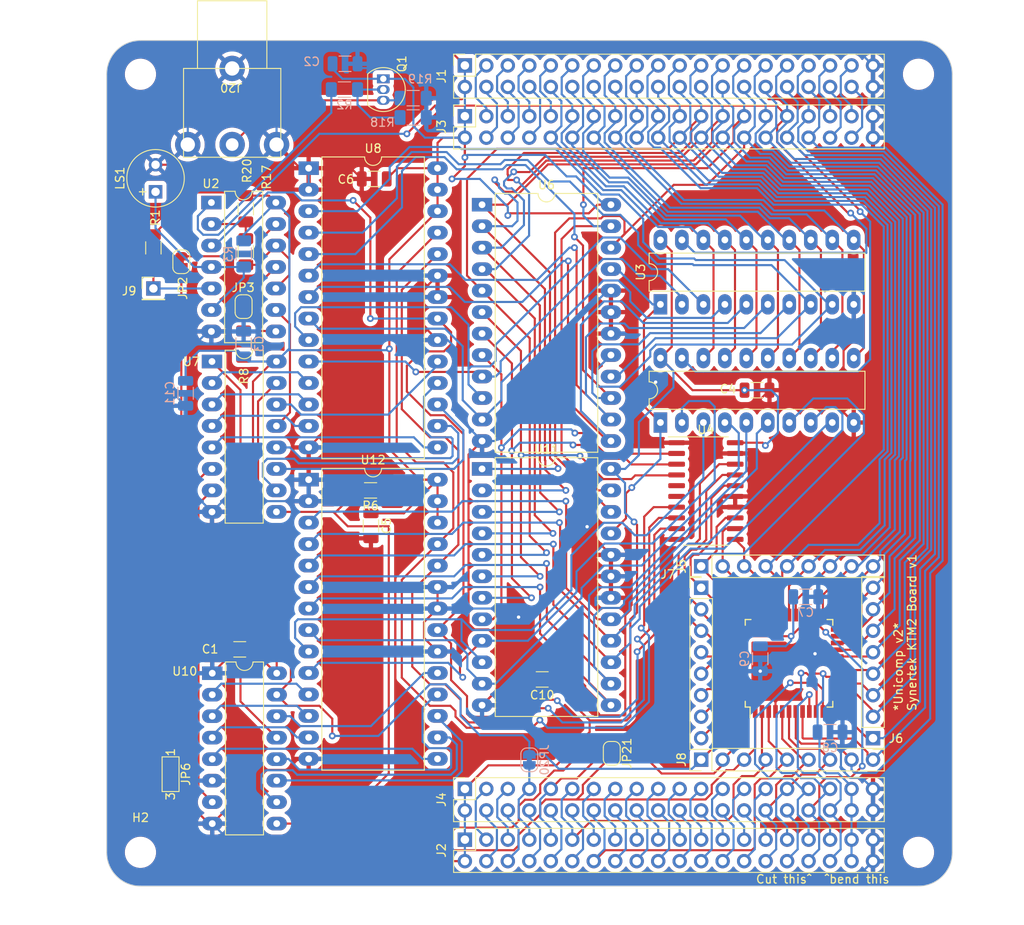
<source format=kicad_pcb>
(kicad_pcb (version 20221018) (generator pcbnew)
  (layers (0 "F.Cu" signal) (31 "B.Cu" signal) (34 "B.Paste" user) (35 "F.Paste" user) (36 "B.SilkS" user "B.Silkscreen") (37 "F.SilkS" user "F.Silkscreen") (38 "B.Mask" user) (39 "F.Mask" user) (44 "Edge.Cuts" user))
  (net 0 "")
  (net 1 "/~{RST}")
  (net 2 "/A16")
  (net 3 "/A17")
  (net 4 "/A18")
  (net 5 "/A19")
  (net 6 "/~{BUSFREE}")
  (net 7 "GND")
  (net 8 "/D7")
  (net 9 "/D6")
  (net 10 "/D5")
  (net 11 "/D4")
  (net 12 "/D3")
  (net 13 "/D2")
  (net 14 "/D1")
  (net 15 "/D0")
  (net 16 "+5V")
  (net 17 "/A15")
  (net 18 "/A14")
  (net 19 "/A13")
  (net 20 "/A12")
  (net 21 "/A11")
  (net 22 "/A10")
  (net 23 "/A9")
  (net 24 "/A8")
  (net 25 "/A7")
  (net 26 "/A6")
  (net 27 "/A5")
  (net 28 "/A4")
  (net 29 "/A3")
  (net 30 "/A2")
  (net 31 "/A1")
  (net 32 "/A0")
  (net 33 "/IO3")
  (net 34 "/IO4")
  (net 35 "/IO5")
  (net 36 "/IO6")
  (net 37 "/IO7")
  (net 38 "/~{RAMWE13}")
  (net 39 "/~{RAMWE12}")
  (net 40 "/~{RAMWE11}")
  (net 41 "/~{RAMWE10}")
  (net 42 "/~{RAMWE9}")
  (net 43 "/~{RAMWE8}")
  (net 44 "/TDI")
  (net 45 "/TMS")
  (net 46 "/TCK")
  (net 47 "+3V3")
  (net 48 "/TDO")
  (net 49 "/CLKF")
  (net 50 "/IO8")
  (net 51 "/IO9")
  (net 52 "/IO10")
  (net 53 "/~{RAMWE7}")
  (net 54 "/~{RAMWE6}")
  (net 55 "/~{RAMWE5}")
  (net 56 "/~{RAMWE4}")
  (net 57 "/IO11")
  (net 58 "/IO12")
  (net 59 "/CLKS")
  (net 60 "/MOSI")
  (net 61 "/SCK")
  (net 62 "/~{IOWR}")
  (net 63 "/~{MWR}")
  (net 64 "/~{MRD}")
  (net 65 "/R{slash}~{W}_e")
  (net 66 "/~{IORD}")
  (net 67 "/PHI2_e")
  (net 68 "/PHI1_e")
  (net 69 "/~{PH0}")
  (net 70 "/PH0")
  (net 71 "/RX1")
  (net 72 "/RES1")
  (net 73 "/TX1")
  (net 74 "/RES0")
  (net 75 "/TX3")
  (net 76 "/RX3")
  (net 77 "/TX2")
  (net 78 "/RX2")
  (net 79 "/~{BELL_En}")
  (net 80 "Net-(J20-In)")
  (net 81 "/BLANKING")
  (net 82 "Net-(JP2-B)")
  (net 83 "Net-(JP3-A)")
  (net 84 "Net-(JP3-B)")
  (net 85 "Net-(JP6-C)")
  (net 86 "/IO2")
  (net 87 "Net-(LS1-Pad1)")
  (net 88 "Net-(Q1-B)")
  (net 89 "/~{SYNC}")
  (net 90 "/~{CLR}")
  (net 91 "/Av10")
  (net 92 "Net-(U7-Qh)")
  (net 93 "/R{slash}~{W}r")
  (net 94 "/D0x")
  (net 95 "/D1x")
  (net 96 "/D2x")
  (net 97 "/D3x")
  (net 98 "/D4x")
  (net 99 "/D5x")
  (net 100 "/D6x")
  (net 101 "/D7x")
  (net 102 "Net-(U10-Qh)")
  (net 103 "Net-(U7-A)")
  (net 104 "Net-(U7-B)")
  (net 105 "Net-(U7-C)")
  (net 106 "Net-(U7-D)")
  (net 107 "/PH12")
  (net 108 "Net-(U7-E)")
  (net 109 "Net-(U7-F)")
  (net 110 "Net-(U7-G)")
  (net 111 "Net-(U7-H)")
  (net 112 "/Av9")
  (net 113 "/Av8")
  (net 114 "/D0y")
  (net 115 "/D1y")
  (net 116 "/D2y")
  (net 117 "/D3y")
  (net 118 "/D4y")
  (net 119 "/D5y")
  (net 120 "/D6y")
  (net 121 "/D7y")
  (net 122 "Net-(U10-A)")
  (net 123 "Net-(U10-B)")
  (net 124 "Net-(U10-C)")
  (net 125 "Net-(U10-D)")
  (net 126 "Net-(U10-E)")
  (net 127 "Net-(U10-F)")
  (net 128 "Net-(U10-G)")
  (net 129 "Net-(U10-H)")
  (net 130 "Net-(R17-Pad2)")
  (net 131 "/Bus/TDRTN")
  (net 132 "/~{RAMWE3}")
  (net 133 "/~{RAMWE2}")
  (net 134 "/~{RAMWE1}")
  (net 135 "/~{RAMWE0}")
  (net 136 "/IO1")
  (net 137 "/IO0")
  (net 140 "/Av0")
  (net 141 "/Av1")
  (net 142 "/Av2")
  (footprint "Jumper:SolderJumper-2_P1.3mm_Bridged_RoundedPad1.0x1.5mm" (layer "F.Cu") (at 157.0736 129.6416 -90)
    (fp_text reference "JP21")
    (fp_text value "Jumper_2_Bridged")
  )
  (footprint "Connector_PinHeader_2.54mm:PinHeader_1x09_P2.54mm_Vertical" (layer "F.Cu") (at 167.64 130.389005 90)
    (fp_text reference "J8")
    (fp_text value "Conn_01x09")
  )
  (footprint "Package_SO:SO-20_5.3x12.6mm_P1.27mm" (layer "F.Cu") (at 168.1988 98.6282)
    (fp_text reference "U4")
    (fp_text value "74LS245")
  )
  (footprint "Connector_PinSocket_2.54mm:PinSocket_2x20_P2.54mm_Vertical" (layer "F.Cu") (at 139.7 48.303005 90)
    (fp_text reference "J1")
    (fp_text value "BUS")
  )
  (footprint "Capacitor_SMD:C_1206_3216Metric" (layer "F.Cu") (at 128.5938 102.7412 -90)
    (fp_text reference "C5")
    (fp_text value "100n")
  )
  (footprint "Package_TO_SOT_THT:TO-92_Inline" (layer "F.Cu") (at 130.0544 49.8856 -90)
    (fp_text reference "Q1")
    (fp_text value "BC337")
  )
  (footprint "Buzzer_Beeper:MagneticBuzzer_Kingstate_KCG0601" (layer "F.Cu") (at 103.124 63.246 90)
    (fp_text reference "LS1")
    (fp_text value "Speaker")
  )
  (footprint "Resistor_SMD:R_1206_3216Metric_Pad1.30x1.75mm_HandSolder" (layer "F.Cu") (at 128.55 98.552 180)
    (fp_text reference "R6")
    (fp_text value "1k")
  )
  (footprint "Resistor_SMD:R_1206_3216Metric_Pad1.30x1.75mm_HandSolder" (layer "F.Cu") (at 113.792 70.332 -90)
    (fp_text reference "R17")
    (fp_text value "150E")
  )
  (footprint "Connector_PinHeader_2.54mm:PinHeader_1x09_P2.54mm_Vertical" (layer "F.Cu") (at 167.64 107.529005 90)
    (fp_text reference "J5")
    (fp_text value "Conn_01x09")
  )
  (footprint "Connector_PinSocket_2.54mm:PinSocket_2x20_P2.54mm_Vertical" (layer "F.Cu") (at 139.7 133.849005 90)
    (fp_text reference "J4")
    (fp_text value "BUS")
  )
  (footprint "Resistor_SMD:R_1206_3216Metric_Pad1.30x1.75mm_HandSolder" (layer "F.Cu") (at 102.87 69.876 -90)
    (fp_text reference "R1")
    (fp_text value "1k")
  )
  (footprint "Capacitor_SMD:C_1206_3216Metric" (layer "F.Cu") (at 174.2454 86.7006)
    (fp_text reference "C4")
    (fp_text value "100n")
  )
  (footprint "Package_DIP:DIP-20_W7.62mm_LongPads" (layer "F.Cu") (at 162.8204 90.5256 90)
    (fp_text reference "U9" hide)
    (fp_text value "74LS245")
  )
  (footprint "Jumper:SolderJumper-3_P1.3mm_Bridged12_Pad1.0x1.5mm_NumberLabels" (layer "F.Cu") (at 104.902 132.11 -90)
    (fp_text reference "JP6")
    (fp_text value "40/80")
  )
  (footprint "Package_DIP:DIP-16_W7.62mm_LongPads" (layer "F.Cu") (at 109.798 83.312)
    (fp_text reference "U7")
    (fp_text value "74LS166")
  )
  (footprint "Capacitor_SMD:C_1206_3216Metric" (layer "F.Cu") (at 128.983 61.722 180)
    (fp_text reference "C6")
    (fp_text value "100n")
  )
  (footprint "Package_DIP:DIP-28_W15.24mm_LongPads" (layer "F.Cu") (at 121.228 60.452)
    (fp_text reference "U8")
    (fp_text value "27C64")
  )
  (footprint "my_own_conn:RCA-Jack" (layer "F.Cu") (at 112.1988 48.7352 180)
    (fp_text reference "J20")
    (fp_text value "Video")
  )
  (footprint "Resistor_SMD:R_1206_3216Metric_Pad1.30x1.75mm_HandSolder" (layer "F.Cu") (at 113.538 81.254 90)
    (fp_text reference "R8")
    (fp_text value "1k")
  )
  (footprint "Connector_PinSocket_2.54mm:PinSocket_2x20_P2.54mm_Vertical" (layer "F.Cu") (at 139.7 139.849005 90)
    (fp_text reference "J2")
    (fp_text value "BUS")
  )
  (footprint "Connector_PinHeader_2.54mm:PinHeader_1x08_P2.54mm_Vertical" (layer "F.Cu") (at 187.96 127.849005 180)
    (fp_text reference "J6")
    (fp_text value "Conn_01x08")
  )
  (footprint "Capacitor_SMD:C_1206_3216Metric" (layer "F.Cu") (at 148.844 120.904 180)
    (fp_text reference "C10")
    (fp_text value "100n")
  )
  (footprint "Package_DIP:DIP-24_W15.24mm_LongPads" (layer "F.Cu") (at 141.732 96.012)
    (fp_text reference "U11")
    (fp_text value "6116")
  )
  (footprint "MountingHole:MountingHole_3.2mm_M3" (layer "F.Cu") (at 193.34 49.346005)
    (fp_text reference "H3" hide)
    (fp_text value "MountingHole" hide)
  )
  (footprint "Package_DIP:DIP-16_W7.62mm_LongPads" (layer "F.Cu") (at 109.830496 120.170183)
    (fp_text reference "U10")
    (fp_text value "74LS166")
  )
  (footprint "Package_DIP:DIP-28_W15.24mm_LongPads" (layer "F.Cu") (at 121.228 97.282)
    (fp_text reference "U12")
    (fp_text value "27C64")
  )
  (footprint "Package_DIP:DIP-20_W7.62mm_LongPads" (layer "F.Cu") (at 162.8204 76.5556 90)
    (fp_text reference "U3")
    (fp_text value "74LS245")
  )
  (footprint "Resistor_SMD:R_1206_3216Metric_Pad1.30x1.75mm_HandSolder" (layer "F.Cu") (at 113.792 65.252 -90)
    (fp_text reference "R20")
    (fp_text value "200E")
  )
  (footprint "Connector_PinHeader_2.54mm:PinHeader_1x08_P2.54mm_Vertical" (layer "F.Cu") (at 167.64 110.069005)
    (fp_text reference "J7")
    (fp_text value "Conn_01x08")
  )
  (footprint "Connector_PinSocket_2.54mm:PinSocket_2x20_P2.54mm_Vertical" (layer "F.Cu") (at 139.7 54.303005 90)
    (fp_text reference "J3")
    (fp_text value "BUS")
  )
  (footprint "Package_DIP:DIP-14_W7.62mm_LongPads" (layer "F.Cu") (at 109.728 64.516)
    (fp_text reference "U2")
    (fp_text value "74LS05")
  )
  (footprint "Connector_PinHeader_2.54mm:PinHeader_1x01_P2.54mm_Vertical" (layer "F.Cu") (at 102.87 74.676)
    (fp_text reference "J9")
    (fp_text value "Conn_01x01")
  )
  (footprint "Jumper:SolderJumper-2_P1.3mm_Bridged_RoundedPad1.0x1.5mm" (layer "F.Cu") (at 113.538 76.82 90)
    (fp_text reference "JP3")
    (fp_text value "Jumper_2_Bridged")
  )
  (footprint "Package_DIP:DIP-24_W15.24mm_LongPads" (layer "F.Cu") (at 141.732 64.77)
    (fp_text reference "U6")
    (fp_text value "6116")
  )
  (footprint "MountingHole:MountingHole_3.2mm_M3" (layer "F.Cu") (at 101.34 49.346005)
    (fp_text reference "H1" hide)
    (fp_text value "MountingHole" hide)
  )
  (footprint "Package_QFP:TQFP-44_10x10mm_P0.8mm" (layer "F.Cu") (at 178.029 118.994805 90)
    (fp_text reference "U1" hide)
    (fp_text value "XC9572VQ44")
  )
  (footprint "Jumper:SolderJumper-2_P1.3mm_Bridged_RoundedPad1.0x1.5mm" (layer "F.Cu") (at 106.172 71.516 90)
    (fp_text reference "JP2")
    (fp_text value "Jumper_2_Bridged")
  )
  (footprint "Capacitor_SMD:C_1206_3216Metric" (layer "F.Cu") (at 113.0808 117.348 180)
    (fp_text reference "C1")
    (fp_text value "100n")
  )
  (footprint "MountingHole:MountingHole_3.2mm_M3" (layer "F.Cu") (at 101.34 141.346005)
    (fp_text reference "H2" hide)
    (fp_text value "MountingHole" hide)
  )
  (footprint "MountingHole:MountingHole_3.2mm_M3" (layer "F.Cu") (at 193.34 141.346005)
    (fp_text reference "H4" hide)
    (fp_text value "MountingHole" hide)
  )
  (footprint "Capacitor_SMD:C_1206_3216Metric" (layer "B.Cu") (at 106.68 87.073 -90)
    (fp_text reference "C11")
    (fp_text value "100n")
  )
  (footprint "Resistor_SMD:R_1206_3216Metric_Pad1.30x1.75mm_HandSolder" (layer "B.Cu") (at 133.5844 52.1716)
    (fp_text reference "R19")
    (fp_text value "75E")
  )
  (footprint "Resistor_SMD:R_1206_3216Metric_Pad1.30x1.75mm_HandSolder" (layer "B.Cu") (at 113.553 70.591 -90)
    (fp_text reference "R3")
    (fp_text value "200E")
  )
  (footprint "Capacitor_SMD:C_1206_3216Metric" (layer "B.Cu") (at 125.5314 48.1076)
    (fp_text reference "C2")
    (fp_text value "100n")
  )
  (footprint "Capacitor_SMD:C_1206_3216Metric" (layer "B.Cu") (at 180.008 111.135805)
    (fp_text reference "C7")
    (fp_text value "100n")
  )
  (footprint "Capacitor_SMD:C_1206_3216Metric" (layer "B.Cu") (at 113.538 81.231 90)
    (fp_text reference "C3")
    (fp_text value "100n")
  )
  (footprint "Capacitor_SMD:C_1206_3216Metric" (layer "B.Cu") (at 182.88 127.137805)
    (fp_text reference "C8")
    (fp_text value "100n")
  )
  (footprint "Resistor_SMD:R_1206_3216Metric_Pad1.30x1.75mm_HandSolder" (layer "B.Cu") (at 133.5844 54.4576)
    (fp_text reference "R18")
    (fp_text value "680E")
  )
  (footprint "Jumper:SolderJumper-2_P1.3mm_Bridged_RoundedPad1.0x1.5mm" (layer "B.Cu") (at 147.32 130.414 90)
    (fp_text reference "JP20")
    (fp_text value "Jumper_2_Bridged")
  )
  (footprint "Capacitor_SMD:C_1206_3216Metric" (layer "B.Cu") (at 174.625 118.452805 -90)
    (fp_text reference "C9")
    (fp_text value "100n")
  )
  (footprint "Resistor_SMD:R_1206_3216Metric_Pad1.30x1.75mm_HandSolder" (layer "B.Cu") (at 125.4564 51.1556)
    (fp_text reference "R2")
    (fp_text value "200E")
  )
  (gr_line (start 97.34 49.346005) (end 97.34 141.346005) (stroke (width 0.1)) (layer "Edge.Cuts"))
  (gr_arc (start 97.34 49.346005) (mid 98.511573 46.517578) (end 101.34 45.346005) (stroke (width 0.1)) (layer "Edge.Cuts"))
  (gr_arc (start 193.34 45.346005) (mid 196.168427 46.517578) (end 197.34 49.346005) (stroke (width 0.1)) (layer "Edge.Cuts"))
  (gr_arc (start 197.34 141.346005) (mid 196.168427 144.174432) (end 193.34 145.346005) (stroke (width 0.1)) (layer "Edge.Cuts"))
  (gr_line (start 197.34 141.346005) (end 197.34 49.346005) (stroke (width 0.1)) (layer "Edge.Cuts"))
  (gr_line (start 193.34 45.346005) (end 101.34 45.346005) (stroke (width 0.1)) (layer "Edge.Cuts"))
  (gr_arc (start 101.34 145.346005) (mid 98.511573 144.174432) (end 97.34 141.346005) (stroke (width 0.1)) (layer "Edge.Cuts"))
  (gr_line (start 193.34 145.346005) (end 101.34 145.346005) (stroke (width 0.1)) (layer "Edge.Cuts"))
  (gr_text "*Unicomp v2*\nSynertek KTM2 Board v1" (at 191.77 124.714 90) (layer "F.SilkS") (effects (font (size 1 1)) (justify left)))
  (gr_text "H2" (at 101.3464 137.247605) (layer "F.SilkS") (effects (font (size 1 1))))
  (gr_text "Cut this^  ^bend this" (at 189.992 144.526) (layer "F.SilkS") (effects (font (size 1 1)) (justify right)))
  (segment (start 160.02 50.843005) (end 160.02 52.045086) (width 0.25) (layer "B.Cu") (net 1))
  (segment (start 161.273253 53.298339) (end 161.273253 55.513457) (width 0.25) (layer "B.Cu") (net 1))
  (segment (start 160.02 52.045086) (end 161.273253 53.298339) (width 0.25) (layer "B.Cu") (net 1))
  (segment (start 161.273253 55.513457) (end 160.02 56.76671) (width 0.25) (layer "B.Cu") (net 1))
  (segment (start 182.883253 52.828748) (end 181.61 51.555495) (width 0.25) (layer "B.Cu") (net 2))
  (segment (start 182.883253 54.309864) (end 182.883253 52.828748) (width 0.25) (layer "B.Cu") (net 2))
  (segment (start 181.61 51.555495) (end 181.61 49.573005) (width 0.25) (layer "B.Cu") (net 2))
  (segment (start 181.61 49.573005) (end 182.88 48.303005) (width 0.25) (layer "B.Cu") (net 2))
  (segment (start 182.883253 51.397781) (end 184.133253 52.647781) (width 0.25) (layer "B.Cu") (net 3))
  (segment (start 184.133253 55.599864) (end 182.883253 56.849864) (width 0.25) (layer "B.Cu") (net 3))
  (segment (start 184.133253 52.647781) (end 184.133253 55.599864) (width 0.25) (layer "B.Cu") (net 3))
  (segment (start 184.15 51.816) (end 185.42 53.086) (width 0.25) (layer "B.Cu") (net 4))
  (segment (start 184.15 49.573005) (end 184.15 51.816) (width 0.25) (layer "B.Cu") (net 4))
  (segment (start 185.42 53.086) (end 185.42 54.303005) (width 0.25) (layer "B.Cu") (net 4))
  (segment (start 185.42 48.303005) (end 184.15 49.573005) (width 0.25) (layer "B.Cu") (net 4))
  (segment (start 186.67 55.593005) (end 185.42 56.843005) (width 0.25) (layer "B.Cu") (net 5))
  (segment (start 185.42 50.843005) (end 186.67 52.093005) (width 0.25) (layer "B.Cu") (net 5))
  (segment (start 186.67 52.093005) (end 186.67 55.593005) (width 0.25) (layer "B.Cu") (net 5))
  (segment (start 156.23 135.099005) (end 156.23 137.053) (width 0.25) (layer "B.Cu") (net 6))
  (segment (start 156.23 137.053) (end 157.48 138.303) (width 0.25) (layer "B.Cu") (net 6))
  (segment (start 157.48 133.849005) (end 156.23 135.099005) (width 0.25) (layer "B.Cu") (net 6))
  (segment (start 157.48 138.303) (end 157.48 139.7) (width 0.25) (layer "B.Cu") (net 6))
  (segment (start 121.228 60.452) (end 120.228 60.452) (width 0.25) (layer "F.Cu") (net 7))
  (segment (start 156.972 74.93) (end 156.972 80.01) (width 0.25) (layer "F.Cu") (net 7))
  (segment (start 176.429 124.694805) (end 176.429 121.731797) (width 0.25) (layer "F.Cu") (net 7))
  (segment (start 111.604 118.396679) (end 109.830496 120.170183) (width 0.25) (layer "F.Cu") (net 7))
  (segment (start 134.868 114.122) (end 134.868 116.002) (width 0.25) (layer "F.Cu") (net 7))
  (segment (start 159.423 108.877) (end 159.258 108.712) (width 0.25) (layer "F.Cu") (net 7))
  (segment (start 185.6804 90.5256) (end 185.6804 92.856) (width 0.25) (layer "F.Cu") (net 7))
  (segment (start 158.6678 112.8582) (end 159.423 112.103) (width 0.25) (layer "F.Cu") (net 7))
  (segment (start 109.830496 101.124496) (end 109.798 101.092) (width 0.25) (layer "F.Cu") (net 7))
  (segment (start 156.972 106.172) (end 154.178 106.172) (width 0.25) (layer "F.Cu") (net 7))
  (segment (start 153.924 121.666) (end 153.924 123.952) (width 0.25) (layer "F.Cu") (net 7))
  (segment (start 154.1526 103.3526) (end 154.1526 102.8446) (width 0.25) (layer "F.Cu") (net 7))
  (segment (start 112.268 135.512679) (end 109.830496 137.950183) (width 0.25) (layer "F.Cu") (net 7))
  (segment (start 143.51 116.012944) (end 142.489056 114.992) (width 0.25) (layer "F.Cu") (net 7))
  (segment (start 164.846001 88.341201) (end 162.2552 85.7504) (width 0.25) (layer "F.Cu") (net 7))
  (segment (start 111.280183 132.870183) (end 112.268 133.858) (width 0.25) (layer "F.Cu") (net 7))
  (segment (start 147.369 120.904) (end 148.893 119.38) (width 0.25) (layer "F.Cu") (net 7))
  (segment (start 181.8554 86.7006) (end 185.6804 90.5256) (width 0.25) (layer "F.Cu") (net 7))
  (segment (start 195.7224 90.5256) (end 185.6804 90.5256) (width 0.25) (layer "F.Cu") (net 7))
  (segment (start 104.902 133.41) (end 109.442183 137.950183) (width 0.25) (layer "F.Cu") (net 7))
  (segment (start 156.972 106.172) (end 154.1526 103.3526) (width 0.25) (layer "F.Cu") (net 7))
  (segment (start 183.729 118.994805) (end 182.23 118.994805) (width 0.25) (layer "F.Cu") (net 7))
  (segment (start 109.830496 120.170183) (end 109.830496 105.41) (width 0.25) (layer "F.Cu") (net 7))
  (segment (start 176.7332 98.0948) (end 176.7332 94.1832) (width 0.25) (layer "F.Cu") (net 7))
  (segment (start 128.5938 128.3462) (end 126.638 130.302) (width 0.25) (layer "F.Cu") (net 7))
  (segment (start 196.84 89.408) (end 195.7224 90.5256) (width 0.25) (layer "F.Cu") (net 7))
  (segment (start 136.468 109.982) (end 136.468 112.522) (width 0.25) (layer "F.Cu") (net 7))
  (segment (start 154.178 106.172) (end 153.67 106.68) (width 0.25) (layer "F.Cu") (net 7))
  (segment (start 143.51 122.174) (end 143.51 116.012944) (width 0.25) (layer "F.Cu") (net 7))
  (segment (start 184.3532 94.1832) (end 176.7332 94.1832) (width 0.25) (layer "F.Cu") (net 7))
  (segment (start 159.423 112.103) (end 159.423 108.877) (width 0.25) (layer "F.Cu") (net 7))
  (segment (start 185.6804 92.856) (end 184.3532 94.1832) (width 0.25) (layer "F.Cu") (net 7))
  (segment (start 136.468 73.152) (end 134.868 74.752) (width 0.25) (layer "F.Cu") (net 7))
  (segment (start 136.468 112.522) (end 134.868 114.122) (width 0.25) (layer "F.Cu") (net 7))
  (segment (start 121.228 62.992) (end 123.444 62.992) (width 0.25) (layer "F.Cu") (net 7))
  (segment (start 118.701816 131.600183) (end 114.525817 131.600183) (width 0.25) (layer "F.Cu") (net 7))
  (segment (start 196.84 58.664) (end 189.019005 50.843005) (width 0.25) (layer "F.Cu") (net 7))
  (segment (start 140.132 94.31) (end 141.732 92.71) (width 0.25) (layer "F.Cu") (net 7))
  (segment (start 134.868 116.002) (end 136.468 117.602) (width 0.25) (layer "F.Cu") (net 7))
  (segment (start 184.4804 82.008544) (end 184.4804 89.3256) (width 0.25) (layer "F.Cu") (net 7))
  (segment (start 176.7332 94.1832) (end 171.6613 94.1832) (width 0.25) (layer "F.Cu") (net 7))
  (segment (start 156.972 111.252) (end 154.686 111.252) (width 0.25) (layer "F.Cu") (net 7))
  (segment (start 123.444 62.992) (end 125.8 65.348) (width 0.25) (layer "F.Cu") (net 7))
  (segment (start 159.258 108.712) (end 156.972 108.712) (width 0.25) (layer "F.Cu") (net 7))
  (segment (start 121.228 60.452) (end 126.238 60.452) (width 0.25) (layer "F.Cu") (net 7))
  (segment (start 174.9552 99.2632) (end 175.26 99.568) (width 0.25) (layer "F.Cu") (net 7))
  (segment (start 134.868 74.752) (end 134.868 79.172) (width 0.25) (layer "F.Cu") (net 7))
  (segment (start 140.834944 114.992) (end 140.132 114.289056) (width 0.25) (layer "F.Cu") (net 7))
  (segment (start 128.5938 104.2162) (end 128.5938 128.3462) (width 0.25) (layer "F.Cu") (net 7))
  (segment (start 121.228 130.302) (end 119.999999 130.302) (width 0.25) (layer "F.Cu") (net 7))
  (segment (start 144.78 120.904) (end 147.369 120.904) (width 0.25) (layer "F.Cu") (net 7))
  (segment (start 185.6804 80.808544) (end 184.4804 82.008544) (width 0.25) (layer "F.Cu") (net 7))
  (segment (start 112.268 133.858) (end 112.268 135.512679) (width 0.25) (layer "F.Cu") (net 7))
  (segment (start 112.268 118.012) (end 112.268 133.858) (width 0.25) (layer "F.Cu") (net 7))
  (segment (start 154.686 111.252) (end 153.67 110.236) (width 0.25) (layer "F.Cu") (net 7))
  (segment (start 175.7204 86.7006) (end 181.8554 86.7006) (width 0.25) (layer "F.Cu") (net 7))
  (segment (start 180.429 113.294805) (end 180.429 117.193805) (width 0.25) (layer "F.Cu") (net 7))
  (segment (start 158.566 125.152) (end 158.6678 125.0502) (width 0.25) (layer "F.Cu") (net 7))
  (segment (start 126.238 60.452) (end 127.508 61.722) (width 0.25) (layer "F.Cu") (net 7))
  (segment (start 146.05 113.538) (end 145.984944 113.538) (width 0.25) (layer "F.Cu") (net 7))
  (segment (start 111.604 117.348) (end 112.268 118.012) (width 0.25) (layer "F.Cu") (net 7))
  (segment (start 184.4804 89.3256) (end 185.6804 90.5256) (width 0.25) (layer "F.Cu") (net 7))
  (segment (start 189.019005 50.843005) (end 187.96 50.843005) (width 0.25) (layer "F.Cu") (net 7))
  (segment (start 153.67 110.236) (end 153.67 108.712) (width 0.25) (layer "F.Cu") (net 7))
  (segment (start 134.868 79.172) (end 136.468 80.772) (width 0.25) (layer "F.Cu") (net 7))
  (segment (start 111.604 117.348) (end 111.604 118.396679) (width 0.25) (layer "F.Cu") (net 7))
  (segment (start 114.525817 131.600183) (end 112.268 133.858) (width 0.25) (layer "F.Cu") (net 7))
  (segment (start 171.6613 99.2632) (end 174.9552 99.2632) (width 0.25) (layer "F.Cu") (net 7))
  (segment (start 171.6613 100.5332) (end 174.2948 100.5332) (width 0.25) (layer "F.Cu") (net 7))
  (segment (start 125.8 65.348) (end 125.8 88.9) (width 0.25) (layer "F.Cu") (net 7))
  (segment (start 158.75 106.172) (end 156.972 106.172) (width 0.25) (layer "F.Cu") (net 7))
  (segment (start 180.429 117.193805) (end 181.102 117.866805) (width 0.25) (layer "F.Cu") (net 7))
  (segment (start 175.26 99.568) (end 176.7332 98.0948) (width 0.25) (layer "F.Cu") (net 7))
  (segment (start 159.258 106.68) (end 158.75 106.172) (width 0.25) (layer "F.Cu") (net 7))
  (segment (start 158.572 111.252) (end 159.423 112.103) (width 0.25) (layer "F.Cu") (net 7))
  (segment (start 142.489056 114.992) (end 140.834944 114.992) (width 0.25) (layer "F.Cu") (net 7))
  (segment (start 175.172008 120.474805) (end 174.625 119.927797) (width 0.25) (layer "F.Cu") (net 7))
  (segment (start 125.8 88.9) (end 121.228 93.472) (width 0.25) (layer "F.Cu") (net 7))
  (segment (start 196.84 89.408) (end 196.84 58.664) (width 0.25) (layer "F.Cu") (net 7))
  (segment (start 176.429 121.731797) (end 174.625 119.927797) (width 0.25) (layer "F.Cu") (net 7))
  (segment (start 121.228 93.472) (end 121.228 99.822) (width 0.25) (layer "F.Cu") (net 7))
  (segment (start 119.999999 130.302) (end 118.701816 131.600183) (width 0.25) (layer "F.Cu") (net 7))
  (segment (start 158.6678 125.0502) (end 158.6678 112.8582) (width 0.25) (layer "F.Cu") (net 7))
  (segment (start 126.638 130.302) (end 121.228 130.302) (width 0.25) (layer "F.Cu") (net 7))
  (segment (start 165.6842 104.3432) (end 164.7363 104.3432) (width 0.25) (layer "F.Cu") (net 7))
  (segment (start 185.6804 76.5556) (end 185.6804 80.808544) (width 0.25) (layer "F.Cu") (net 7))
  (segment (start 189.080995 139.849005) (end 196.84 132.09) (width 0.25) (layer "F.Cu") (net 7))
  (segment (start 196.84 132.09) (end 196.84 89.408) (width 0.25) (layer "F.Cu") (net 7))
  (segment (start 164.7363 92.9132) (end 166.2938 92.9132) (width 0.25) (layer "F.Cu") (net 7))
  (segment (start 166.624 93.2434) (end 166.624 103.4034) (width 0.25) (layer "F.Cu") (net 7))
  (segment (start 153.67 106.68) (end 153.67 108.712) (width 0.25) (layer "F.Cu") (net 7))
  (segment (start 145.984944 113.538) (end 143.51 116.012944) (width 0.25) (layer "F.Cu") (net 7))
  (segment (start 156.972 108.712) (end 153.67 108.712) (width 0.25) (layer "F.Cu") (net 7))
  (segment (start 141.732 123.952) (end 143.51 122.174) (width 0.25) (layer "F.Cu") (net 7))
  (segment (start 155.124 125.152) (end 158.566 125.152) (width 0.25) (layer "F.Cu") (net 7))
  (segment (start 120.228 60.452) (end 117.434 57.658) (width 0.25) (layer "F.Cu") (net 7))
  (segment (start 141.732 123.952) (end 144.78 120.904) (width 0.25) (layer "F.Cu") (net 7))
  (segment (start 148.893 119.38) (end 151.638 119.38) (width 0.25) (layer "F.Cu") (net 7))
  (segment (start 167.5638 94.1832) (end 171.6613 94.1832) (width 0.25) (layer "F.Cu") (net 7))
  (segment (start 109.830496 105.41) (end 109.830496 101.124496) (width 0.25) (layer "F.Cu") (net 7))
  (segment (start 109.830496 132.870183) (end 111.280183 132.870183) (width 0.25) (layer "F.Cu") (net 7))
  (segment (start 166.624 93.2434) (end 167.5638 94.1832) (width 0.25) (layer "F.Cu") (net 7))
  (segment (start 175.7204 86.7006) (end 174.079799 88.341201) (width 0.25) (layer "F.Cu") (net 7))
  (segment (start 182.23 118.994805) (end 181.102 117.866805) (width 0.25) (layer "F.Cu") (net 7))
  (segment (start 166.624 103.4034) (end 165.6842 104.3432) (width 0.25) (layer "F.Cu") (net 7))
  (segment (start 174.079799 88.341201) (end 164.846001 88.341201) (width 0.25) (layer "F.Cu") (net 7))
  (segment (start 156.972 111.252) (end 158.572 111.252) (width 0.25) (layer "F.Cu") (net 7))
  (segment (start 174.2948 100.5332) (end 175.26 99.568) (width 0.25) (layer "F.Cu") (net 7))
  (segment (start 166.2938 92.9132) (end 166.624 93.2434) (width 0.25) (layer "F.Cu") (net 7))
  (segment (start 151.638 119.38) (end 153.924 121.666) (width 0.25) (layer "F.Cu") (net 7))
  (segment (start 153.924 123.952) (end 155.124 125.152) (width 0.25) (layer "F.Cu") (net 7))
  (segment (start 104.546 60.046) (end 106.934 57.658) (width 0.25) (layer "F.Cu") (net 7))
  (segment (start 159.258 108.712) (end 159.258 106.68) (width 0.25) (layer "F.Cu") (net 7))
  (segment (start 187.96 139.849005) (end 189.080995 139.849005) (width 0.25) (layer "F.Cu") (net 7))
  (segment (start 103.124 60.046) (end 104.546 60.046) (width 0.25) (layer "F.Cu") (net 7))
  (segment (start 140.132 114.289056) (end 140.132 94.31) (width 0.25) (layer "F.Cu") (net 7))
  (segment (start 109.442183 137.950183) (end 109.830496 137.950183) (width 0.25) (layer "F.Cu") (net 7))
  (via (at 162.2552 85.7504) (size 0.8) (drill 0.4) (layers "F.Cu" "B.Cu") (net 7))
  (via (at 174.625 119.927797) (size 0.8) (drill 0.4) (layers "F.Cu" "B.Cu") (net 7))
  (via (at 154.1526 102.8446) (size 0.8) (drill 0.4) (layers "F.Cu" "B.Cu") (net 7))
  (via (at 146.05 113.538) (size 0.8) (drill 0.4) (layers "F.Cu" "B.Cu") (net 7))
  (via (at 181.102 117.866805) (size 0.8) (drill 0.4) (layers "F.Cu" "B.Cu") (net 7))
  (segment (start 176.686 117.866805) (end 181.102 117.866805) (width 0.25) (layer "B.Cu") (net 7))
  (segment (start 187.96 48.26) (end 187.96 50.8) (width 0.25) (layer "B.Cu") (net 7))
  (segment (start 137.668 80.772) (end 136.468 80.772) (width 0.25) (layer "B.Cu") (net 7))
  (segment (start 159.5628 88.4428) (end 159.5628 92.9132) (width 0.25) (layer "B.Cu") (net 7))
  (segment (start 135.1344 47.911) (end 133.477 46.2536) (width 0.25) (layer "B.Cu") (net 7))
  (segment (start 143.256 92.71) (end 141.732 92.71) (width 0.25) (layer "B.Cu") (net 7))
  (segment (start 162.2552 85.7504) (end 159.5628 88.4428) (width 0.25) (layer "B.Cu") (net 7))
  (segment (start 138.684 89.662) (end 138.684 81.788) (width 0.25) (layer "B.Cu") (net 7))
  (segment (start 109.328 79.756) (end 104.648 84.436) (width 0.25) (layer "B.Cu") (net 7))
  (segment (start 186.41 143.939005) (end 115.819318 143.939005) (width 0.25) (layer "B.Cu") (net 7))
  (segment (start 121.228 99.822) (end 111.068 99.822) (width 0.25) (layer "B.Cu") (net 7))
  (segment (start 135.1344 48.8696) (end 135.1344 47.911) (width 0.25) (layer "B.Cu") (net 7))
  (segment (start 106.934 57.658) (end 106.934 53.908) (width 0.25) (layer "B.Cu") (net 7))
  (segment (start 135.1344 48.8696) (end 135.1344 52.4256) (width 0.25) (layer "B.Cu") (net 7))
  (segment (start 134.8804 48.6156) (end 135.1344 48.8696) (width 0.25) (layer "B.Cu") (net 7))
  (segment (start 104.648 86.516) (end 106.68 88.548) (width 0.25) (layer "B.Cu") (net 7))
  (segment (start 117.434 57.658) (end 117.434 53.908) (width 0.25) (layer "B.Cu") (net 7))
  (segment (start 116.7284 46.2536) (end 118.11 46.2536) (width 0.25) (layer "B.Cu") (net 7))
  (segment (start 184.17 127.322805) (end 184.17 131.465) (width 0.25) (layer "B.Cu") (net 7))
  (segment (start 187.96 142.389005) (end 186.41 143.939005) (width 0.25) (layer "B.Cu") (net 7))
  (segment (start 145.034 90.932) (end 143.256 92.71) (width 0.25) (layer "B.Cu") (net 7))
  (segment (start 106.934 53.908) (end 112.184 48.658) (width 0.25) (layer "B.Cu") (net 7))
  (segment (start 181.483 111.135805) (end 181.483 117.485805) (width 0.25) (layer "B.Cu") (net 7))
  (segment (start 127.0064 48.1076) (end 127.5144 48.6156) (width 0.25) (layer "B.Cu") (net 7))
  (segment (start 185.258 132.553) (end 186.663995 132.553) (width 0.25) (layer "B.Cu") (net 7))
  (segment (start 145.034 112.522) (end 146.05 113.538) (width 0.25) (layer "B.Cu") (net 7))
  (segment (start 157.6832 94.7928) (end 156.0576 94.7928) (width 0.25) (layer "B.Cu") (net 7))
  (segment (start 127.5144 48.6156) (end 134.8804 48.6156) (width 0.25) (layer "B.Cu") (net 7))
  (segment (start 106.68 88.548) (end 106.68 97.974) (width 0.25) (layer "B.Cu") (net 7))
  (segment (start 121.228 62.992) (end 121.228 60.452) (width 0.25) (layer "B.Cu") (net 7))
  (segment (start 118.11 46.2536) (end 114.5884 46.2536) (width 0.25) (layer "B.Cu") (net 7))
  (segment (start 106.68 97.974) (end 109.798 101.092) (width 0.25) (layer "B.Cu") (net 7))
  (segment (start 114.5884 46.2536) (end 112.184 48.658) (width 0.25) (layer "B.Cu") (net 7))
  (segment (start 141.732 92.71) (end 138.684 89.662) (width 0.25) (layer "B.Cu") (net 7))
  (segment (start 187.963253 56.849864) (end 187.963253 54.309864) (width 0.25) (layer "B.Cu") (net 7))
  (segment (start 138.684 81.788) (end 137.668 80.772) (width 0.25) (layer "B.Cu") (net 7))
  (segment (start 133.477 46.2536) (end 185.910595 46.2536) (width 0.25) (layer "B.Cu") (net 7))
  (segment (start 117.434 53.908) (end 112.184 48.658) (width 0.25) (layer "B.Cu") (net 7))
  (segment (start 145.034 86.462416) (end 145.034 90.932) (width 0.25) (layer "B.Cu") (net 7))
  (segment (start 184.277 120.831069) (end 181.312736 117.866805) (width 0.25) (layer "B.Cu") (net 7))
  (segment (start 156.566416 74.93) (end 145.034 86.462416) (width 0.25) (layer "B.Cu") (net 7))
  (segment (start 109.728 79.756) (end 109.328 79.756) (width 0.25) (layer "B.Cu") (net 7))
  (segment (start 154.1526 96.6978) (end 154.1526 102.8446) (width 0.25) (layer "B.Cu") (net 7))
  (segment (start 181.483 117.485805) (end 181.102 117.866805) (width 0.25) (layer "B.Cu") (net 7))
  (segment (start 135.1344 52.1716) (end 135.1344 54.4576) (width 0.25) (layer "B.Cu") (net 7))
  (segment (start 159.5628 92.9132) (end 157.6832 94.7928) (width 0.25) (layer "B.Cu") (net 7))
  (segment (start 115.819318 143.939005) (end 109.830496 137.950183) (width 0.25) (layer "B.Cu") (net 7))
  (segment (start 136.468 112.522) (end 145.034 112.522) (width 0.25) (layer "B.Cu") (net 7))
  (segment (start 104.648 84.436) (end 104.648 86.516) (width 0.25) (layer "B.Cu") (net 7))
  (segment (start 181.312736 117.866805) (end 181.102 117.866805) (width 0.25) (layer "B.Cu") (net 7))
  (segment (start 111.068 99.822) (end 109.798 101.092) (width 0.25) (layer "B.Cu") (net 7))
  (segment (start 109.830496 138.659496) (end 109.830496 137.950183) (width 0.25) (layer "B.Cu") (net 7))
  (segment (start 185.910595 46.2536) (end 187.96 48.303005) (width 0.25) (layer "B.Cu") (net 7))
  (segment (start 186.663995 132.553) (end 187.96 133.849005) (width 0.25) (layer "B.Cu") (net 7))
  (segment (start 156.0576 94.7928) (end 154.1526 96.6978) (width 0.25) (layer "B.Cu") (net 7))
  (segment (start 156.972 74.93) (end 156.566416 74.93) (width 0.25) (layer "B.Cu") (net 7))
  (segment (start 174.625 119.927805) (end 176.686 117.866805) (width 0.25) (layer "B.Cu") (net 7))
  (segment (start 184.17 131.465) (end 185.258 132.553) (width 0.25) (layer "B.Cu") (net 7))
  (segment (start 187.96 133.849005) (end 187.96 142.389005) (width 0.25) (layer "B.Cu") (net 7))
  (segment (start 187.963253 54.309864) (end 187.963253 48.309864) (width 0.25) (layer "B.Cu") (net 7))
  (segment (start 118.11 46.2536) (end 133.477 46.2536) (width 0.25) (layer "B.Cu") (net 7))
  (segment (start 184.277 127.059805) (end 184.277 120.831069) (width 0.25) (layer "B.Cu") (net 7))
  (segment (start 113.538 79.756) (end 109.728 79.756) (width 0.25) (layer "B.Cu") (net 7))
  (segment (start 185.6804 68.9356) (end 186.8804 70.1356) (width 0.25) (layer "F.Cu") (net 8))
  (segment (start 186.8804 70.1356) (end 186.8804 81.7056) (width 0.25) (layer "F.Cu") (net 8))
  (segment (start 186.8804 81.7056) (end 185.6804 82.9056) (width 0.25) (layer "F.Cu") (net 8))
  (segment (start 158.77 51.963) (end 160.02 53.213) (width 0.25) (layer "B.Cu") (net 8))
  (segment (start 158.77 49.553005) (end 158.77 51.963) (width 0.25) (layer "B.Cu") (net 8))
  (segment (start 160.02 53.213) (end 160.02 54.303005) (width 0.25) (layer "B.Cu") (net 8))
  (segment (start 176.2506 65.4558) (end 182.2006 65.4558) (width 0.25) (layer "B.Cu") (net 8))
  (segment (start 160.02 48.303005) (end 158.77 49.553005) (width 0.25) (layer "B.Cu") (net 8))
  (segment (start 158.77 56.325238) (end 158.77 57.3732) (width 0.25) (layer "B.Cu") (net 8))
  (segment (start 175.006 64.2112) (end 176.2506 65.4558) (width 0.25) (layer "B.Cu") (net 8))
  (segment (start 160.02 54.303005) (end 160.02 55.075238) (width 0.25) (layer "B.Cu") (net 8))
  (segment (start 158.77 57.3732) (end 165.608 64.2112) (width 0.25) (layer "B.Cu") (net 8))
  (segment (start 165.608 64.2112) (end 175.006 64.2112) (width 0.25) (layer "B.Cu") (net 8))
  (segment (start 182.2006 65.4558) (end 185.6804 68.9356) (width 0.25) (layer "B.Cu") (net 8))
  (segment (start 160.02 55.075238) (end 158.77 56.325238) (width 0.25) (layer "B.Cu") (net 8))
  (segment (start 183.1404 68.9356) (end 184.3404 70.1356) (width 0.25) (layer "F.Cu") (net 9))
  (segment (start 183.1404 82.1056) (end 183.1404 82.9056) (width 0.25) (layer "F.Cu") (net 9))
  (segment (start 184.3404 70.1356) (end 184.3404 80.9056) (width 0.25) (layer "F.Cu") (net 9))
  (segment (start 184.3404 80.9056) (end 183.1404 82.1056) (width 0.25) (layer "F.Cu") (net 9))
  (segment (start 174.692604 64.6612) (end 175.911804 65.8804) (width 0.25) (layer "B.Cu") (net 9))
  (segment (start 157.48 51.689) (end 157.48 50.843005) (width 0.25) (layer "B.Cu") (net 9))
  (segment (start 175.911804 65.8804) (end 175.962604 65.8804) (width 0.25) (layer "B.Cu") (net 9))
  (segment (start 158.733253 55.388747) (end 158.733253 52.942253) (width 0.25) (layer "B.Cu") (net 9))
  (segment (start 165.298195 64.6612) (end 174.692604 64.6612) (width 0.25) (layer "B.Cu") (net 9))
  (segment (start 175.962604 65.8804) (end 175.988004 65.9058) (width 0.25) (layer "B.Cu") (net 9))
  (segment (start 175.988004 65.9058) (end 180.1106 65.9058) (width 0.25) (layer "B.Cu") (net 9))
  (segment (start 157.483253 56.638747) (end 158.733253 55.388747) (width 0.25) (layer "B.Cu") (net 9))
  (segment (start 157.48 56.843005) (end 165.298195 64.6612) (width 0.25) (layer "B.Cu") (net 9))
  (segment (start 158.733253 52.942253) (end 157.48 51.689) (width 0.25) (layer "B.Cu") (net 9))
  (segment (start 180.1106 65.9058) (end 183.1404 68.9356) (width 0.25) (layer "B.Cu") (net 9))
  (segment (start 180.6004 68.9356) (end 181.8004 70.1356) (width 0.25) (layer "F.Cu") (net 10))
  (segment (start 181.8004 70.1356) (end 181.8004 81.7056) (width 0.25) (layer "F.Cu") (net 10))
  (segment (start 181.8004 81.7056) (end 180.6004 82.9056) (width 0.25) (layer "F.Cu") (net 10))
  (segment (start 156.23 49.553005) (end 156.23 51.836) (width 0.25) (layer "B.Cu") (net 10))
  (segment (start 175.776208 66.3304) (end 175.801608 66.3558) (width 0.25) (layer "B.Cu") (net 10))
  (segment (start 174.520608 65.1256) (end 175.725408 66.3304) (width 0.25) (layer "B.Cu") (net 10))
  (segment (start 157.48 53.086) (end 157.48 54.303005) (width 0.25) (layer "B.Cu") (net 10))
  (segment (start 156.23 57.3986) (end 163.957 65.1256) (width 0.25) (layer "B.Cu") (net 10))
  (segment (start 175.801608 66.3558) (end 178.0206 66.3558) (width 0.25) (layer "B.Cu") (net 10))
  (segment (start 175.725408 66.3304) (end 175.776208 66.3304) (width 0.25) (layer "B.Cu") (net 10))
  (segment (start 178.0206 66.3558) (end 180.6004 68.9356) (width 0.25) (layer "B.Cu") (net 10))
  (segment (start 157.48 55.075238) (end 156.23 56.325238) (width 0.25) (layer "B.Cu") (net 10))
  (segment (start 156.23 56.325238) (end 156.23 57.3986) (width 0.25) (layer "B.Cu") (net 10))
  (segment (start 157.48 48.303005) (end 156.23 49.553005) (width 0.25) (layer "B.Cu") (net 10))
  (segment (start 156.23 51.836) (end 157.48 53.086) (width 0.25) (layer "B.Cu") (net 10))
  (segment (start 157.48 54.303005) (end 157.48 55.075238) (width 0.25) (layer "B.Cu") (net 10))
  (segment (start 163.957 65.1256) (end 174.520608 65.1256) (width 0.25) (layer "B.Cu") (net 10))
  (segment (start 178.0604 68.9356) (end 179.2604 70.1356) (width 0.25) (layer "F.Cu") (net 11))
  (segment (start 179.2604 70.1356) (end 179.2604 81.7056) (width 0.25) (layer "F.Cu") (net 11))
  (segment (start 179.2604 81.7056) (end 178.0604 82.9056) (width 0.25) (layer "F.Cu") (net 11))
  (segment (start 154.94 56.843005) (end 154.94 57.506824) (width 0.25) (layer "F.Cu") (net 11))
  (segment (start 174.3354 65.6106) (end 177.6604 68.9356) (width 0.25) (layer "B.Cu") (net 11))
  (segment (start 163.707595 65.6106) (end 174.3354 65.6106) (width 0.25) (layer "B.Cu") (net 11))
  (segment (start 154.94 51.816) (end 156.213253 53.089253) (width 0.25) (layer "B.Cu") (net 11))
  (segment (start 156.213253 55.493457) (end 154.943253 56.763457) (width 0.25) (layer "B.Cu") (net 11))
  (segment (start 154.94 50.843005) (end 154.94 51.816) (width 0.25) (layer "B.Cu") (net 11))
  (segment (start 177.6604 68.9356) (end 178.0604 68.9356) (width 0.25) (layer "B.Cu") (net 11))
  (segment (start 156.213253 53.089253) (end 156.213253 55.493457) (width 0.25) (layer "B.Cu") (net 11))
  (segment (start 154.94 56.843005) (end 163.707595 65.6106) (width 0.25) (layer "B.Cu") (net 11))
  (segment (start 176.7204 81.7056) (end 175.5204 82.9056) (width 0.25) (layer "F.Cu") (net 12))
  (segment (start 176.7204 70.1356) (end 176.7204 81.7056) (width 0.25) (layer "F.Cu") (net 12))
  (segment (start 175.5204 68.9356) (end 176.7204 70.1356) (width 0.25) (layer "F.Cu") (net 12))
  (segment (start 159.030199 61.5696) (end 163.521199 66.0606) (width 0.25) (layer "B.Cu") (net 12))
  (segment (start 154.94 53.213) (end 154.94 54.303005) (width 0.25) (layer "B.Cu") (net 12))
  (segment (start 153.69 49.553005) (end 153.69 51.963) (width 0.25) (layer "B.Cu") (net 12))
  (segment (start 175.1204 68.9356) (end 175.5204 68.9356) (width 0.25) (layer "B.Cu") (net 12))
  (segment (start 154.94 55.075238) (end 153.69 56.325238) (width 0.25) (layer "B.Cu") (net 12))
  (segment (start 172.2454 66.0606) (end 175.1204 68.9356) (width 0.25) (layer "B.Cu") (net 12))
  (segment (start 153.69 58.44) (end 156.8196 61.5696) (width 0.25) (layer "B.Cu") (net 12))
  (segment (start 156.8196 61.5696) (end 159.030199 61.5696) (width 0.25) (layer "B.Cu") (net 12))
  (segment (start 154.94 54.303005) (end 154.94 55.075238) (width 0.25) (layer "B.Cu") (net 12))
  (segment (start 163.521199 66.0606) (end 172.2454 66.0606) (width 0.25) (layer "B.Cu") (net 12))
  (segment (start 154.94 48.303005) (end 153.69 49.553005) (width 0.25) (layer "B.Cu") (net 12))
  (segment (start 153.69 56.325238) (end 153.69 58.44) (width 0.25) (layer "B.Cu") (net 12))
  (segment (start 153.69 51.963) (end 154.94 53.213) (width 0.25) (layer "B.Cu") (net 12))
  (segment (start 174.1804 70.1356) (end 174.1804 81.7056) (width 0.25) (layer "F.Cu") (net 13))
  (segment (start 152.4 57.15) (end 152.4 56.843005) (width 0.25) (layer "F.Cu") (net 13))
  (segment (start 174.1804 81.7056) (end 172.9804 82.9056) (width 0.25) (layer "F.Cu") (net 13))
  (segment (start 172.9804 68.9356) (end 174.1804 70.1356) (width 0.25) (layer "F.Cu") (net 13))
  (segment (start 152.4 56.843005) (end 152.4 57.786396) (width 0.25) (layer "B.Cu") (net 13))
  (segment (start 156.734804 62.1212) (end 158.945403 62.1212) (width 0.25) (layer "B.Cu") (net 13))
  (segment (start 158.945403 62.1212) (end 163.334803 66.5106) (width 0.25) (layer "B.Cu") (net 13))
  (segment (start 153.673253 55.493457) (end 153.673253 52.962253) (width 0.25) (layer "B.Cu") (net 13))
  (segment (start 170.5554 66.5106) (end 172.9804 68.9356) (width 0.25) (layer "B.Cu") (net 13))
  (segment (start 163.334803 66.5106) (end 170.5554 66.5106) (width 0.25) (layer "B.Cu") (net 13))
  (segment (start 152.403253 56.763457) (end 153.673253 55.493457) (width 0.25) (layer "B.Cu") (net 13))
  (segment (start 153.673253 52.962253) (end 152.4 51.689) (width 0.25) (layer "B.Cu") (net 13))
  (segment (start 152.4 51.689) (end 152.4 50.843005) (width 0.25) (layer "B.Cu") (net 13))
  (segment (start 152.4 57.786396) (end 156.734804 62.1212) (width 0.25) (layer "B.Cu") (net 13))
  (segment (start 171.6404 70.1356) (end 171.6404 81.7056) (width 0.25) (layer "F.Cu") (net 14))
  (segment (start 171.6404 81.7056) (end 170.4404 82.9056) (width 0.25) (layer "F.Cu") (net 14))
  (segment (start 170.4404 68.9356) (end 171.6404 70.1356) (width 0.25) (layer "F.Cu") (net 14))
  (segment (start 151.15 56.325238) (end 151.15 57.360772) (width 0.25) (layer "B.Cu") (net 14))
  (segment (start 152.4 52.959) (end 152.4 54.303005) (width 0.25) (layer "B.Cu") (net 14))
  (segment (start 152.4 54.303005) (end 152.4 55.075238) (width 0.25) (layer "B.Cu") (net 14))
  (segment (start 168.4654 66.9606) (end 170.4404 68.9356) (width 0.25) (layer "B.Cu") (net 14))
  (segment (start 158.502608 62.595) (end 162.868208 66.9606) (width 0.25) (layer "B.Cu") (net 14))
  (segment (start 152.4 55.075238) (end 151.15 56.325238) (width 0.25) (layer "B.Cu") (net 14))
  (segment (start 152.403253 48.458869) (end 151.15 49.712122) (width 0.25) (layer "B.Cu") (net 14))
  (segment (start 162.868208 66.9606) (end 168.4654 66.9606) (width 0.25) (layer "B.Cu") (net 14))
  (segment (start 151.15 57.360772) (end 156.384228 62.595) (width 0.25) (layer "B.Cu") (net 14))
  (segment (start 151.15 49.712122) (end 151.15 51.709) (width 0.25) (layer "B.Cu") (net 14))
  (segment (start 151.15 51.709) (end 152.4 52.959) (width 0.25) (layer "B.Cu") (net 14))
  (segment (start 156.384228 62.595) (end 158.502608 62.595) (width 0.25) (layer "B.Cu") (net 14))
  (segment (start 169.1004 70.1356) (end 169.1004 81.7056) (width 0.25) (layer "F.Cu") (net 15))
  (segment (start 169.1004 81.7056) (end 167.9004 82.9056) (width 0.25) (layer "F.Cu") (net 15))
  (segment (start 167.9004 68.9356) (end 169.1004 70.1356) (width 0.25) (layer "F.Cu") (net 15))
  (segment (start 166.3754 67.4106) (end 167.9004 68.9356) (width 0.25) (layer "B.Cu") (net 15))
  (segment (start 151.113253 52.520781) (end 149.86 51.267528) (width 0.25) (layer "B.Cu") (net 15))
  (segment (start 158.190608 63.045) (end 162.556208 67.4106) (width 0.25) (layer "B.Cu") (net 15))
  (segment (start 156.061995 63.045) (end 158.190608 63.045) (width 0.25) (layer "B.Cu") (net 15))
  (segment (start 162.556208 67.4106) (end 166.3754 67.4106) (width 0.25) (layer "B.Cu") (net 15))
  (segment (start 151.113253 55.473457) (end 151.113253 52.520781) (width 0.25) (layer "B.Cu") (net 15))
  (segment (start 149.86 56.843005) (end 156.061995 63.045) (width 0.25) (layer "B.Cu") (net 15))
  (segment (start 149.863253 56.723457) (end 151.113253 55.473457) (width 0.25) (layer "B.Cu") (net 15))
  (segment (start 139.7 58.42) (end 139.7 59.181996) (width 0.25) (layer "F.Cu") (net 16))
  (segment (start 136.468 60.452) (end 136.468 57.461) (width 0.25) (layer "F.Cu") (net 16))
  (segment (start 114.646 85.684) (end 114.646 114.646) (width 0.25) (layer "F.Cu") (net 16))
  (segment (start 117.418 83.312) (end 117.018 83.312) (width 0.25) (layer "F.Cu") (net 16))
  (segment (start 139.7 48.303005) (end 137.370995 45.974) (width 0.25) (layer "F.Cu") (net 16))
  (segment (start 114.554 117.348) (end 117.376183 120.170183) (width 0.25) (layer "F.Cu") (net 16))
  (segment (start 159.2678 125.298728) (end 159.2678 113.793829) (width 0.25) (layer "F.Cu") (net 16))
  (segment (start 116.534 63.702) (end 117.348 64.516) (width 0.25) (layer "F.Cu") (net 16))
  (segment (start 136.468 60.452) (end 131.728 60.452) (width 0.25) (layer "F.Cu") (net 16))
  (segment (start 117.018 83.312) (end 114.646 85.684) (width 0.25) (layer "F.Cu") (net 16))
  (segment (start 160.0581 113.003529) (end 160.0581 102.6287) (width 0.25) (layer "F.Cu") (net 16))
  (segment (start 154.454 127.124416) (end 154.454 125.752) (width 0.25) (layer "F.Cu") (net 16))
  (segment (start 137.370995 45.974) (end 110.49 45.974) (width 0.25) (layer "F.Cu") (net 16))
  (segment (start 117.376183 120.170183) (end 117.450496 120.170183) (width 0.25) (layer "F.Cu") (net 16))
  (segment (start 159.2678 113.793829) (end 160.0581 113.003529) (width 0.25) (layer "F.Cu") (net 16))
  (segment (start 164.1604 70.2756) (end 164.1604 81.5656) (width 0.25) (layer "F.Cu") (net 16))
  (segment (start 134.366 97.282) (end 130.772 93.688) (width 0.25) (layer "F.Cu") (net 16))
  (segment (start 100.838 134.463992) (end 108.763013 142.389005) (width 0.25) (layer "F.Cu") (net 16))
  (segment (start 158.814528 125.752) (end 159.2678 125.298728) (width 0.25) (layer "F.Cu") (net 16))
  (segment (start 113.406 63.316) (end 113.792 63.702) (width 0.25) (layer "F.Cu") (net 16))
  (segment (start 166.6154 86.7006) (end 172.7704 86.7006) (width 0.25) (layer "F.Cu") (net 16))
  (segment (start 114.046 83.312) (end 113.538 82.804) (width 0.25) (layer "F.Cu") (net 16))
  (segment (start 160.0581 102.6287) (end 159.702501 102.273101) (width 0.25) (layer "F.Cu") (net 16))
  (segment (start 164.1604 81.5656) (end 162.8204 82.9056) (width 0.25) (layer "F.Cu") (net 16))
  (segment (start 175.2346 93.2434) (end 174.9044 92.9132) (width 0.25) (layer "F.Cu") (net 16))
  (segment (start 136.468 97.282) (end 136.468 102.362) (width 0.25) (layer "F.Cu") (net 16))
  (segment (start 172.7704 86.7006) (end 172.770408 86.7006) (width 0.25) (layer "F.Cu") (net 16))
  (segment (start 150.514416 131.064) (end 154.454 127.124416) (width 0.25) (layer "F.Cu") (net 16))
  (segment (start 156.972 64.77) (end 155.372 64.77) (width 0.25) (layer "F.Cu") (net 16))
  (segment (start 114.646 114.646) (end 117.450496 117.450496) (width 0.25) (layer "F.Cu") (net 16))
  (segment (start 136.468 60.452) (end 136.468 65.532) (width 0.25) (layer "F.Cu") (net 16))
  (segment (start 131.37 97.282) (end 136.468 97.282) (width 0.25) (layer "F.Cu") (net 16))
  (segment (start 150.319 121.617) (end 154.454 125.752) (width 0.25) (layer "F.Cu") (net 16))
  (segment (start 136.468 65.532) (end 130.772 71.228) (width 0.25) (layer "F.Cu") (net 16))
  (segment (start 130.772 93.688) (end 130.772 81.809659) (width 0.25) (layer "F.Cu") (net 16))
  (segment (start 174.9044 92.9132) (end 171.6613 92.9132) (width 0.25) (layer "F.Cu") (net 16))
  (segment (start 155.372 64.77) (end 154.356 65.786) (width 0.25) (layer "F.Cu") (net 16))
  (segment (start 108.763013 142.389005) (end 139.7 142.389005) (width 0.25) (layer "F.Cu") (net 16))
  (segment (start 139.7 56.843005) (end 139.7 58.42) (width 0.25) (layer "F.Cu") (net 16))
  (segment (start 128.5938 101.2662) (end 132.4838 101.2662) (width 0.25) (layer "F.Cu") (net 16))
  (segment (start 137.085995 56.843005) (end 139.7 56.843005) (width 0.25) (layer "F.Cu") (net 16))
  (segment (start 131.728 60.452) (end 130.458 61.722) (width 0.25) (layer "F.Cu") (net 16))
  (segment (start 154.454 125.752) (end 158.814528 125.752) (width 0.25) (layer "F.Cu") (net 16))
  (segment (start 162.8204 82.9056) (end 166.6154 86.7006) (width 0.25) (layer "F.Cu") (net 16))
  (segment (start 162.8204 82.9056) (end 164.0204 84.1056) (width 0.25) (layer "F.Cu") (net 16))
  (segment (start 142.485005 131.064) (end 150.514416 131.064) (width 0.25) (layer "F.Cu") (net 16))
  (segment (start 102.87 68.326) (end 107.88 63.316) (width 0.25) (layer "F.Cu") (net 16))
  (segment (start 117.450496 117.450496) (end 117.450496 120.170183) (width 0.25) (layer "F.Cu") (net 16))
  (segment (start 132.4838 101.2662) (end 136.468 97.282) (width 0.25) (layer "F.Cu") (net 16))
  (segment (start 100.838 55.626) (end 100.838 134.463992) (width 0.25) (layer "F.Cu") (net 16))
  (segment (start 117.418 83.312) (end 114.046 83.312) (width 0.25) (layer "F.Cu") (net 16))
  (segment (start 162.8204 68.9356) (end 164.1604 70.2756) (width 0.25) (layer "F.Cu") (net 16))
  (segment (start 139.7 59.181996) (end 139.699994 59.182002) (width 0.25) (layer "F.Cu") (net 16))
  (segment (start 113.792 63.702) (end 116.534 63.702) (width 0.25) (layer "F.Cu") (net 16))
  (segment (start 139.7 58.42) (end 139.7 58.928) (width 0.25) (layer "F.Cu") (net 16))
  (segment (start 139.7 60.197996) (end 138.175996 61.722) (width 0.25) (layer "F.Cu") (net 16))
  (segment (start 139.7 133.849005) (end 142.485005 131.064) (width 0.25) (layer "F.Cu") (net 16))
  (segment (start 145.034 65.786) (end 144.78 66.04) (width 0.25) (layer "F.Cu") (net 16))
  (segment (start 154.356 65.786) (end 145.034 65.786) (width 0.25) (layer "F.Cu") (net 16))
  (segment (start 110.49 45.974) (end 100.838 55.626) (width 0.25) (layer "F.Cu") (net 16))
  (segment (start 136.468 57.461) (end 137.085995 56.843005) (width 0.25) (layer "F.Cu") (net 16))
  (segment (start 150.319 120.904) (end 150.319 121.617) (width 0.25) (layer "F.Cu") (net 16))
  (segment (start 130.1 98.552) (end 131.37 97.282) (width 0.25) (layer "F.Cu") (net 16))
  (segment (start 107.88 63.316) (end 113.406 63.316) (width 0.25) (layer "F.Cu") (net 16))
  (segment (start 139.7 58.928) (end 139.7 60.197996) (width 0.25) (layer "F.Cu") (net 16))
  (segment (start 136.468 97.282) (end 134.366 97.282) (width 0.25) (layer "F.Cu") (net 16))
  (segment (start 130.772 71.228) (end 130.772 81.809659) (width 0.25) (layer "F.Cu") (net 16))
  (via (at 130.772 81.809659) (size 0.8) (drill 0.4) (layers "F.Cu" "B.Cu") (net 16))
  (via (at 139.699994 59.182002) (size 0.8) (drill 0.4) (layers "F.Cu" "B.Cu") (net 16))
  (via (at 144.78 66.04) (size 0.8) (drill 0.4) (layers "F.Cu" "B.Cu") (net 16))
  (via (at 175.2346 93.2434) (size 0.8) (drill 0.4) (layers "F.Cu" "B.Cu") (net 16))
  (via (at 138.175996 61.722) (size 0.8) (drill 0.4) (layers "F.Cu" "B.Cu") (net 16))
  (via (at 172.770408 86.7006) (size 0.8) (drill 0.4) (layers "F.Cu" "B.Cu") (net 16))
  (via (at 159.702501 102.273101) (size 0.8) (drill 0.4) (layers "F.Cu" "B.Cu") (net 16))
  (segment (start 160.274 90.4748) (end 160.274 94.3864) (width 0.25) (layer "B.Cu") (net 16))
  (segment (start 156.972 96.012) (end 158.6358 97.6758) (width 0.25) (layer "B.Cu") (net 16))
  (segment (start 162.8204 82.9056) (end 164.3634 84.4486) (width 0.25) (layer "B.Cu") (net 16))
  (segment (start 156.196005 64.77) (end 152.850605 61.4246) (width 0.25) (layer "B.Cu") (net 16))
  (segment (start 130.609659 81.972) (end 130.772 81.809659) (width 0.25) (layer "B.Cu") (net 16))
  (segment (start 144.78 65.029584) (end 141.472416 61.722) (width 0.25) (layer "B.Cu") (net 16))
  (segment (start 160.274 94.3864) (end 158.6484 96.012) (width 0.25) (layer "B.Cu") (net 16))
  (segment (start 152.850605 61.4246) (end 151.73081 61.4246) (width 0.25) (layer "B.Cu") (net 16))
  (segment (start 133.6104 53.6956) (end 133.6104 53.9496) (width 0.25) (layer "B.Cu") (net 16))
  (segment (start 124.0564 48.7136) (end 125.2234 49.8806) (width 0.25) (layer "B.Cu") (net 16))
  (segment (start 158.6358 97.6758) (end 158.6358 101.2064) (width 0.25) (layer "B.Cu") (net 16))
  (segment (start 176.7204 87.4904) (end 175.9306 86.7006) (width 0.25) (layer "B.Cu") (net 16))
  (segment (start 118.948 81.782) (end 118.758 81.972) (width 0.25) (layer "B.Cu") (net 16))
  (segment (start 130.0544 49.8856) (end 132.5944 49.8856) (width 0.25) (layer "B.Cu") (net 16))
  (segment (start 158.6358 101.2064) (end 159.702501 102.273101) (width 0.25) (layer "B.Cu") (net 16))
  (segment (start 117.418 83.312) (end 118.758 81.972) (width 0.25) (layer "B.Cu") (net 16))
  (segment (start 141.472416 61.722) (end 138.175996 61.722) (width 0.25) (layer "B.Cu") (net 16))
  (segment (start 139.703253 54.309864) (end 139.703253 48.309864) (width 0.25) (layer "B.Cu") (net 16))
  (segment (start 113.553 69.041) (end 113.553 68.311) (width 0.25) (layer "B.Cu") (net 16))
  (segment (start 133.6104 55.4736) (end 134.979805 56.843005) (width 0.25) (layer "B.Cu") (net 16))
  (segment (start 118.758 81.972) (end 130.609659 81.972) (width 0.25) (layer "B.Cu") (net 16))
  (segment (start 176.7204 91.7576) (end 176.7204 87.4904) (width 0.25) (layer "B.Cu") (net 16))
  (segment (start 158.6484 96.012) (end 156.972 96.012) (width 0.25) (layer "B.Cu") (net 16))
  (segment (start 139.7 139.7) (end 139.7 133.7) (width 0.25) (layer "B.Cu") (net 16))
  (segment (start 106.68 85.598) (end 106.68 83.63) (width 0.25) (layer "B.Cu") (net 16))
  (segment (start 149.188453 58.882243) (end 139.999753 58.882243) (width 0.25) (layer "B.Cu") (net 16))
  (segment (start 117.348 64.516) (end 118.948 66.116) (width 0.25) (layer "B.Cu") (net 16))
  (segment (start 134.979805 56.843005) (end 139.7 56.843005) (width 0.25) (layer "B.Cu") (net 16))
  (segment (start 130.0494 49.8806) (end 130.0544 49.8856) (width 0.25) (layer "B.Cu") (net 16))
  (segment (start 113.553 68.311) (end 117.348 64.516) (width 0.25) (layer "B.Cu") (net 16))
  (segment (start 124.0564 48.1076) (end 124.0564 48.7136) (width 0.25) (layer "B.Cu") (net 16))
  (segment (start 114.144 83.312) (end 117.418 83.312) (width 0.25) (layer "B.Cu") (net 16))
  (segment (start 106.68 83.63) (end 108.268 82.042) (width 0.25) (layer "B.Cu") (net 16))
  (segment (start 125.2234 49.8806) (end 130.0494 49.8806) (width 0.25) (layer "B.Cu") (net 16))
  (segment (start 164.3634 84.4486) (end 164.3634 86.3854) (width 0.25) (layer "B.Cu") (net 16))
  (segment (start 113.538 82.706) (end 114.144 83.312) (width 0.25) (layer "B.Cu") (net 16))
  (segment (start 133.6104 53.6956) (end 133.6104 55.4736) (width 0.25) (layer "B.Cu") (net 16))
  (segment (start 144.78 66.04) (end 144.78 65.029584) (width 0.25) (layer "B.Cu") (net 16))
  (segment (start 139.703253 54.309864) (end 139.703253 56.849864) (width 0.25) (layer "B.Cu") (net 16))
  (segment (start 139.7 139.7) (end 139.7 142.24) (width 0.25) (layer "B.Cu") (net 16))
  (segment (start 132.5944 49.8856) (end 133.6104 50.9016) (width 0.25) (layer "B.Cu") (net 16))
  (segment (start 151.73081 61.4246) (end 149.188453 58.882243) (width 0.25) (layer "B.Cu") (net 16))
  (segment (start 112.874 82.042) (end 113.538 82.706) (width 0.25) (layer "B.Cu") (net 16))
  (segment (start 108.268 82.042) (end 112.874 82.042) (width 0.25) (layer "B.Cu") (net 16))
  (segment (start 118.948 66.116) (end 118.948 81.782) (width 0.25) (layer "B.Cu") (net 16))
  (segment (start 175.9306 86.7006) (end 172.770408 86.7006) (width 0.25) (layer "B.Cu") (net 16))
  (segment (start 133.6104 50.9016) (end 133.6104 53.6956) (width 0.25) (layer "B.Cu") (net 16))
  (segment (start 156.972 64.77) (end 156.196005 64.77) (width 0.25) (layer "B.Cu") (net 16))
  (segment (start 139.999753 58.882243) (end 139.699994 59.182002) (width 0.25) (layer "B.Cu") (net 16))
  (segment (start 164.3634 86.3854) (end 160.274 90.4748) (width 0.25) (layer "B.Cu") (net 16))
  (segment (start 175.2346 93.2434) (end 176.7204 91.7576) (width 0.25) (layer "B.Cu") (net 16))
  (segment (start 179.484764 128.499805) (end 183.5308 128.499805) (width 0.25) (layer "F.Cu") (net 17))
  (segment (start 183.5308 128.499805) (end 185.42 130.389005) (width 0.25) (layer "F.Cu") (net 17))
  (segment (start 178.829 124.694805) (end 178.829 127.844041) (width 0.25) (layer "F.Cu") (net 17))
  (segment (start 178.829 127.844041) (end 179.484764 128.499805) (width 0.25) (layer "F.Cu") (net 17))
  (segment (start 181.515 58.018005) (end 180.34 56.843005) (width 0.25) (layer "B.Cu") (net 17))
  (segment (start 181.593253 52.387276) (end 181.593253 55.599864) (width 0.25) (layer "B.Cu") (net 17))
  (segment (start 189.437605 58.018005) (end 181.515 58.018005) (width 0.25) (layer "B.Cu") (net 17))
  (segment (start 196.1896 106.86032) (end 196.1896 64.77) (width 0.25) (layer "B.Cu") (net 17))
  (segment (start 196.1896 64.77) (end 189.437605 58.018005) (width 0.25) (layer "B.Cu") (net 17))
  (segment (start 188.3156 131.953) (end 194.7164 125.5522) (width 0.25) (layer "B.Cu") (net 17))
  (segment (start 185.781914 131.953) (end 188.3156 131.953) (width 0.25) (layer "B.Cu") (net 17))
  (segment (start 181.593253 55.599864) (end 180.343253 56.849864) (width 0.25) (layer "B.Cu") (net 17))
  (segment (start 194.7164 125.5522) (end 194.7164 108.33352) (width 0.25) (layer "B.Cu") (net 17))
  (segment (start 180.343253 51.137276) (end 181.593253 52.387276) (width 0.25) (layer "B.Cu") (net 17))
  (segment (start 185.42 131.591086) (end 185.781914 131.953) (width 0.25) (layer "B.Cu") (net 17))
  (segment (start 185.42 130.389005) (end 185.42 131.591086) (width 0.25) (layer "B.Cu") (net 17))
  (segment (start 194.7164 108.33352) (end 196.1896 106.86032) (width 0.25) (layer "B.Cu") (net 17))
  (segment (start 179.629 127.795513) (end 179.733292 127.899805) (width 0.25) (layer "F.Cu") (net 18))
  (segment (start 187.314672 129.540477) (end 187.314672 130.389005) (width 0.25) (layer "F.Cu") (net 18))
  (segment (start 185.674 127.899805) (end 187.314672 129.540477) (width 0.25) (layer "F.Cu") (net 18))
  (segment (start 179.629 124.694805) (end 179.629 127.795513) (width 0.25) (layer "F.Cu") (net 18))
  (segment (start 179.733292 127.899805) (end 185.674 127.899805) (width 0.25) (layer "F.Cu") (net 18))
  (segment (start 179.1208 57.285506) (end 179.1208 55.6768) (width 0.25) (layer "B.Cu") (net 18))
  (segment (start 179.07 51.512611) (end 179.07 49.573005) (width 0.25) (layer "B.Cu") (net 18))
  (segment (start 187.96 130.389005) (end 194.1164 124.232605) (width 0.25) (layer "B.Cu") (net 18))
  (segment (start 194.1164 108.084992) (end 195.7396 106.461792) (width 0.25) (layer "B.Cu") (net 18))
  (segment (start 195.7396 64.956396) (end 189.251209 58.468005) (width 0.25) (layer "B.Cu") (net 18))
  (segment (start 180.343253 52.785864) (end 179.07 51.512611) (width 0.25) (layer "B.Cu") (net 18))
  (segment (start 180.34 54.4576) (end 180.34 54.303005) (width 0.25) (layer "B.Cu") (net 18))
  (segment (start 189.251209 58.468005) (end 180.303299 58.468005) (width 0.25) (layer "B.Cu") (net 18))
  (segment (start 179.1208 55.6768) (end 180.34 54.4576) (width 0.25) (layer "B.Cu") (net 18))
  (segment (start 194.1164 124.232605) (end 194.1164 108.084992) (width 0.25) (layer "B.Cu") (net 18))
  (segment (start 180.303299 58.468005) (end 179.1208 57.285506) (width 0.25) (layer "B.Cu") (net 18))
  (segment (start 179.07 49.573005) (end 180.34 48.303005) (width 0.25) (layer "B.Cu") (net 18))
  (segment (start 180.343253 54.458869) (end 180.343253 52.785864) (width 0.25) (layer "B.Cu") (net 18))
  (segment (start 195.7396 106.461792) (end 195.7396 64.956396) (width 0.25) (layer "B.Cu") (net 18))
  (segment (start 183.729 122.994805) (end 183.729 124.303805) (width 0.25) (layer "F.Cu") (net 19))
  (segment (start 186.440477 65.483482) (end 186.440477 65.592125) (width 0.25) (layer "F.Cu") (net 19))
  (segment (start 177.8 56.843005) (end 186.440477 65.483482) (width 0.25) (layer "F.Cu") (net 19))
  (segment (start 187.2742 127.849005) (end 187.96 127.849005) (width 0.25) (layer "F.Cu") (net 19))
  (segment (start 183.729 124.303805) (end 187.2742 127.849005) (width 0.25) (layer "F.Cu") (net 19))
  (via (at 186.440477 65.592125) (size 0.8) (drill 0.4) (layers "F.Cu" "B.Cu") (net 19))
  (segment (start 179.875001 58.918006) (end 177.8 56.843005) (width 0.25) (layer "B.Cu") (net 19))
  (segment (start 187.96 127.849005) (end 189.21 127.849005) (width 0.25) (layer "B.Cu") (net 19))
  (segment (start 177.803253 56.251885) (end 177.803253 56.849864) (width 0.25) (layer "B.Cu") (net 19))
  (segment (start 195.2896 65.142792) (end 189.064814 58.918006) (width 0.25) (layer "B.Cu") (net 19))
  (segment (start 193.5164 107.836464) (end 195.2896 106.063264) (width 0.25) (layer "B.Cu") (net 19))
  (segment (start 177.803253 51.388864) (end 179.053253 52.638864) (width 0.25) (layer "B.Cu") (net 19))
  (segment (start 186.177456 84.5056) (end 187.6216 83.061456) (width 0.25) (layer "B.Cu") (net 19))
  (segment (start 189.064814 58.918006) (end 179.875001 58.918006) (width 0.25) (layer "B.Cu") (net 19))
  (segment (start 187.6216 83.061456) (end 187.6216 66.773248) (width 0.25) (layer "B.Cu") (net 19))
  (segment (start 189.21 127.849005) (end 193.5164 123.542605) (width 0.25) (layer "B.Cu") (net 19))
  (segment (start 166.9604 84.5056) (end 186.177456 84.5056) (width 0.25) (layer "B.Cu") (net 19))
  (segment (start 195.2896 106.063264) (end 195.2896 65.142792) (width 0.25) (layer "B.Cu") (net 19))
  (segment (start 179.053253 52.638864) (end 179.053253 55.001885) (width 0.25) (layer "B.Cu") (net 19))
  (segment (start 187.6216 66.773248) (end 186.440477 65.592125) (width 0.25) (layer "B.Cu") (net 19))
  (segment (start 179.053253 55.001885) (end 177.803253 56.251885) (width 0.25) (layer "B.Cu") (net 19))
  (segment (start 165.3604 82.9056) (end 166.9604 84.5056) (width 0.25) (layer "B.Cu") (net 19))
  (segment (start 193.5164 123.542605) (end 193.5164 107.836464) (width 0.25) (layer "B.Cu") (net 19))
  (segment (start 187.96 124.597805) (end 187.96 125.309005) (width 0.25) (layer "F.Cu") (net 20))
  (segment (start 183.729 122.194805) (end 185.557 122.194805) (width 0.25) (layer "F.Cu") (net 20))
  (segment (start 185.557 122.194805) (end 187.96 124.597805) (width 0.25) (layer "F.Cu") (net 20))
  (segment (start 136.176995 53.053005) (end 176.55 53.053005) (width 0.25) (layer "F.Cu") (net 20))
  (segment (start 176.625 55.478005) (end 176.625 57.372) (width 0.25) (layer "F.Cu") (net 20))
  (segment (start 176.625 57.372) (end 185.0136 65.7606) (width 0.25) (layer "F.Cu") (net 20))
  (segment (start 185.0136 65.7606) (end 185.3184 65.7606) (width 0.25) (layer "F.Cu") (net 20))
  (segment (start 177.8 54.303005) (end 176.625 55.478005) (width 0.25) (layer "F.Cu") (net 20))
  (segment (start 132.842 56.388) (end 136.176995 53.053005) (width 0.25) (layer "F.Cu") (net 20))
  (segment (start 176.55 53.053005) (end 177.8 54.303005) (width 0.25) (layer "F.Cu") (net 20))
  (via (at 185.3184 65.7606) (size 0.8) (drill 0.4) (layers "F.Cu" "B.Cu") (net 20))
  (via (at 132.842 56.388) (size 0.8) (drill 0.4) (layers "F.Cu" "B.Cu") (net 20))
  (segment (start 177.803253 52.912864) (end 176.513253 51.622864) (width 0.25) (layer "B.Cu") (net 20))
  (segment (start 109.728 64.516) (end 108.128 66.116) (width 0.25) (layer "B.Cu") (net 20))
  (segment (start 176.513253 49.599864) (end 177.803253 48.309864) (width 0.25) (layer "B.Cu") (net 20))
  (segment (start 194.8396 105.567596) (end 194.8396 65.329188) (width 0.25) (layer "B.Cu") (net 20))
  (segment (start 192.9164 120.352605) (end 192.9164 107.490796) (width 0.25) (layer "B.Cu") (net 20))
  (segment (start 108.760944 68.326) (end 110.555056 68.326) (width 0.25) (layer "B.Cu") (net 20))
  (segment (start 165.3604 68.9356) (end 166.8854 70.4606) (width 0.25) (layer "B.Cu") (net 20))
  (segment (start 188.878417 59.368005) (end 178.663299 59.368005) (width 0.25) (layer "B.Cu") (net 20))
  (segment (start 166.8854 70.4606) (end 187.1716 70.4606) (width 0.25) (layer "B.Cu") (net 20))
  (segment (start 187.1716 70.4606) (end 187.1716 67.6138) (width 0.25) (layer "B.Cu") (net 20))
  (segment (start 176.625 57.329706) (end 176.625 56.2422) (width 0.25) (layer "B.Cu") (net 20))
  (segment (start 177.803253 54.309864) (end 177.803253 52.912864) (width 0.25) (layer "B.Cu") (net 20))
  (segment (start 177.8 55.0672) (end 177.8 54.303005) (width 0.25) (layer "B.Cu") (net 20))
  (segment (start 176.513253 51.622864) (end 176.513253 49.599864) (width 0.25) (layer "B.Cu") (net 20))
  (segment (start 110.555056 68.326) (end 122.493056 56.388) (width 0.25) (layer "B.Cu") (net 20))
  (segment (start 108.128 67.693056) (end 108.760944 68.326) (width 0.25) (layer "B.Cu") (net 20))
  (segment (start 122.493056 56.388) (end 132.842 56.388) (width 0.25) (layer "B.Cu") (net 20))
  (segment (start 192.9164 107.490796) (end 194.8396 105.567596) (width 0.25) (layer "B.Cu") (net 20))
  (segment (start 187.96 125.309005) (end 192.9164 120.352605) (width 0.25) (layer "B.Cu") (net 20))
  (segment (start 187.1716 67.6138) (end 185.3184 65.7606) (width 0.25) (layer "B.Cu") (net 20))
  (segment (start 108.128 66.116) (end 108.128 67.693056) (width 0.25) (layer "B.Cu") (net 20))
  (segment (start 178.663299 59.368005) (end 176.625 57.329706) (width 0.25) (layer "B.Cu") (net 20))
  (segment (start 194.8396 65.329188) (end 188.878417 59.368005) (width 0.25) (layer "B.Cu") (net 20))
  (segment (start 176.625 56.2422) (end 177.8 55.0672) (width 0.25) (layer "B.Cu") (net 20))
  (segment (start 183.729 121.394805) (end 186.5858 121.394805) (width 0.25) (layer "F.Cu") (net 21))
  (segment (start 186.5858 121.394805) (end 187.96 122.769005) (width 0.25) (layer "F.Cu") (net 21))
  (segment (start 175.26 56.843005) (end 175.274557 56.843005) (width 0.25) (layer "B.Cu") (net 21))
  (segment (start 175.274557 56.843005) (end 178.249557 59.818005) (width 0.25) (layer "B.Cu") (net 21))
  (segment (start 192.3796 118.349405) (end 187.96 122.769005) (width 0.25) (layer "B.Cu") (net 21))
  (segment (start 178.249557 59.818005) (end 188.692021 59.818005) (width 0.25) (layer "B.Cu") (net 21))
  (segment (start 176.513253 52.765864) (end 176.513253 55.599864) (width 0.25) (layer "B.Cu") (net 21))
  (segment (start 188.692021 59.818005) (end 194.3896 65.515584) (width 0.25) (layer "B.Cu") (net 21))
  (segment (start 176.513253 55.599864) (end 175.263253 56.849864) (width 0.25) (layer "B.Cu") (net 21))
  (segment (start 194.3896 105.3812) (end 192.3796 107.3912) (width 0.25) (layer "B.Cu") (net 21))
  (segment (start 175.263253 51.515864) (end 176.513253 52.765864) (width 0.25) (layer "B.Cu") (net 21))
  (segment (start 192.3796 107.3912) (end 192.3796 118.349405) (width 0.25) (layer "B.Cu") (net 21))
  (segment (start 175.263253 50.966159) (end 175.263253 51.515864) (width 0.25) (layer "B.Cu") (net 21))
  (segment (start 194.3896 65.515584) (end 194.3896 105.3812) (width 0.25) (layer "B.Cu") (net 21))
  (segment (start 183.729 119.794805) (end 187.5258 119.794805) (width 0.25) (layer "F.Cu") (net 22))
  (segment (start 193.9396 65.70198) (end 193.9396 104.86768) (width 0.25) (layer "B.Cu") (net 22))
  (segment (start 175.263253 54.309864) (end 175.263253 52.874059) (width 0.25) (layer "B.Cu") (net 22))
  (segment (start 188.505625 60.268005) (end 193.9396 65.70198) (width 0.25) (layer "B.Cu") (net 22))
  (segment (start 174.085 57.382044) (end 175.017156 58.3142) (width 0.25) (layer "B.Cu") (net 22))
  (segment (start 176.109356 58.3142) (end 178.063161 60.268005) (width 0.25) (layer "B.Cu") (net 22))
  (segment (start 193.9396 104.86768) (end 191.7164 107.09088) (width 0.25) (layer "B.Cu") (net 22))
  (segment (start 174.085 56.356304) (end 174.085 57.382044) (width 0.25) (layer "B.Cu") (net 22))
  (segment (start 178.063161 60.268005) (end 188.505625 60.268005) (width 0.25) (layer "B.Cu") (net 22))
  (segment (start 175.263253 52.874059) (end 173.973253 51.584059) (width 0.25) (layer "B.Cu") (net 22))
  (segment (start 173.973253 51.584059) (end 173.973253 49.589752) (width 0.25) (layer "B.Cu") (net 22))
  (segment (start 191.7164 116.472605) (end 187.96 120.229005) (width 0.25) (layer "B.Cu") (net 22))
  (segment (start 191.7164 107.09088) (end 191.7164 116.472605) (width 0.25) (layer "B.Cu") (net 22))
  (segment (start 175.26 55.181304) (end 174.085 56.356304) (width 0.25) (layer "B.Cu") (net 22))
  (segment (start 175.26 54.303005) (end 175.26 55.181304) (width 0.25) (layer "B.Cu") (net 22))
  (segment (start 173.973253 49.589752) (end 175.26 48.303005) (width 0.25) (layer "B.Cu") (net 22))
  (segment (start 175.017156 58.3142) (end 176.109356 58.3142) (width 0.25) (layer "B.Cu") (net 22))
  (segment (start 152.054 66.386) (end 155.798944 66.386) (width 0.25) (layer "F.Cu") (net 23))
  (segment (start 150.368 68.072) (end 152.054 66.386) (width 0.25) (layer "F.Cu") (net 23))
  (segment (start 158.572 68.25) (end 156.972 69.85) (width 0.25) (layer "F.Cu") (net 23))
  (segment (start 187.96 117.689005) (end 187.4542 118.194805) (width 0.25) (layer "F.Cu") (net 23))
  (segment (start 158.058 66.11) (end 158.572 66.624) (width 0.25) (layer "F.Cu") (net 23))
  (segment (start 156.074944 66.11) (end 158.058 66.11) (width 0.25) (layer "F.Cu") (net 23))
  (segment (start 172.72 58.045086) (end 172.72 56.843005) (width 0.25) (layer "F.Cu") (net 23))
  (segment (start 168.341486 62.4236) (end 172.72 58.045086) (width 0.25) (layer "F.Cu") (net 23))
  (segment (start 156.972 69.85) (end 164.3984 62.4236) (width 0.25) (layer "F.Cu") (net 23))
  (segment (start 158.572 66.624) (end 158.572 68.25) (width 0.25) (layer "F.Cu") (net 23))
  (segment (start 155.798944 66.386) (end 156.074944 66.11) (width 0.25) (layer "F.Cu") (net 23))
  (segment (start 156.972 101.092) (end 150.368 94.488) (width 0.25) (layer "F.Cu") (net 23))
  (segment (start 187.4542 118.194805) (end 183.729 118.194805) (width 0.25) (layer "F.Cu") (net 23))
  (segment (start 150.368 94.488) (end 150.368 68.072) (width 0.25) (layer "F.Cu") (net 23))
  (segment (start 164.3984 62.4236) (end 168.341486 62.4236) (width 0.25) (layer "F.Cu") (net 23))
  (segment (start 174.641195 58.7642) (end 172.72 56.843005) (width 0.25) (layer "B.Cu") (net 23))
  (segment (start 177.876765 60.718005) (end 175.92296 58.7642) (width 0.25) (layer "B.Cu") (net 23))
  (segment (start 191.1164 114.532605) (end 191.1164 106.842352) (width 0.25) (layer "B.Cu") (net 23))
  (segment (start 173.973253 52.682128) (end 173.973253 55.513457) (width 0.25) (layer "B.Cu") (net 23))
  (segment (start 172.723253 51.432128) (end 173.973253 52.682128) (width 0.25) (layer "B.Cu") (net 23))
  (segment (start 193.4896 65.888376) (end 188.319229 60.718005) (width 0.25) (layer "B.Cu") (net 23))
  (segment (start 193.4896 104.469152) (end 193.4896 65.888376) (width 0.25) (layer "B.Cu") (net 23))
  (segment (start 191.1164 106.842352) (end 193.4896 104.469152) (width 0.25) (layer "B.Cu") (net 23))
  (segment (start 173.973253 55.513457) (end 172.723253 56.763457) (width 0.25) (layer "B.Cu") (net 23))
  (segment (start 187.96 117.689005) (end 191.1164 114.532605) (width 0.25) (layer "B.Cu") (net 23))
  (segment (start 175.92296 58.7642) (end 174.641195 58.7642) (width 0.25) (layer "B.Cu") (net 23))
  (segment (start 188.319229 60.718005) (end 177.876765 60.718005) (width 0.25) (layer "B.Cu") (net 23))
  (segment (start 155.4734 98.552) (end 151.13 94.2086) (width 0.25) (layer "F.Cu") (net 24))
  (segment (start 153.715975 64.763875) (end 153.715975 60.452) (width 0.25) (layer "F.Cu") (net 24))
  (segment (start 151.13 94.2086) (end 151.13 68.834) (width 0.25) (layer "F.Cu") (net 24))
  (segment (start 187.96 115.149005) (end 185.7142 117.394805) (width 0.25) (layer "F.Cu") (net 24))
  (segment (start 151.13 68.834) (end 152.654 67.31) (width 0.25) (layer "F.Cu") (net 24))
  (segment (start 153.715975 60.452) (end 168.378772 60.452) (width 0.25) (layer "F.Cu") (net 24))
  (segment (start 152.654 67.31) (end 156.972 67.31) (width 0.25) (layer "F.Cu") (net 24))
  (segment (start 171.47 57.360772) (end 171.47 55.553005) (width 0.25) (layer "F.Cu") (net 24))
  (segment (start 185.7142 117.394805) (end 183.729 117.394805) (width 0.25) (layer "F.Cu") (net 24))
  (segment (start 168.378772 60.452) (end 171.47 57.360772) (width 0.25) (layer "F.Cu") (net 24))
  (segment (start 156.972 98.552) (end 155.4734 98.552) (width 0.25) (layer "F.Cu") (net 24))
  (segment (start 171.47 55.553005) (end 172.72 54.303005) (width 0.25) (layer "F.Cu") (net 24))
  (via (at 153.715975 64.763875) (size 0.8) (drill 0.4) (layers "F.Cu" "B.Cu") (net 24))
  (segment (start 171.545 57.329706) (end 173.429494 59.2142) (width 0.25) (layer "B.Cu") (net 24))
  (segment (start 172.723253 52.835253) (end 171.433253 51.545253) (width 0.25) (layer "B.Cu") (net 24))
  (segment (start 177.690369 61.168005) (end 188.132833 61.168005) (width 0.25) (layer "B.Cu") (net 24))
  (segment (start 192.94 65.975172) (end 192.94 104.170224) (width 0.25) (layer "B.Cu") (net 24))
  (segment (start 175.736564 59.2142) (end 177.690369 61.168005) (width 0.25) (layer "B.Cu") (net 24))
  (segment (start 153.715975 66.085975) (end 153.715975 64.763875) (width 0.25) (layer "B.Cu") (net 24))
  (segment (start 172.72 54.6862) (end 171.545 55.8612) (width 0.25) (layer "B.Cu") (net 24))
  (segment (start 154.94 67.31) (end 153.715975 66.085975) (width 0.25) (layer "B.Cu") (net 24))
  (segment (start 192.94 104.170224) (end 190.5164 106.593824) (width 0.25) (layer "B.Cu") (net 24))
  (segment (start 171.433253 49.589752) (end 172.72 48.303005) (width 0.25) (layer "B.Cu") (net 24))
  (segment (start 188.132833 61.168005) (end 192.94 65.975172) (width 0.25) (layer "B.Cu") (net 24))
  (segment (start 172.72 54.303005) (end 172.72 54.6862) (width 0.25) (layer "B.Cu") (net 24))
  (segment (start 190.5164 112.592605) (end 187.96 115.149005) (width 0.25) (layer "B.Cu") (net 24))
  (segment (start 156.972 67.31) (end 154.94 67.31) (width 0.25) (layer "B.Cu") (net 24))
  (segment (start 190.5164 106.593824) (end 190.5164 112.592605) (width 0.25) (layer "B.Cu") (net 24))
  (segment (start 173.429494 59.2142) (end 175.736564 59.2142) (width 0.25) (layer "B.Cu") (net 24))
  (segment (start 171.545 55.8612) (end 171.545 57.329706) (width 0.25) (layer "B.Cu") (net 24))
  (segment (start 172.723253 54.309864) (end 172.723253 52.835253) (width 0.25) (layer "B.Cu") (net 24))
  (segment (start 171.433253 51.545253) (end 171.433253 49.589752) (width 0.25) (layer "B.Cu") (net 24))
  (segment (start 149.768 72.806) (end 149.768 94.736528) (width 0.25) (layer "F.Cu") (net 25))
  (segment (start 184.746433 116.594805) (end 183.729 116.594805) (width 0.25) (layer "F.Cu") (net 25))
  (segment (start 141.732 64.77) (end 149.768 72.806) (width 0.25) (layer "F.Cu") (net 25))
  (segment (start 149.768 94.736528) (end 150.714794 95.683322) (width 0.25) (layer "F.Cu") (net 25))
  (segment (start 150.714794 95.683322) (end 150.714794 95.966166) (width 0.25) (layer "F.Cu") (net 25))
  (segment (start 149.5226 60.002) (end 167.021005 60.002) (width 0.25) (layer "F.Cu") (net 25))
  (segment (start 141.732 64.77) (end 144.7546 64.77) (width 0.25) (layer "F.Cu") (net 25))
  (segment (start 187.96 112.609005) (end 187.96 113.381238) (width 0.25) (layer "F.Cu") (net 25))
  (segment (start 144.7546 64.77) (end 149.5226 60.002) (width 0.25) (layer "F.Cu") (net 25))
  (segment (start 167.021005 60.002) (end 170.18 56.843005) (width 0.25) (layer "F.Cu") (net 25))
  (segment (start 187.96 113.381238) (end 184.746433 116.594805) (width 0.25) (layer "F.Cu") (net 25))
  (via (at 150.714794 95.966166) (size 0.8) (drill 0.4) (layers "F.Cu" "B.Cu") (net 25))
  (segment (start 187.946437 61.618005) (end 177.503973 61.618005) (width 0.25) (layer "B.Cu") (net 25))
  (segment (start 192.34 103.921696) (end 192.34 95.096172) (width 0.25) (layer "B.Cu") (net 25))
  (segment (start 192.38 95.056172) (end 192.38 66.051568) (width 0.25) (layer "B.Cu") (net 25))
  (segment (start 170.18 52.07) (end 171.43 53.32) (width 0.25) (layer "B.Cu") (net 25))
  (segment (start 189.9164 110.652605) (end 189.9164 106.345296) (width 0.25) (layer "B.Cu") (net 25))
  (segment (start 192.34 95.096172) (end 192.38 95.056172) (width 0.25) (layer "B.Cu") (net 25))
  (segment (start 170.18 56.483738) (end 170.18 56.72671) (width 0.25) (layer "B.Cu") (net 25))
  (segment (start 189.9164 106.345296) (end 192.34 103.921696) (width 0.25) (layer "B.Cu") (net 25))
  (segment (start 173.001195 59.6642) (end 170.18 56.843005) (width 0.25) (layer "B.Cu") (net 25))
  (segment (start 141.732 96.012) (end 150.66896 96.012) (width 0.25) (layer "B.Cu") (net 25))
  (segment (start 150.66896 96.012) (end 150.714794 95.966166) (width 0.25) (layer "B.Cu") (net 25))
  (segment (start 175.550168 59.6642) (end 173.001195 59.6642) (width 0.25) (layer "B.Cu") (net 25))
  (segment (start 171.43 53.32) (end 171.43 55.233738) (width 0.25) (layer "B.Cu") (net 25))
  (segment (start 171.43 55.233738) (end 170.18 56.483738) (width 0.25) (layer "B.Cu") (net 25))
  (segment (start 187.96 112.609005) (end 189.9164 110.652605) (width 0.25) (layer "B.Cu") (net 25))
  (segment (start 177.503973 61.618005) (end 175.550168 59.6642) (width 0.25) (layer "B.Cu") (net 25))
  (segment (start 192.38 66.051568) (end 187.946437 61.618005) (width 0.25) (layer "B.Cu") (net 25))
  (segment (start 170.18 50.843005) (end 170.18 52.07) (width 0.25) (layer "B.Cu") (net 25))
  (segment (start 186.598 113.89471) (end 186.598 111.431005) (width 0.25) (layer "F.Cu") (net 26))
  (segment (start 149.336204 59.552) (end 145.650604 63.2376) (width 0.25) (layer "F.Cu") (net 26))
  (segment (start 149.168 74.746) (end 149.168 94.985056) (width 0.25) (layer "F.Cu") (net 26))
  (segment (start 144.333938 63.2376) (end 143.2306 62.134262) (width 0.25) (layer "F.Cu") (net 26))
  (segment (start 166.738772 59.552) (end 149.336204 59.552) (width 0.25) (layer "F.Cu") (net 26))
  (segment (start 149.212 95.029056) (end 149.212 96.126) (width 0.25) (layer "F.Cu") (net 26))
  (segment (start 170.18 54.303005) (end 168.93 55.553005) (width 0.25) (layer "F.Cu") (net 26))
  (segment (start 184.697905 115.794805) (end 186.598 113.89471) (width 0.25) (layer "F.Cu") (net 26))
  (segment (start 149.212 96.126) (end 151.638 98.552) (width 0.25) (layer "F.Cu") (net 26))
  (segment (start 168.93 55.553005) (end 168.93 57.360772) (width 0.25) (layer "F.Cu") (net 26))
  (segment (start 141.732 67.31) (end 149.168 74.746) (width 0.25) (layer "F.Cu") (net 26))
  (segment (start 168.93 57.360772) (end 166.738772 59.552) (width 0.25) (layer "F.Cu") (net 26))
  (segment (start 149.168 94.985056) (end 149.212 95.029056) (width 0.25) (layer "F.Cu") (net 26))
  (segment (start 145.650604 63.2376) (end 144.333938 63.2376) (width 0.25) (layer "F.Cu") (net 26))
  (segment (start 183.729 115.794805) (end 184.697905 115.794805) (width 0.25) (layer "F.Cu") (net 26))
  (segment (start 143.2306 62.134262) (end 143.2306 61.8236) (width 0.25) (layer "F.Cu") (net 26))
  (segment (start 186.598 111.431005) (end 187.96 110.069005) (width 0.25) (layer "F.Cu") (net 26))
  (via (at 151.638 98.552) (size 0.8) (drill 0.4) (layers "F.Cu" "B.Cu") (net 26))
  (via (at 143.2306 61.8236) (size 0.8) (drill 0.4) (layers "F.Cu" "B.Cu") (net 26))
  (segment (start 170.18 53.213) (end 168.93 51.963) (width 0.25) (layer "B.Cu") (net 26))
  (segment (start 189.3164 108.712605) (end 187.96 110.069005) (width 0.25) (layer "B.Cu") (net 26))
  (segment (start 145.288 67.31) (end 145.923 66.675) (width 0.25) (layer "B.Cu") (net 26))
  (segment (start 191.74 103.673168) (end 189.3164 106.096768) (width 0.25) (layer "B.Cu") (net 26))
  (segment (start 141.732 67.31) (end 145.288 67.31) (width 0.25) (layer "B.Cu") (net 26))
  (segment (start 169.005 57.329706) (end 171.789494 60.1142) (width 0.25) (layer "B.Cu") (net 26))
  (segment (start 170.18 55.0164) (end 169.005 56.1914) (width 0.25) (layer "B.Cu") (net 26))
  (segment (start 170.18 54.303005) (end 170.18 53.213) (width 0.25) (layer "B.Cu") (net 26))
  (segment (start 145.923 66.675) (end 145.923 64.516) (width 0.25) (layer "B.Cu") (net 26))
  (segment (start 177.317577 62.068005) (end 187.760041 62.068005) (width 0.25) (layer "B.Cu") (net 26))
  (segment (start 175.363772 60.1142) (end 177.317577 62.068005) (width 0.25) (layer "B.Cu") (net 26))
  (segment (start 141.732 98.552) (end 151.638 98.552) (width 0.25) (layer "B.Cu") (net 26))
  (segment (start 145.923 64.516) (end 144.8624 63.4554) (width 0.25) (layer "B.Cu") (net 26))
  (segment (start 171.789494 60.1142) (end 175.363772 60.1142) (width 0.25) (layer "B.Cu") (net 26))
  (segment (start 191.74 95.059776) (end 191.74 103.673168) (width 0.25) (layer "B.Cu") (net 26))
  (segment (start 143.7324 62.752456) (end 143.7324 62.3254) (width 0.25) (layer "B.Cu") (net 26))
  (segment (start 189.3164 106.096768) (end 189.3164 108.712605) (width 0.25) (layer "B.Cu") (net 26))
  (segment (start 143.7324 62.3254) (end 143.2306 61.8236) (width 0.25) (layer "B.Cu") (net 26))
  (segment (start 168.93 49.553005) (end 170.18 48.303005) (width 0.25) (layer "B.Cu") (net 26))
  (segment (start 170.18 54.303005) (end 170.18 55.0164) (width 0.25) (layer "B.Cu") (net 26))
  (segment (start 191.93 94.869776) (end 191.74 95.059776) (width 0.25) (layer "B.Cu") (net 26))
  (segment (start 187.760041 62.068005) (end 191.93 66.237964) (width 0.25) (layer "B.Cu") (net 26))
  (segment (start 169.005 56.1914) (end 169.005 57.329706) (width 0.25) (layer "B.Cu") (net 26))
  (segment (start 144.435344 63.4554) (end 143.7324 62.752456) (width 0.25) (layer "B.Cu") (net 26))
  (segment (start 170.18 55.075238) (end 170.18 54.303005) (width 0.25) (layer "B.Cu") (net 26))
  (segment (start 191.93 66.237964) (end 191.93 94.869776) (width 0.25) (layer "B.Cu") (net 26))
  (segment (start 168.93 51.963) (end 168.93 49.553005) (width 0.25) (layer "B.Cu") (net 26))
  (segment (start 144.8624 63.4554) (end 144.435344 63.4554) (width 0.25) (layer "B.Cu") (net 26))
  (segment (start 148.612 98.828) (end 150.876 101.092) (width 0.25) (layer "F.Cu") (net 27))
  (segment (start 183.769 114.954805) (end 183.769 111.720005) (width 0.25) (layer "F.Cu") (net 27))
  (segment (start 149.149808 59.102) (end 147.342608 60.9092) (width 0.25) (layer "F.Cu") (net 27))
  (segment (start 165.381005 59.102) (end 149.149808 59.102) (width 0.25) (layer "F.Cu") (net 27))
  (segment (start 183.769 111.720005) (end 187.96 107.529005) (width 0.25) (layer "F.Cu") (net 27))
  (segment (start 148.612 95.277584) (end 148.612 98.828) (width 0.25) (layer "F.Cu") (net 27))
  (segment (start 141.732 69.85) (end 148.568 76.686) (width 0.25) (layer "F.Cu") (net 27))
  (segment (start 147.342608 60.9092) (end 145.506557 60.9092) (width 0.25) (layer "F.Cu") (net 27))
  (segment (start 145.506557 60.9092) (end 145.4796 60.882243) (width 0.25) (layer "F.Cu") (net 27))
  (segment (start 167.64 56.843005) (end 165.381005 59.102) (width 0.25) (layer "F.Cu") (net 27))
  (segment (start 148.568 76.686) (end 148.568 95.233584) (width 0.25) (layer "F.Cu") (net 27))
  (segment (start 148.568 95.233584) (end 148.612 95.277584) (width 0.25) (layer "F.Cu") (net 27))
  (via (at 150.876 101.092) (size 0.8) (drill 0.4) (layers "F.Cu" "B.Cu") (net 27))
  (via (at 145.4796 60.882243) (size 0.8) (drill 0.4) (layers "F.Cu" "B.Cu") (net 27))
  (segment (start 145.180928 62.8554) (end 144.683872 62.8554) (width 0.25) (layer "B.Cu") (net 27))
  (segment (start 188.81 105.75464) (end 191.14 103.42464) (width 0.25) (layer "B.Cu") (net 27))
  (segment (start 191.48 94.68338) (end 191.48 66.42436) (width 0.25) (layer "B.Cu") (net 27))
  (segment (start 188.81 106.679005) (end 188.81 105.75464) (width 0.25) (layer "B.Cu") (net 27))
  (segment (start 175.177376 60.5642) (end 171.361195 60.5642) (width 0.25) (layer "B.Cu") (net 27))
  (segment (start 187.96 107.529005) (end 188.81 106.679005) (width 0.25) (layer "B.Cu") (net 27))
  (segment (start 144.018 69.85) (end 146.685 67.183) (width 0.25) (layer "B.Cu") (net 27))
  (segment (start 144.683872 62.8554) (end 144.3324 62.503928) (width 0.25) (layer "B.Cu") (net 27))
  (segment (start 141.732 69.85) (end 144.018 69.85) (width 0.25) (layer "B.Cu") (net 27))
  (segment (start 191.48 66.42436) (end 187.573645 62.518005) (width 0.25) (layer "B.Cu") (net 27))
  (segment (start 146.685 67.183) (end 146.685 64.272328) (width 0.25) (layer "B.Cu") (net 27))
  (segment (start 191.14 103.42464) (end 191.14 95.02338) (width 0.25) (layer "B.Cu") (net 27))
  (segment (start 177.131181 62.518005) (end 175.177376 60.5642) (width 0.25) (layer "B.Cu") (net 27))
  (segment (start 144.3324 62.503928) (end 144.3324 62.029443) (width 0.25) (layer "B.Cu") (net 27))
  (segment (start 144.3324 62.029443) (end 145.4796 60.882243) (width 0.25) (layer "B.Cu") (net 27))
  (segment (start 191.14 95.02338) (end 191.48 94.68338) (width 0.25) (layer "B.Cu") (net 27))
  (segment (start 141.732 101.092) (end 150.876 101.092) (width 0.25) (layer "B.Cu") (net 27))
  (segment (start 145.2118 62.824528) (end 145.180928 62.8554) (width 0.25) (layer "B.Cu") (net 27))
  (segment (start 168.893253 52.774781) (end 168.893253 55.513457) (width 0.25) (layer "B.Cu") (net 27))
  (segment (start 145.2372 62.824528) (end 145.2118 62.824528) (width 0.25) (layer "B.Cu") (net 27))
  (segment (start 146.685 64.272328) (end 145.2372 62.824528) (width 0.25) (layer "B.Cu") (net 27))
  (segment (start 187.573645 62.518005) (end 177.131181 62.518005) (width 0.25) (layer "B.Cu") (net 27))
  (segment (start 168.893253 55.513457) (end 168.31 56.09671) (width 0.25) (layer "B.Cu") (net 27))
  (segment (start 168.31 56.183117) (end 167.643253 56.849864) (width 0.25) (layer "B.Cu") (net 27))
  (segment (start 171.361195 60.5642) (end 167.64 56.843005) (width 0.25) (layer "B.Cu") (net 27))
  (segment (start 168.31 56.09671) (end 168.31 56.183117) (width 0.25) (layer "B.Cu") (net 27))
  (segment (start 167.643253 50.926159) (end 167.643253 51.524781) (width 0.25) (layer "B.Cu") (net 27))
  (segment (start 167.643253 51.524781) (end 168.893253 52.774781) (width 0.25) (layer "B.Cu") (net 27))
  (segment (start 166.465 55.478005) (end 167.64 54.303005) (width 0.25) (layer "F.Cu") (net 28))
  (segment (start 144.8054 61.849) (end 144.8054 61.233348) (width 0.25) (layer "F.Cu") (net 28))
  (segment (start 165.1474 58.652) (end 166.465 57.3344) (width 0.25) (layer "F.Cu") (net 28))
  (segment (start 182.029 110.920005) (end 185.42 107.529005) (width 0.25) (layer "F.Cu") (net 28))
  (segment (start 147.968 78.226) (end 147.968 101.485992) (width 0.25) (layer "F.Cu") (net 28))
  (segment (start 141.732 72.39) (end 142.132 72.39) (width 0.25) (layer "F.Cu") (net 28))
  (segment (start 144.8054 61.233348) (end 144.7546 61.182548) (width 0.25) (layer "F.Cu") (net 28))
  (segment (start 144.7546 60.581938) (end 146.684538 58.652) (width 0.25) (layer "F.Cu") (net 28))
  (segment (start 145.8214 61.849) (end 144.8054 61.849) (width 0.25) (layer "F.Cu") (net 28))
  (segment (start 147.968 101.485992) (end 150.114 103.631992) (width 0.25) (layer "F.Cu") (net 28))
  (segment (start 142.132 72.39) (end 147.968 78.226) (width 0.25) (layer "F.Cu") (net 28))
  (segment (start 144.7546 61.182548) (end 144.7546 60.581938) (width 0.25) (layer "F.Cu") (net 28))
  (segment (start 146.684538 58.652) (end 165.1474 58.652) (width 0.25) (layer "F.Cu") (net 28))
  (segment (start 166.465 57.3344) (end 166.465 55.478005) (width 0.25) (layer "F.Cu") (net 28))
  (segment (start 182.029 113.294805) (end 182.029 110.920005) (width 0.25) (layer "F.Cu") (net 28))
  (via (at 145.8214 61.849) (size 0.8) (drill 0.4) (layers "F.Cu" "B.Cu") (net 28))
  (via (at 150.114 103.631992) (size 0.8) (drill 0.4) (layers "F.Cu" "B.Cu") (net 28))
  (segment (start 141.478 103.702) (end 142.056 103.124) (width 0.25) (layer "B.Cu") (net 28))
  (segment (start 167.643253 54.309864) (end 167.643253 52.912864) (width 0.25) (layer "B.Cu") (net 28))
  (segment (start 150.113992 103.632) (end 150.114 103.631992) (width 0.25) (layer "B.Cu") (net 28))
  (segment (start 190.54 103.176112) (end 186.187107 107.529005) (width 0.25) (layer "B.Cu") (net 28))
  (segment (start 170.13958 61.0142) (end 174.99098 61.0142) (width 0.25) (layer "B.Cu") (net 28))
  (segment (start 176.944785 62.968005) (end 187.387249 62.968005) (width 0.25) (layer "B.Cu") (net 28))
  (segment (start 147.2946 68.4274) (end 147.2946 63.3222) (width 0.25) (layer "B.Cu") (net 28))
  (segment (start 191.03 94.496984) (end 190.54 94.986984) (width 0.25) (layer "B.Cu") (net 28))
  (segment (start 167.64 54.969172) (end 166.3954 56.213772) (width 0.25) (layer "B.Cu") (net 28))
  (segment (start 166.373253 49.526747) (end 167.596995 48.303005) (width 0.25) (layer "B.Cu") (net 28))
  (segment (start 143.332 72.39) (end 147.2946 68.4274) (width 0.25) (layer "B.Cu") (net 28))
  (segment (start 141.732 72.39) (end 143.332 72.39) (width 0.25) (layer "B.Cu") (net 28))
  (segment (start 166.3954 56.213772) (end 166.3954 57.27002) (width 0.25) (layer "B.Cu") (net 28))
  (segment (start 191.03 66.610756) (end 191.03 94.496984) (width 0.25) (layer "B.Cu") (net 28))
  (segment (start 166.3954 57.27002) (end 170.13958 61.0142) (width 0.25) (layer "B.Cu") (net 28))
  (segment (start 141.732 103.632) (end 150.113992 103.632) (width 0.25) (layer "B.Cu") (net 28))
  (segment (start 166.373253 51.642864) (end 166.373253 49.526747) (width 0.25) (layer "B.Cu") (net 28))
  (segment (start 174.99098 61.0142) (end 176.944785 62.968005) (width 0.25) (layer "B.Cu") (net 28))
  (segment (start 167.643253 52.912864) (end 166.373253 51.642864) (width 0.25) (layer "B.Cu") (net 28))
  (segment (start 186.187107 107.529005) (end 185.42 107.529005) (width 0.25) (layer "B.Cu") (net 28))
  (segment (start 147.2946 63.3222) (end 145.8214 61.849) (width 0.25) (layer "B.Cu") (net 28))
  (segment (start 190.54 94.986984) (end 190.54 103.176112) (width 0.25) (layer "B.Cu") (net 28))
  (segment (start 167.64 54.303005) (end 167.64 54.969172) (width 0.25) (layer "B.Cu") (net 28))
  (segment (start 187.387249 62.968005) (end 191.03 66.610756) (width 0.25) (layer "B.Cu") (net 28))
  (segment (start 141.732 74.93) (end 147.368 80.566) (width 0.25) (layer "F.Cu") (net 29))
  (segment (start 147.368 80.566) (end 147.368 103.934) (width 0.25) (layer "F.Cu") (net 29))
  (segment (start 143.4762 58.1744) (end 163.768605 58.1744) (width 0.25) (layer "F.Cu") (net 29))
  (segment (start 178.829 111.580005) (end 182.88 107.529005) (width 0.25) (layer "F.Cu") (net 29))
  (segment (start 163.768605 58.1744) (end 165.1 56.843005) (width 0.25) (layer "F.Cu") (net 29))
  (segment (start 139.954 61.6966) (end 143.4762 58.1744) (width 0.25) (layer "F.Cu") (net 29))
  (segment (start 147.368 103.934) (end 149.352 105.918) (width 0.25) (layer "F.Cu") (net 29))
  (segment (start 141.732 74.93) (end 139.954 73.152) (width 0.25) (layer "F.Cu") (net 29))
  (segment (start 178.829 113.294805) (end 178.829 111.580005) (width 0.25) (layer "F.Cu") (net 29))
  (segment (start 139.954 73.152) (end 139.954 61.6966) (width 0.25) (layer "F.Cu") (net 29))
  (via (at 149.352 105.918) (size 0.8) (drill 0.4) (layers "F.Cu" "B.Cu") (net 29))
  (segment (start 165.103253 51.515864) (end 166.353253 52.765864) (width 0.25) (layer "B.Cu") (net 29))
  (segment (start 186.673584 106.194) (end 189.94 102.927584) (width 0.25) (layer "B.Cu") (net 29))
  (segment (start 141.732 106.172) (end 149.098 106.172) (width 0.25) (layer "B.Cu") (net 29))
  (segment (start 182.88 107.529005) (end 184.215005 106.194) (width 0.25) (layer "B.Cu") (net 29))
  (segment (start 190.58 94.310588) (end 190.58 66.797152) (width 0.25) (layer "B.Cu") (net 29))
  (segment (start 176.758389 63.418005) (end 174.804584 61.4642) (width 0.25) (layer "B.Cu") (net 29))
  (segment (start 189.94 102.927584) (end 189.94 94.950588) (width 0.25) (layer "B.Cu") (net 29))
  (segment (start 166.353253 55.513457) (end 165.103253 56.763457) (width 0.25) (layer "B.Cu") (net 29))
  (segment (start 169.721195 61.4642) (end 165.1 56.843005) (width 0.25) (layer "B.Cu") (net 29))
  (segment (start 174.804584 61.4642) (end 169.721195 61.4642) (width 0.25) (layer "B.Cu") (net 29))
  (segment (start 187.200853 63.418005) (end 176.758389 63.418005) (width 0.25) (layer "B.Cu") (net 29))
  (segment (start 166.353253 52.765864) (end 166.353253 55.513457) (width 0.25) (layer "B.Cu") (net 29))
  (segment (start 189.94 94.950588) (end 190.58 94.310588) (width 0.25) (layer "B.Cu") (net 29))
  (segment (start 165.103253 50.926159) (end 165.103253 51.515864) (width 0.25) (layer "B.Cu") (net 29))
  (segment (start 184.215005 106.194) (end 186.673584 106.194) (width 0.25) (layer "B.Cu") (net 29))
  (segment (start 149.098 106.172) (end 149.352 105.918) (width 0.25) (layer "B.Cu") (net 29))
  (segment (start 190.58 66.797152) (end 187.200853 63.418005) (width 0.25) (layer "B.Cu") (net 29))
  (segment (start 178.029 113.294805) (end 178.029 109.840005) (width 0.25) (layer "F.Cu") (net 30))
  (segment (start 178.029 109.840005) (end 180.34 107.529005) (width 0.25) (layer "F.Cu") (net 30))
  (segment (start 168.509494 61.9142) (end 174.618188 61.9142) (width 0.25) (layer "B.Cu") (net 30))
  (segment (start 190.13 94.124192) (end 189.34 94.914192) (width 0.25) (layer "B.Cu") (net 30))
  (segment (start 189.34 94.914192) (end 189.34 102.679056) (width 0.25) (layer "B.Cu") (net 30))
  (segment (start 163.9062 57.310906) (end 168.509494 61.9142) (width 0.25) (layer "B.Cu") (net 30))
  (segment (start 182.275005 105.594) (end 180.34 107.529005) (width 0.25) (layer "B.Cu") (net 30))
  (segment (start 187.014457 63.868005) (end 190.13 66.983548) (width 0.25) (layer "B.Cu") (net 30))
  (segment (start 186.425056 105.594) (end 182.275005 105.594) (width 0.25) (layer "B.Cu") (net 30))
  (segment (start 176.571993 63.868005) (end 187.014457 63.868005) (width 0.25) (layer "B.Cu") (net 30))
  (segment (start 163.9062 55.6006) (end 163.9062 57.310906) (width 0.25) (layer "B.Cu") (net 30))
  (segment (start 190.13 66.983548) (end 190.13 94.124192) (width 0.25) (layer "B.Cu") (net 30))
  (segment (start 163.83 49.573005) (end 165.1 48.303005) (width 0.25) (layer "B.Cu") (net 30))
  (segment (start 165.103253 54.309864) (end 165.103253 53.001059) (width 0.25) (layer "B.Cu") (net 30))
  (segment (start 165.1 54.4068) (end 163.9062 55.6006) (width 0.25) (layer "B.Cu") (net 30))
  (segment (start 165.1 54.303005) (end 165.1 54.4068) (width 0.25) (layer "B.Cu") (net 30))
  (segment (start 165.103253 53.001059) (end 163.83 51.727806) (width 0.25) (layer "B.Cu") (net 30))
  (segment (start 174.618188 61.9142) (end 176.571993 63.868005) (width 0.25) (layer "B.Cu") (net 30))
  (segment (start 163.83 51.727806) (end 163.83 49.573005) (width 0.25) (layer "B.Cu") (net 30))
  (segment (start 189.34 102.679056) (end 186.425056 105.594) (width 0.25) (layer "B.Cu") (net 30))
  (segment (start 177.229 108.100005) (end 177.8 107.529005) (width 0.25) (layer "F.Cu") (net 31))
  (segment (start 177.229 113.294805) (end 177.229 108.100005) (width 0.25) (layer "F.Cu") (net 31))
  (segment (start 186.176528 104.994) (end 188.74 102.430528) (width 0.25) (layer "B.Cu") (net 31))
  (segment (start 189.68 93.937796) (end 189.68 67.169944) (width 0.25) (layer "B.Cu") (net 31))
  (segment (start 162.56 52.045086) (end 163.85 53.335086) (width 0.25) (layer "B.Cu") (net 31))
  (segment (start 163.85 54.914338) (end 162.56 56.204338) (width 0.25) (layer "B.Cu") (net 31))
  (segment (start 162.56 50.843005) (end 162.56 52.045086) (width 0.25) (layer "B.Cu") (net 31))
  (segment (start 176.385597 64.318005) (end 174.431792 62.3642) (width 0.25) (layer "B.Cu") (net 31))
  (segment (start 168.081195 62.3642) (end 162.56 56.843005) (width 0.25) (layer "B.Cu") (net 31))
  (segment (start 162.56 56.204338) (end 162.56 56.76671) (width 0.25) (layer "B.Cu") (net 31))
  (segment (start 186.828061 64.318005) (end 176.385597 64.318005) (width 0.25) (layer "B.Cu") (net 31))
  (segment (start 180.335005 104.994) (end 186.176528 104.994) (width 0.25) (layer "B.Cu") (net 31))
  (segment (start 177.8 107.529005) (end 180.335005 104.994) (width 0.25) (layer "B.Cu") (net 31))
  (segment (start 174.431792 62.3642) (end 168.081195 62.3642) (width 0.25) (layer "B.Cu") (net 31))
  (segment (start 163.85 53.335086) (end 163.85 54.914338) (width 0.25) (layer "B.Cu") (net 31))
  (segment (start 188.74 102.430528) (end 188.74 94.877796) (width 0.25) (layer "B.Cu") (net 31))
  (segment (start 189.68 67.169944) (end 186.828061 64.318005) (width 0.25) (layer "B.Cu") (net 31))
  (segment (start 188.74 94.877796) (end 189.68 93.937796) (width 0.25) (layer "B.Cu") (net 31))
  (segment (start 176.429 113.294805) (end 176.429 108.698005) (width 0.25) (layer "F.Cu") (net 32))
  (segment (start 176.429 108.698005) (end 175.26 107.529005) (width 0.25) (layer "F.Cu") (net 32))
  (segment (start 189.23 93.7514) (end 175.452395 107.529005) (width 0.25) (layer "B.Cu") (net 32))
  (segment (start 186.641675 64.768015) (end 189.23 67.35634) (width 0.25) (layer "B.Cu") (net 32))
  (segment (start 174.245396 62.8142) (end 176.199211 64.768015) (width 0.25) (layer "B.Cu") (net 32))
  (segment (start 162.073299 58.018005) (end 162.769001 58.018005) (width 0.25) (layer "B.Cu") (net 32))
  (segment (start 162.769001 58.018005) (end 167.565196 62.8142) (width 0.25) (layer "B.Cu") (net 32))
  (segment (start 162.56 54.303005) (end 162.56 54.991) (width 0.25) (layer "B.Cu") (net 32))
  (segment (start 162.563253 54.309864) (end 162.563253 53.387019) (width 0.25) (layer "B.Cu") (net 32))
  (segment (start 162.563253 53.387019) (end 161.293253 52.117019) (width 0.25) (layer "B.Cu") (net 32))
  (segment (start 161.293253 49.569752) (end 162.56 48.303005) (width 0.25) (layer "B.Cu") (net 32))
  (segment (start 161.293253 52.117019) (end 161.293253 49.569752) (width 0.25) (layer "B.Cu") (net 32))
  (segment (start 161.385 56.166) (end 161.385 57.329706) (width 0.25) (layer "B.Cu") (net 32))
  (segment (start 189.23 67.35634) (end 189.23 93.7514) (width 0.25) (layer "B.Cu") (net 32))
  (segment (start 162.56 54.991) (end 161.385 56.166) (width 0.25) (layer "B.Cu") (net 32))
  (segment (start 176.199211 64.768015) (end 186.641675 64.768015) (width 0.25) (layer "B.Cu") (net 32))
  (segment (start 161.385 57.329706) (end 162.073299 58.018005) (width 0.25) (layer "B.Cu") (net 32))
  (segment (start 167.565196 62.8142) (end 174.245396 62.8142) (width 0.25) (layer "B.Cu") (net 32))
  (segment (start 172.329 114.994805) (end 172.329 114.758005) (width 0.25) (layer "F.Cu") (net 33))
  (segment (start 168.84 104.637056) (end 168.84 99.4856) (width 0.25) (layer "F.Cu") (net 33))
  (segment (start 172.329 114.758005) (end 167.64 110.069005) (width 0.25) (layer "F.Cu") (net 33))
  (segment (start 166.740056 106.1528) (end 167.324256 106.1528) (width 0.25) (layer "F.Cu") (net 33))
  (segment (start 167.324256 106.1528) (end 168.84 104.637056) (width 0.25) (layer "F.Cu") (net 33))
  (segment (start 166.39 108.819005) (end 166.39 106.502856) (width 0.25) (layer "F.Cu") (net 33))
  (segment (start 168.84 99.4856) (end 170.3324 97.9932) (width 0.25) (layer "F.Cu") (net 33))
  (segment (start 170.3324 97.9932) (end 171.6613 97.9932) (width 0.25) (layer "F.Cu") (net 33))
  (segment (start 166.39 106.502856) (end 166.740056 106.1528) (width 0.25) (layer "F.Cu") (net 33))
  (segment (start 167.64 110.069005) (end 166.39 108.819005) (width 0.25) (layer "F.Cu") (net 33))
  (segment (start 168.24 98.627472) (end 170.144272 96.7232) (width 0.25) (layer "F.Cu") (net 34))
  (segment (start 167.075728 105.5528) (end 168.24 104.388528) (width 0.25) (layer "F.Cu") (net 34))
  (segment (start 165.6842 106.360128) (end 166.491528 105.5528) (width 0.25) (layer "F.Cu") (net 34))
  (segment (start 166.491528 105.5528) (end 167.075728 105.5528) (width 0.25) (layer "F.Cu") (net 34))
  (segment (start 168.24 104.388528) (end 168.24 98.627472) (width 0.25) (layer "F.Cu") (net 34))
  (segment (start 172.329 116.594805) (end 171.304 116.594805) (width 0.25) (layer "F.Cu") (net 34))
  (segment (start 171.304 116.594805) (end 167.64 112.930805) (width 0.25) (layer "F.Cu") (net 34))
  (segment (start 165.6842 110.653205) (end 165.6842 106.360128) (width 0.25) (layer "F.Cu") (net 34))
  (segment (start 170.144272 96.7232) (end 171.6613 96.7232) (width 0.25) (layer "F.Cu") (net 34))
  (segment (start 167.64 112.609005) (end 165.6842 110.653205) (width 0.25) (layer "F.Cu") (net 34))
  (segment (start 167.4876 104.2924) (end 166.8272 104.9528) (width 0.25) (layer "F.Cu") (net 35))
  (segment (start 166.019149 104.9528) (end 164.973 105.998949) (width 0.25) (layer "F.Cu") (net 35))
  (segment (start 169.7736 95.4532) (end 167.4876 97.7392) (width 0.25) (layer "F.Cu") (net 35))
  (segment (start 170.231528 117.394805) (end 167.812864 114.976141) (width 0.25) (layer "F.Cu") (net 35))
  (segment (start 164.973 112.482005) (end 167.64 115.149005) (width 0.25) (layer "F.Cu") (net 35))
  (segment (start 171.6613 95.4532) (end 169.7736 95.4532) (width 0.25) (layer "F.Cu") (net 35))
  (segment (start 167.4876 97.7392) (end 167.4876 104.2924) (width 0.25) (layer "F.Cu") (net 35))
  (segment (start 166.8272 104.9528) (end 166.019149 104.9528) (width 0.25) (layer "F.Cu") (net 35))
  (segment (start 164.973 105.998949) (end 164.973 112.482005) (width 0.25) (layer "F.Cu") (net 35))
  (segment (start 172.329 117.394805) (end 170.231528 117.394805) (width 0.25) (layer "F.Cu") (net 35))
  (segment (start 168.1458 118.194805) (end 167.64 117.689005) (width 0.25) (layer "F.Cu") (net 36))
  (segment (start 172.329 118.194805) (end 168.1458 118.194805) (width 0.25) (layer "F.Cu") (net 36))
  (segment (start 172.329 118.994805) (end 168.8742 118.994805) (width 0.25) (layer "F.Cu") (net 37))
  (segment (start 168.8742 118.994805) (end 167.64 120.229005) (width 0.25) (layer "F.Cu") (net 37))
  (segment (start 157.48 142.24) (end 158.73 140.99) (width 0.25) (layer "B.Cu") (net 38))
  (segment (start 158.73 138.156) (end 157.48 136.906) (width 0.25) (layer "B.Cu") (net 38))
  (segment (start 158.73 140.99) (end 158.73 138.156) (width 0.25) (layer "B.Cu") (net 38))
  (segment (start 160.02 138.303) (end 158.77 137.053) (width 0.25) (layer "B.Cu") (net 39))
  (segment (start 160.02 139.7) (end 160.02 138.303) (width 0.25) (layer "B.Cu") (net 39))
  (segment (start 158.77 135.099005) (end 160.02 133.849005) (width 0.25) (layer "B.Cu") (net 39))
  (segment (start 158.77 137.053) (end 158.77 135.099005) (width 0.25) (layer "B.Cu") (net 39))
  (segment (start 160.02 136.906) (end 161.27 138.156) (width 0.25) (layer "B.Cu") (net 40))
  (segment (start 161.27 140.99) (end 160.02 142.24) (width 0.25) (layer "B.Cu") (net 40))
  (segment (start 161.27 138.156) (end 161.27 140.99) (width 0.25) (layer "B.Cu") (net 40))
  (segment (start 162.56 138.303) (end 161.29 137.033) (width 0.25) (layer "B.Cu") (net 41))
  (segment (start 161.29 137.033) (end 161.29 135.119005) (width 0.25) (layer "B.Cu") (net 41))
  (segment (start 162.56 139.7) (end 162.56 138.303) (width 0.25) (layer "B.Cu") (net 41))
  (segment (start 161.29 135.119005) (end 162.56 133.849005) (width 0.25) (layer "B.Cu") (net 41))
  (segment (start 162.56 136.484528) (end 163.85 137.774528) (width 0.25) (layer "B.Cu") (net 42))
  (segment (start 163.85 137.774528) (end 163.85 140.95) (width 0.25) (layer "B.Cu") (net 42))
  (segment (start 163.85 140.95) (end 162.56 142.24) (width 0.25) (layer "B.Cu") (net 42))
  (segment (start 163.81 135.139005) (end 165.1 133.849005) (width 0.25) (layer "B.Cu") (net 43))
  (segment (start 165.1 138.176) (end 163.81 136.886) (width 0.25) (layer "B.Cu") (net 43))
  (segment (start 165.1 139.7) (end 165.1 138.176) (width 0.25) (layer "B.Cu") (net 43))
  (segment (start 163.81 136.886) (end 163.81 135.139005) (width 0.25) (layer "B.Cu") (net 43))
  (segment (start 180.429 124.694805) (end 180.429 122.692805) (width 0.25) (layer "F.Cu") (net 44))
  (via (at 180.429 122.692805) (size 0.8) (drill 0.4) (layers "F.Cu" "B.Cu") (net 44))
  (segment (start 179.715395 131.9742) (end 179.07 131.328805) (width 0.25) (layer "B.Cu") (net 44))
  (segment (start 179.07 131.328805) (end 179.07 124.051805) (width 0.25) (layer "B.Cu") (net 44))
  (segment (start 181.3772 131.9742) (end 179.715395 131.9742) (width 0.25) (layer "B.Cu") (net 44))
  (segment (start 183.526005 132.599005) (end 182.002005 132.599005) (width 0.25) (layer "B.Cu") (net 44))
  (segment (start 184.13 133.203) (end 183.526005 132.599005) (width 0.25) (layer "B.Cu") (net 44))
  (segment (start 179.07 124.051805) (end 180.429 122.692805) (width 0.25) (layer "B.Cu") (net 44))
  (segment (start 182.88 136.652) (end 184.13 137.902) (width 0.25) (layer "B.Cu") (net 44))
  (segment (start 184.13 137.902) (end 184.13 140.99) (width 0.25) (layer "B.Cu") (net 44))
  (segment (start 182.002005 132.599005) (end 181.3772 131.9742) (width 0.25) (layer "B.Cu") (net 44))
  (segment (start 184.13 135.139005) (end 184.13 133.203) (width 0.25) (layer "B.Cu") (net 44))
  (segment (start 184.13 140.99) (end 182.88 142.24) (width 0.25) (layer "B.Cu") (net 44))
  (segment (start 182.88 136.389005) (end 184.13 135.139005) (width 0.25) (layer "B.Cu") (net 44))
  (segment (start 181.29 124.633805) (end 181.29 122.205333) (width 0.25) (layer "F.Cu") (net 45))
  (segment (start 180.386286 121.301619) (end 178.186814 121.301619) (width 0.25) (layer "F.Cu") (net 45))
  (segment (start 181.29 122.205333) (end 180.386286 121.301619) (width 0.25) (layer "F.Cu") (net 45))
  (via (at 178.186814 121.301619) (size 0.8) (drill 0.4) (layers "F.Cu" "B.Cu") (net 45))
  (segment (start 175.702233 132.599005) (end 174.01 130.906772) (width 0.25) (layer "B.Cu") (net 45))
  (segment (start 174.01 125.478433) (end 178.186814 121.301619) (width 0.25) (layer "B.Cu") (net 45))
  (segment (start 180.34 138.176) (end 179.07 136.906) (width 0.25) (layer "B.Cu") (net 45))
  (segment (start 179.07 135.119005) (end 180.34 133.849005) (width 0.25) (layer "B.Cu") (net 45))
  (segment (start 174.01 130.906772) (end 174.01 125.478433) (width 0.25) (layer "B.Cu") (net 45))
  (segment (start 180.34 133.849005) (end 179.567767 133.849005) (width 0.25) (layer "B.Cu") (net 45))
  (segment (start 178.317767 132.599005) (end 175.702233 132.599005) (width 0.25) (layer "B.Cu") (net 45))
  (segment (start 180.34 139.849005) (end 180.34 138.176) (width 0.25) (layer "B.Cu") (net 45))
  (segment (start 179.567767 133.849005) (end 178.317767 132.599005) (width 0.25) (layer "B.Cu") (net 45))
  (segment (start 179.07 136.906) (end 179.07 135.119005) (width 0.25) (layer "B.Cu") (net 45))
  (segment (start 182.029 122.095805) (end 180.086 120.152805) (width 0.25) (layer "F.Cu") (net 46))
  (segment (start 180.086 120.152805) (end 179.450994 120.152805) (width 0.25) (layer "F.Cu") (net 46))
  (segment (start 182.029 124.694805) (end 182.029 122.095805) (width 0.25) (layer "F.Cu") (net 46))
  (via (at 179.450994 120.152805) (size 0.8) (drill 0.4) (layers "F.Cu" "B.Cu") (net 46))
  (segment (start 181.63 135.099005) (end 182.88 133.849005) (width 0.25) (layer "B.Cu") (net 46))
  (segment (start 176.55 125.085805) (end 179.450994 122.184811) (width 0.25) (layer "B.Cu") (net 46))
  (segment (start 182.236005 133.849005) (end 180.9612 132.5742) (width 0.25) (layer "B.Cu") (net 46))
  (segment (start 181.63 136.968884) (end 181.63 135.099005) (width 0.25) (layer "B.Cu") (net 46))
  (segment (start 177.175395 131.9742) (end 176.55 131.348805) (width 0.25) (layer "B.Cu") (net 46))
  (segment (start 182.88 138.218884) (end 181.63 136.968884) (width 0.25) (layer "B.Cu") (net 46))
  (segment (start 179.4372 132.5742) (end 178.8372 131.9742) (width 0.25) (layer "B.Cu") (net 46))
  (segment (start 178.8372 131.9742) (end 177.175395 131.9742) (width 0.25) (layer "B.Cu") (net 46))
  (segment (start 180.9612 132.5742) (end 179.4372 132.5742) (width 0.25) (layer "B.Cu") (net 46))
  (segment (start 179.450994 122.184811) (end 179.450994 120.152805) (width 0.25) (layer "B.Cu") (net 46))
  (segment (start 182.88 139.7) (end 182.88 138.218884) (width 0.25) (layer "B.Cu") (net 46))
  (segment (start 176.55 131.348805) (end 176.55 125.085805) (width 0.25) (layer "B.Cu") (net 46))
  (segment (start 172.329 115.794805) (end 178.279 115.794805) (width 0.25) (layer "F.Cu") (net 47))
  (segment (start 179.629 114.444805) (end 179.629 113.294805) (width 0.25) (layer "F.Cu") (net 47))
  (segment (start 182.433 120.594805) (end 182.0545 120.216305) (width 0.25) (layer "F.Cu") (net 47))
  (segment (start 179.629 118.679805) (end 179.629 114.444805) (width 0.25) (layer "F.Cu") (net 47))
  (segment (start 182.0545 120.216305) (end 181.1655 120.216305) (width 0.25) (layer "F.Cu") (net 47))
  (segment (start 178.279 115.794805) (end 179.629 114.444805) (width 0.25) (layer "F.Cu") (net 47))
  (segment (start 181.1655 120.216305) (end 179.629 118.679805) (width 0.25) (layer "F.Cu") (net 47))
  (segment (start 183.729 120.594805) (end 182.433 120.594805) (width 0.25) (layer "F.Cu") (net 47))
  (via (at 182.0545 120.216305) (size 0.8) (drill 0.4) (layers "F.Cu" "B.Cu") (net 47))
  (via (at 178.279 115.794805) (size 0.8) (drill 0.4) (layers "F.Cu" "B.Cu") (net 47))
  (segment (start 183.855477 131.999005) (end 182.4072 131.999005) (width 0.25) (layer "B.Cu") (net 47))
  (segment (start 185.42 133.849005) (end 185.42 142.389005) (width 0.25) (layer "B.Cu") (net 47))
  (segment (start 182.0545 123.391305) (end 182.0545 120.216305) (width 0.25) (layer "B.Cu") (net 47))
  (segment (start 178.533 111.135805) (end 178.533 115.540805) (width 0.25) (layer "B.Cu") (net 47))
  (segment (start 182.4072 131.999005) (end 181.63 131.221805) (width 0.25) (layer "B.Cu") (net 47))
  (segment (start 177.632 116.977805) (end 178.279 116.330805) (width 0.25) (layer "B.Cu") (net 47))
  (segment (start 181.405 124.040805) (end 182.0545 123.391305) (width 0.25) (layer "B.Cu") (net 47))
  (segment (start 181.63 131.221805) (end 181.63 127.362805) (width 0.25) (layer "B.Cu") (net 47))
  (segment (start 174.625 116.977805) (end 177.632 116.977805) (width 0.25) (layer "B.Cu") (net 47))
  (segment (start 178.533 115.540805) (end 178.279 115.794805) (width 0.25) (layer "B.Cu") (net 47))
  (segment (start 178.279 116.330805) (end 178.279 115.794805) (width 0.25) (layer "B.Cu") (net 47))
  (segment (start 185.42 133.563528) (end 183.855477 131.999005) (width 0.25) (layer "B.Cu") (net 47))
  (segment (start 181.405 127.137805) (end 181.405 124.040805) (width 0.25) (layer "B.Cu") (net 47))
  (segment (start 180.34 136.389005) (end 181.61 135.119005) (width 0.25) (layer "F.Cu") (net 48))
  (segment (start 182.500238 132.461) (end 185.382 132.461) (width 0.25) (layer "F.Cu") (net 48))
  (segment (start 181.61 135.119005) (end 181.61 133.351238) (width 0.25) (layer "F.Cu") (net 48))
  (segment (start 181.229 114.183805) (end 182.372 115.326805) (width 0.25) (layer "F.Cu") (net 48))
  (segment (start 181.61 133.351238) (end 182.500238 132.461) (width 0.25) (layer "F.Cu") (net 48))
  (segment (start 181.229 113.294805) (end 181.229 114.183805) (width 0.25) (layer "F.Cu") (net 48))
  (segment (start 185.382 132.461) (end 186.69 131.153) (width 0.25) (layer "F.Cu") (net 48))
  (via (at 182.372 115.326805) (size 0.8) (drill 0.4) (layers "F.Cu" "B.Cu") (net 48))
  (via (at 186.69 131.153) (size 0.8) (drill 0.4) (layers "F.Cu" "B.Cu") (net 48))
  (segment (start 180.34 136.527412) (end 181.59 137.777412) (width 0.25) (layer "B.Cu") (net 48))
  (segment (start 181.59 137.777412) (end 181.59 140.99) (width 0.25) (layer "B.Cu") (net 48))
  (segment (start 181.59 140.99) (end 180.34 142.24) (width 0.25) (layer "B.Cu") (net 48))
  (segment (start 182.372 115.326805) (end 186.69 119.644805) (width 0.25) (layer "B.Cu") (net 48))
  (segment (start 186.69 119.644805) (end 186.69 131.153) (width 0.25) (layer "B.Cu") (net 48))
  (segment (start 175.59 132.599005) (end 174.690195 132.599005) (width 0.25) (layer "F.Cu") (net 49))
  (segment (start 175.629 128.218005) (end 177.8 130.389005) (width 0.25) (layer "F.Cu") (net 49))
  (segment (start 173.97 140.7614) (end 173.632395 141.099005) (width 0.25) (layer "F.Cu") (net 49))
  (segment (start 173.97 133.3192) (end 173.97 140.7614) (width 0.25) (layer "F.Cu") (net 49))
  (segment (start 175.629 124.694805) (end 175.629 128.218005) (width 0.25) (layer "F.Cu") (net 49))
  (segment (start 173.632395 141.099005) (end 156.306295 141.099005) (width 0.25) (layer "F.Cu") (net 49))
  (segment (start 155.016295 142.389005) (end 154.94 142.389005) (width 0.25) (layer "F.Cu") (net 49))
  (segment (start 174.690195 132.599005) (end 173.97 133.3192) (width 0.25) (layer "F.Cu") (net 49))
  (segment (start 156.306295 141.099005) (end 155.016295 142.389005) (width 0.25) (layer "F.Cu") (net 49))
  (segment (start 177.8 130.389005) (end 175.59 132.599005) (width 0.25) (layer "F.Cu") (net 49))
  (segment (start 154.94 136.017) (end 154.94 137.287) (width 0.25) (layer "B.Cu") (net 49))
  (segment (start 156.21 140.97) (end 154.94 142.24) (width 0.25) (layer "B.Cu") (net 49))
  (segment (start 156.21 138.557) (end 156.21 140.97) (width 0.25) (layer "B.Cu") (net 49))
  (segment (start 154.94 137.287) (end 156.21 138.557) (width 0.25) (layer "B.Cu") (net 49))
  (segment (start 168.365784 122.043221) (end 167.812864 122.596141) (width 0.25) (layer "F.Cu") (net 50))
  (segment (start 168.91 122.043221) (end 168.365784 122.043221) (width 0.25) (layer "F.Cu") (net 50))
  (segment (start 171.158416 119.794805) (end 168.91 122.043221) (width 0.25) (layer "F.Cu") (net 50))
  (segment (start 172.329 119.794805) (end 171.158416 119.794805) (width 0.25) (layer "F.Cu") (net 50))
  (segment (start 169.545 122.256749) (end 169.545 123.404005) (width 0.25) (layer "F.Cu") (net 51))
  (segment (start 169.545 123.404005) (end 167.7372 125.211805) (width 0.25) (layer "F.Cu") (net 51))
  (segment (start 171.206944 120.594805) (end 169.545 122.256749) (width 0.25) (layer "F.Cu") (net 51))
  (segment (start 172.329 120.594805) (end 171.206944 120.594805) (width 0.25) (layer "F.Cu") (net 51))
  (segment (start 171.255472 121.394805) (end 170.18 122.470277) (width 0.25) (layer "F.Cu") (net 52))
  (segment (start 170.18 125.309005) (end 167.64 127.849005) (width 0.25) (layer "F.Cu") (net 52))
  (segment (start 172.329 121.394805) (end 171.255472 121.394805) (width 0.25) (layer "F.Cu") (net 52))
  (segment (start 170.18 122.470277) (end 170.18 125.309005) (width 0.25) (layer "F.Cu") (net 52))
  (segment (start 165.1 136.906) (end 166.35 138.156) (width 0.25) (layer "B.Cu") (net 53))
  (segment (start 166.35 138.156) (end 166.35 140.99) (width 0.25) (layer "B.Cu") (net 53))
  (segment (start 166.35 140.99) (end 165.1 142.24) (width 0.25) (layer "B.Cu") (net 53))
  (segment (start 166.37 137.033) (end 166.37 135.119005) (width 0.25) (layer "B.Cu") (net 54))
  (segment (start 167.64 139.7) (end 167.64 138.303) (width 0.25) (layer "B.Cu") (net 54))
  (segment (start 166.37 135.119005) (end 167.64 133.849005) (width 0.25) (layer "B.Cu") (net 54))
  (segment (start 167.64 138.303) (end 166.37 137.033) (width 0.25) (layer "B.Cu") (net 54))
  (segment (start 168.89 140.99) (end 167.64 142.24) (width 0.25) (layer "B.Cu") (net 55))
  (segment (start 168.89 138.029) (end 168.89 140.99) (width 0.25) (layer "B.Cu") (net 55))
  (segment (start 167.64 136.779) (end 168.89 138.029) (width 0.25) (layer "B.Cu") (net 55))
  (segment (start 168.93 136.9895) (end 168.93 135.099005) (width 0.25) (layer "B.Cu") (net 56))
  (segment (start 168.93 135.099005) (end 170.18 133.849005) (width 0.25) (layer "B.Cu") (net 56))
  (segment (start 170.18 139.7) (end 170.18 138.2395) (width 0.25) (layer "B.Cu") (net 56))
  (segment (start 170.18 138.2395) (end 168.93 136.9895) (width 0.25) (layer "B.Cu") (net 56))
  (segment (start 124.0218 125.5458) (end 124.0218 127.5842) (width 0.25) (layer "F.Cu") (net 57))
  (segment (start 170.78 122.718805) (end 170.78 127.249005) (width 0.25) (layer "F.Cu") (net 57))
  (segment (start 118.762313 124.022) (end 122.498 124.022) (width 0.25) (layer "F.Cu") (net 57))
  (segment (start 122.498 124.022) (end 124.0218 125.5458) (width 0.25) (layer "F.Cu") (net 57))
  (segment (start 170.78 127.249005) (end 167.64 130.389005) (width 0.25) (layer "F.Cu") (net 57))
  (segment (start 115.246 112.96) (end 119.126 116.84) (width 0.25) (layer "F.Cu") (net 57))
  (segment (start 117.450496 122.710183) (end 118.762313 124.022) (width 0.25) (layer "F.Cu") (net 57))
  (segment (start 115.246 88.024) (end 115.246 112.96) (width 0.25) (layer "F.Cu") (net 57))
  (segment (start 171.304 122.194805) (end 170.78 122.718805) (width 0.25) (layer "F.Cu") (net 57))
  (segment (start 117.418 85.852) (end 115.246 88.024) (width 0.25) (layer "F.Cu") (net 57))
  (segment (start 119.126 121.034679) (end 117.450496 122.710183) (width 0.25) (layer "F.Cu") (net 57))
  (segment (start 119.126 116.84) (end 119.126 121.034679) (width 0.25) (layer "F.Cu") (net 57))
  (segment (start 172.329 122.194805) (end 171.304 122.194805) (width 0.25) (layer "F.Cu") (net 57))
  (via (at 124.0218 127.5842) (size 0.8) (drill 0.4) (layers "F.Cu" "B.Cu") (net 57))
  (segment (start 141.478 127.508) (end 139.192 125.222) (width 0.25) (layer "B.Cu") (net 57))
  (segment (start 139.192 125.222) (end 139.192 123.19) (width 0.25) (layer "B.Cu") (net 57))
  (segment (start 147.32 129.764) (end 147.32 128.27) (width 0.25) (layer "B.Cu") (net 57))
  (segment (start 166.558605 131.4704) (end 167.64 130.389005) (width 0.25) (layer "B.Cu") (net 57))
  (segment (start 129.468744 127.5842) (end 124.0218 127.5842) (width 0.25) (layer "B.Cu") (net 57))
  (segment (start 135.570944 121.482) (end 129.468744 127.5842) (width 0.25) (layer "B.Cu") (net 57))
  (segment (start 147.32 129.764) (end 149.0934 129.764) (width 0.25) (layer "B.Cu") (net 57))
  (segment (start 139.192 123.19) (end 137.484 121.482) (width 0.25) (layer "B.Cu") (net 57))
  (segment (start 150.7998 131.4704) (end 166.558605 131.4704) (width 0.25) (layer "B.Cu") (net 57))
  (segment (start 146.558 127.508) (end 141.478 127.508) (width 0.25) (layer "B.Cu") (net 57))
  (segment (start 149.0934 129.764) (end 150.7998 131.4704) (width 0.25) (layer "B.Cu") (net 57))
  (segment (start 147.32 128.27) (end 146.558 127.508) (width 0.25) (layer "B.Cu") (net 57))
  (segment (start 137.484 121.482) (end 135.570944 121.482) (width 0.25) (layer "B.Cu") (net 57))
  (segment (start 148.61 134.326772) (end 148.61 133.331238) (width 0.25) (layer "F.Cu") (net 58))
  (segment (start 146.07 137.6226) (end 146.07 135.871238) (width 0.25) (layer "F.Cu") (net 58))
  (segment (start 145.2626 138.43) (end 146.07 137.6226) (width 0.25) (layer "F.Cu") (net 58))
  (segment (start 146.07 135.871238) (end 146.813238 135.128) (width 0.25) (layer "F.Cu") (net 58))
  (segment (start 138.619005 138.43) (end 145.2626 138.43) (width 0.25) (layer "F.Cu") (net 58))
  (segment (start 102.962 131.312528) (end 102.962 134.204) (width 0.25) (layer "F.Cu") (net 58))
  (segment (start 172.329 122.994805) (end 172.329 128.240005) (width 0.25) (layer "F.Cu") (net 58))
  (segment (start 158.5722 127.635) (end 162.9664 132.0292) (width 0.25) (layer "F.Cu") (net 58))
  (segment (start 104.902 130.81) (end 103.464528 130.81) (width 0.25) (layer "F.Cu") (net 58))
  (segment (start 151.3332 131.6736) (end 155.3718 127.635) (width 0.25) (layer "F.Cu") (net 58))
  (segment (start 155.3718 127.635) (end 158.5722 127.635) (width 0.25) (layer "F.Cu") (net 58))
  (segment (start 169.1386 132.0292) (end 170.18 130.9878) (width 0.25) (layer "F.Cu") (net 58))
  (segment (start 103.464528 130.81) (end 102.962 131.312528) (width 0.25) (layer "F.Cu") (net 58))
  (segment (start 172.329 128.240005) (end 170.18 130.389005) (width 0.25) (layer "F.Cu") (net 58))
  (segment (start 170.18 130.9878) (end 170.18 130.389005) (width 0.25) (layer "F.Cu") (net 58))
  (segment (start 150.267638 131.6736) (end 151.3332 131.6736) (width 0.25) (layer "F.Cu") (net 58))
  (segment (start 148.61 133.331238) (end 150.267638 131.6736) (width 0.25) (layer "F.Cu") (net 58))
  (segment (start 109.128 140.37) (end 136.679005 140.37) (width 0.25) (layer "F.Cu") (net 58))
  (segment (start 146.813238 135.128) (end 147.808772 135.128) (width 0.25) (layer "F.Cu") (net 58))
  (segment (start 147.808772 135.128) (end 148.61 134.326772) (width 0.25) (layer "F.Cu") (net 58))
  (segment (start 102.962 134.204) (end 109.128 140.37) (width 0.25) (layer "F.Cu") (net 58))
  (segment (start 162.9664 132.0292) (end 169.1386 132.0292) (width 0.25) (layer "F.Cu") (net 58))
  (segment (start 136.679005 140.37) (end 138.619005 138.43) (width 0.25) (layer "F.Cu") (net 58))
  (segment (start 153.69 135.372233) (end 153.69 137.053) (width 0.25) (layer "B.Cu") (net 59))
  (segment (start 154.94 138.303) (end 154.94 139.7) (width 0.25) (layer "B.Cu") (net 59))
  (segment (start 153.69 137.053) (end 154.94 138.303) (width 0.25) (layer "B.Cu") (net 59))
  (segment (start 154.94 134.122233) (end 153.69 135.372233) (width 0.25) (layer "B.Cu") (net 59))
  (segment (start 177.229 127.941097) (end 179.676908 130.389005) (width 0.25) (layer "F.Cu") (net 60))
  (segment (start 177.229 124.694805) (end 177.229 127.941097) (width 0.25) (layer "F.Cu") (net 60))
  (segment (start 180.34 130.389005) (end 178.394386 132.334619) (width 0.25) (layer "F.Cu") (net 60))
  (segment (start 179.676908 130.389005) (end 180.34 130.389005) (width 0.25) (layer "F.Cu") (net 60))
  (segment (start 176.51 133.371238) (end 176.51 135.139005) (width 0.25) (layer "F.Cu") (net 60))
  (segment (start 178.394386 132.334619) (end 177.546619 132.334619) (width 0.25) (layer "F.Cu") (net 60))
  (segment (start 177.546619 132.334619) (end 176.51 133.371238) (width 0.25) (layer "F.Cu") (net 60))
  (segment (start 176.51 135.139005) (end 175.26 136.389005) (width 0.25) (layer "F.Cu") (net 60))
  (segment (start 175.26 136.906) (end 176.51 138.156) (width 0.25) (layer "B.Cu") (net 60))
  (segment (start 176.51 140.99) (end 175.26 142.24) (width 0.25) (layer "B.Cu") (net 60))
  (segment (start 176.51 138.156) (end 176.51 140.99) (width 0.25) (layer "B.Cu") (net 60))
  (segment (start 178.029 124.694805) (end 178.029 127.892569) (width 0.25) (layer "F.Cu") (net 61))
  (segment (start 178.029 127.892569) (end 179.236236 129.099805) (width 0.25) (layer "F.Cu") (net 61))
  (segment (start 182.88 130.389005) (end 181.124886 132.144119) (width 0.25) (layer "F.Cu") (net 61))
  (segment (start 179.504886 132.144119) (end 177.8 133.849005) (width 0.25) (layer "F.Cu") (net 61))
  (segment (start 181.5908 129.099805) (end 182.88 130.389005) (width 0.25) (layer "F.Cu") (net 61))
  (segment (start 179.236236 129.099805) (end 181.5908 129.099805) (width 0.25) (layer "F.Cu") (net 61))
  (segment (start 181.124886 132.144119) (end 179.504886 132.144119) (width 0.25) (layer "F.Cu") (net 61))
  (segment (start 176.51 135.139005) (end 177.8 133.849005) (width 0.25) (layer "B.Cu") (net 61))
  (segment (start 176.51 137.013) (end 176.51 135.139005) (width 0.25) (layer "B.Cu") (net 61))
  (segment (start 177.8 138.303) (end 176.51 137.013) (width 0.25) (layer "B.Cu") (net 61))
  (segment (start 177.8 139.7) (end 177.8 138.303) (width 0.25) (layer "B.Cu") (net 61))
  (segment (start 148.61 51.360772) (end 149.86 52.610772) (width 0.25) (layer "B.Cu") (net 62))
  (segment (start 148.61 49.553005) (end 148.61 51.360772) (width 0.25) (layer "B.Cu") (net 62))
  (segment (start 149.86 52.610772) (end 149.86 54.303005) (width 0.25) (layer "B.Cu") (net 62))
  (segment (start 149.86 48.303005) (end 148.61 49.553005) (width 0.25) (layer "B.Cu") (net 62))
  (segment (start 148.593253 55.493457) (end 147.323253 56.763457) (width 0.25) (layer "B.Cu") (net 63))
  (segment (start 147.32 50.9193) (end 148.593253 52.192553) (width 0.25) (layer "B.Cu") (net 63))
  (segment (start 148.593253 52.192553) (end 148.593253 55.493457) (width 0.25) (layer "B.Cu") (net 63))
  (segment (start 147.32 52.610772) (end 146.05 51.340772) (width 0.25) (layer "B.Cu") (net 64))
  (segment (start 147.32 54.303005) (end 147.32 52.610772) (width 0.25) (layer "B.Cu") (net 64))
  (segment (start 146.05 49.573005) (end 147.32 48.303005) (width 0.25) (layer "B.Cu") (net 64))
  (segment (start 146.05 51.340772) (end 146.05 49.573005) (width 0.25) (layer "B.Cu") (net 64))
  (segment (start 146.053253 55.579864) (end 144.783253 56.849864) (width 0.25) (layer "B.Cu") (net 65))
  (segment (start 144.78 51.308) (end 146.053253 52.581253) (width 0.25) (layer "B.Cu") (net 65))
  (segment (start 146.053253 52.581253) (end 146.053253 55.579864) (width 0.25) (layer "B.Cu") (net 65))
  (segment (start 144.78 52.610772) (end 143.51 51.340772) (width 0.25) (layer "B.Cu") (net 66))
  (segment (start 143.51 49.573005) (end 144.78 48.303005) (width 0.25) (layer "B.Cu") (net 66))
  (segment (start 144.78 54.303005) (end 144.78 52.610772) (width 0.25) (layer "B.Cu") (net 66))
  (segment (start 143.51 51.340772) (end 143.51 49.573005) (width 0.25) (layer "B.Cu") (net 66))
  (segment (start 143.493253 55.599864) (end 142.243253 56.849864) (width 0.25) (layer "B.Cu") (net 67))
  (segment (start 142.24 50.843005) (end 142.24 51.562) (width 0.25) (layer "B.Cu") (net 67))
  (segment (start 142.24 51.562) (end 143.493253 52.815253) (width 0.25) (layer "B.Cu") (net 67))
  (segment (start 143.493253 52.815253) (end 143.493253 55.599864) (width 0.25) (layer "B.Cu") (net 67))
  (segment (start 140.99 52.09) (end 142.24 53.34) (width 0.25) (layer "B.Cu") (net 68))
  (segment (start 140.99 49.553005) (end 140.99 52.09) (width 0.25) (layer "B.Cu") (net 68))
  (segment (start 142.24 53.34) (end 142.24 54.303005) (width 0.25) (layer "B.Cu") (net 68))
  (segment (start 142.24 48.303005) (end 140.99 49.553005) (width 0.25) (layer "B.Cu") (net 68))
  (segment (start 152.4 136.017) (end 152.4 137.219081) (width 0.25) (layer "B.Cu") (net 69))
  (segment (start 153.67 138.489081) (end 153.67 140.97) (width 0.25) (layer "B.Cu") (net 69))
  (segment (start 152.4 137.219081) (end 153.67 138.489081) (width 0.25) (layer "B.Cu") (net 69))
  (segment (start 153.67 140.97) (end 152.4 142.24) (width 0.25) (layer "B.Cu") (net 69))
  (segment (start 174.829 124.694805) (end 174.829 129.958005) (width 0.25) (layer "F.Cu") (net 70))
  (segment (start 170.697767 137.639005) (end 171.47 136.866772) (width 0.25) (layer "F.Cu") (net 70))
  (segment (start 154.61 137.639005) (end 170.697767 137.639005) (width 0.25) (layer "F.Cu") (net 70))
  (segment (start 175.26 130.9878) (end 175.26 130.389005) (width 0.25) (layer "F.Cu") (net 70))
  (segment (start 173.9138 132.334) (end 175.26 130.9878) (width 0.25) (layer "F.Cu") (net 70))
  (segment (start 172.467238 132.334) (end 173.9138 132.334) (width 0.25) (layer "F.Cu") (net 70))
  (segment (start 171.47 133.331238) (end 172.467238 132.334) (width 0.25) (layer "F.Cu") (net 70))
  (segment (start 171.47 136.866772) (end 171.47 133.331238) (width 0.25) (layer "F.Cu") (net 70))
  (segment (start 152.4 139.849005) (end 154.61 137.639005) (width 0.25) (layer "F.Cu") (net 70))
  (segment (start 152.4 138.43) (end 152.4 139.849005) (width 0.25) (layer "B.Cu") (net 70))
  (segment (start 152.4 133.849005) (end 151.15 135.099005) (width 0.25) (layer "B.Cu") (net 70))
  (segment (start 151.15 137.18) (end 152.4 138.43) (width 0.25) (layer "B.Cu") (net 70))
  (segment (start 151.15 135.099005) (end 151.15 137.18) (width 0.25) (layer "B.Cu") (net 70))
  (segment (start 151.11 138.242528) (end 149.86 136.992528) (width 0.25) (layer "B.Cu") (net 71))
  (segment (start 151.11 140.99) (end 151.11 138.242528) (width 0.25) (layer "B.Cu") (net 71))
  (segment (start 149.86 142.24) (end 151.11 140.99) (width 0.25) (layer "B.Cu") (net 71))
  (segment (start 149.86 133.849005) (end 151.11 132.599005) (width 0.25) (layer "F.Cu") (net 72))
  (segment (start 156.557914 128.9916) (end 157.0736 128.9916) (width 0.25) (layer "F.Cu") (net 72))
  (segment (start 151.11 132.599005) (end 152.950509 132.599005) (width 0.25) (layer "F.Cu") (net 72))
  (segment (start 152.950509 132.599005) (end 156.557914 128.9916) (width 0.25) (layer "F.Cu") (net 72))
  (segment (start 148.61 137.247919) (end 149.86 138.497919) (width 0.25) (layer "B.Cu") (net 72))
  (segment (start 149.86 133.849005) (end 148.61 135.099005) (width 0.25) (layer "B.Cu") (net 72))
  (segment (start 148.61 135.099005) (end 148.61 137.247919) (width 0.25) (layer "B.Cu") (net 72))
  (segment (start 149.86 138.497919) (end 149.86 139.7) (width 0.25) (layer "B.Cu") (net 72))
  (segment (start 147.32 137.219081) (end 148.59 138.489081) (width 0.25) (layer "B.Cu") (net 73))
  (segment (start 147.32 136.017) (end 147.32 137.219081) (width 0.25) (layer "B.Cu") (net 73))
  (segment (start 148.59 140.97) (end 147.32 142.24) (width 0.25) (layer "B.Cu") (net 73))
  (segment (start 148.59 138.489081) (end 148.59 140.97) (width 0.25) (layer "B.Cu") (net 73))
  (segment (start 147.32 138.497919) (end 146.07 137.247919) (width 0.25) (layer "B.Cu") (net 74))
  (segment (start 146.07 137.247919) (end 146.07 135.099005) (width 0.25) (layer "B.Cu") (net 74))
  (segment (start 146.07 135.099005) (end 147.32 133.849005) (width 0.25) (layer "B.Cu") (net 74))
  (segment (start 147.32 139.7) (end 147.32 138.497919) (width 0.25) (layer "B.Cu") (net 74))
  (segment (start 147.32 131.064) (end 147.32 133.849005) (width 0.25) (layer "B.Cu") (net 74))
  (segment (start 144.78 136.017) (end 144.78 137.287) (width 0.25) (layer "B.Cu") (net 75))
  (segment (start 146.05 138.557) (end 146.05 140.97) (width 0.25) (layer "B.Cu") (net 75))
  (segment (start 146.05 140.97) (end 144.78 142.24) (width 0.25) (layer "B.Cu") (net 75))
  (segment (start 144.78 137.287) (end 146.05 138.557) (width 0.25) (layer "B.Cu") (net 75))
  (segment (start 144.78 139.623705) (end 144.78 138.43) (width 0.25) (layer "B.Cu") (net 76))
  (segment (start 143.53 135.099005) (end 144.78 133.849005) (width 0.25) (layer "B.Cu") (net 76))
  (segment (start 144.78 138.43) (end 143.53 137.18) (width 0.25) (layer "B.Cu") (net 76))
  (segment (start 143.53 137.18) (end 143.53 135.099005) (width 0.25) (layer "B.Cu") (net 76))
  (segment (start 143.49 140.99) (end 142.24 142.24) (width 0.25) (layer "B.Cu") (net 77))
  (segment (start 143.49 138.537) (end 143.49 140.99) (width 0.25) (layer "B.Cu") (net 77))
  (segment (start 142.24 136.017) (end 142.24 137.287) (width 0.25) (layer "B.Cu") (net 77))
  (segment (start 142.24 137.287) (end 143.49 138.537) (width 0.25) (layer "B.Cu") (net 77))
  (segment (start 140.99 135.099005) (end 142.24 133.849005) (width 0.25) (layer "B.Cu") (net 78))
  (segment (start 140.99 135.099005) (end 140.99 138.45) (width 0.25) (layer "B.Cu") (net 78))
  (segment (start 142.24 139.7) (end 140.99 138.45) (width 0.25) (layer "B.Cu") (net 78))
  (segment (start 102.87 71.426) (end 102.87 74.676) (width 0.25) (layer "F.Cu") (net 79))
  (segment (start 109.728 74.676) (end 102.87 74.676) (width 0.25) (layer "B.Cu") (net 79))
  (segment (start 130.0544 52.4256) (end 117.4164 52.4256) (width 0.25) (layer "F.Cu") (net 80))
  (segment (start 112.184 57.658) (end 116.925 52.917) (width 0.25) (layer "F.Cu") (net 80))
  (segment (start 117.4164 52.4256) (end 116.925 52.917) (width 0.25) (layer "F.Cu") (net 80))
  (segment (start 131.7804 52.4256) (end 132.0344 52.1716) (width 0.25) (layer "B.Cu") (net 80))
  (segment (start 130.0544 52.4256) (end 131.7804 52.4256) (width 0.25) (layer "B.Cu") (net 80))
  (segment (start 172.72 130.389005) (end 171.47 131.639005) (width 0.25) (layer "F.Cu") (net 81))
  (segment (start 170.622233 131.639005) (end 168.89 133.371238) (width 0.25) (layer "F.Cu") (net 81))
  (segment (start 168.89 133.371238) (end 168.89 134.366772) (width 0.25) (layer "F.Cu") (net 81))
  (segment (start 108.841005 141.099005) (end 145.4912 141.099005) (width 0.25) (layer "F.Cu") (net 81))
  (segment (start 106.172 72.166) (end 106.172 127.254) (width 0.25) (layer "F.Cu") (net 81))
  (segment (start 168.89 134.366772) (end 168.157767 135.099005) (width 0.25) (layer "F.Cu") (net 81))
  (segment (start 153.65 134.366772) (end 152.917767 135.099005) (width 0.25) (layer "F.Cu") (net 81))
  (segment (start 146.03 140.560205) (end 146.03 139.284605) (width 0.25) (layer "F.Cu") (net 81))
  (segment (start 106.172 127.254) (end 102.362 131.064) (width 0.25) (layer "F.Cu") (net 81))
  (segment (start 171.47 131.639005) (end 170.622233 131.639005) (width 0.25) (layer "F.Cu") (net 81))
  (segment (start 102.362 131.064) (end 102.362 134.62) (width 0.25) (layer "F.Cu") (net 81))
  (segment (start 148.61 136.866772) (end 148.61 135.743) (width 0.25) (layer "F.Cu") (net 81))
  (segment (start 174.029 129.080005) (end 172.72 130.389005) (width 0.25) (layer "F.Cu") (net 81))
  (segment (start 153.65 133.371238) (end 153.65 134.366772) (width 0.25) (layer "F.Cu") (net 81))
  (segment (start 168.157767 135.099005) (end 150.377767 135.099005) (width 0.25) (layer "F.Cu") (net 81))
  (segment (start 148.61 135.743) (end 149.253995 135.099005) (width 0.25) (layer "F.Cu") (net 81))
  (segment (start 146.03 139.284605) (end 147.6756 137.639005) (width 0.25) (layer "F.Cu") (net 81))
  (segment (start 152.917767 135.099005) (end 152.781 135.099005) (width 0.25) (layer "F.Cu") (net 81))
  (segment (start 102.362 134.62) (end 108.841005 141.099005) (width 0.25) (layer "F.Cu") (net 81))
  (segment (start 147.6756 137.639005) (end 147.837767 137.639005) (width 0.25) (layer "F.Cu") (net 81))
  (segment (start 145.4912 141.099005) (end 146.03 140.560205) (width 0.25) (layer "F.Cu") (net 81))
  (segment (start 149.253995 135.099005) (end 150.377767 135.099005) (width 0.25) (layer "F.Cu") (net 81))
  (segment (start 156.729638 130.2916) (end 153.65 133.371238) (width 0.25) (layer "F.Cu") (net 81))
  (segment (start 157.0736 130.2916) (end 156.729638 130.2916) (width 0.25) (layer "F.Cu") (net 81))
  (segment (start 174.029 124.694805) (end 174.029 129.080005) (width 0.25) (layer "F.Cu") (net 81))
  (segment (start 147.837767 137.639005) (end 148.61 136.866772) (width 0.25) (layer "F.Cu") (net 81))
  (segment (start 114.64606 70.358) (end 115.40806 69.596) (width 0.25) (layer "F.Cu") (net 82))
  (segment (start 112.014 70.358) (end 114.64606 70.358) (width 0.25) (layer "F.Cu") (net 82))
  (segment (start 111.506 70.866) (end 112.014 70.358) (width 0.25) (layer "F.Cu") (net 82))
  (segment (start 115.40806 68.99594) (end 117.348 67.056) (width 0.25) (layer "F.Cu") (net 82))
  (segment (start 106.172 70.866) (end 111.506 70.866) (width 0.25) (layer "F.Cu") (net 82))
  (segment (start 115.40806 69.596) (end 115.40806 68.99594) (width 0.25) (layer "F.Cu") (net 82))
  (segment (start 113.538 77.47) (end 113.538 79.704) (width 0.25) (layer "F.Cu") (net 83))
  (segment (start 113.538 79.704) (end 117.296 79.704) (width 0.25) (layer "F.Cu") (net 83))
  (segment (start 117.296 79.704) (end 117.348 79.756) (width 0.25) (layer "F.Cu") (net 83))
  (segment (start 113.538 75.946) (end 117.348 72.136) (width 0.25) (layer "F.Cu") (net 84))
  (segment (start 113.538 76.17) (end 113.538 75.946) (width 0.25) (layer "F.Cu") (net 84))
  (segment (start 109.474 96.012) (end 109.798 96.012) (width 0.25) (layer "F.Cu") (net 85))
  (segment (start 107.188 98.298) (end 109.474 96.012) (width 0.25) (layer "F.Cu") (net 85))
  (segment (start 107.188 131.318) (end 107.188 98.298) (width 0.25) (layer "F.Cu") (net 85))
  (segment (start 104.902 132.11) (end 106.396 132.11) (width 0.25) (layer "F.Cu") (net 85))
  (segment (start 106.396 132.11) (end 107.188 131.318) (width 0.25) (layer "F.Cu") (net 85))
  (segment (start 167.64 107.529005) (end 169.4688 105.700205) (width 0.25) (layer "F.Cu") (net 86))
  (segment (start 169.4688 105.700205) (end 169.4688 102.87) (width 0.25) (layer "F.Cu") (net 86))
  (segment (start 170.5356 101.8032) (end 171.6613 101.8032) (width 0.25) (layer "F.Cu") (net 86))
  (segment (start 174.029 113.294805) (end 173.268472 113.294805) (width 0.25) (layer "F.Cu") (net 86))
  (segment (start 169.4688 102.87) (end 170.5356 101.8032) (width 0.25) (layer "F.Cu") (net 86))
  (segment (start 173.268472 113.294805) (end 167.64 107.666333) (width 0.25) (layer "F.Cu") (net 86))
  (segment (start 103.124 67.564) (end 103.124 63.246) (width 0.25) (layer "B.Cu") (net 87))
  (segment (start 109.728 77.216) (end 113.553 73.391) (width 0.25) (layer "B.Cu") (net 87))
  (segment (start 109.733 72.141) (end 109.728 72.136) (width 0.25) (layer "B.Cu") (net 87))
  (segment (start 113.553 73.391) (end 113.553 72.141) (width 0.25) (layer "B.Cu") (net 87))
  (segment (start 109.728 72.136) (end 107.696 72.136) (width 0.25) (layer "B.Cu") (net 87))
  (segment (start 107.696 72.136) (end 103.124 67.564) (width 0.25) (layer "B.Cu") (net 87))
  (segment (start 113.553 72.141) (end 109.733 72.141) (width 0.25) (layer "B.Cu") (net 87))
  (segment (start 132.0344 54.4576) (end 128.5304 54.4576) (width 0.25) (layer "B.Cu") (net 88))
  (segment (start 127.0064 52.9336) (end 127.0064 51.1556) (width 0.25) (layer "B.Cu") (net 88))
  (segment (start 128.5304 54.4576) (end 127.0064 52.9336) (width 0.25) (layer "B.Cu") (net 88))
  (segment (start 127.0064 51.1556) (end 130.0544 51.1556) (width 0.25) (layer "B.Cu") (net 88))
  (segment (start 113.792 68.782) (end 113.792 66.802) (width 0.25) (layer "F.Cu") (net 89))
  (segment (start 109.728 67.056) (end 113.538 67.056) (width 0.25) (layer "F.Cu") (net 89))
  (segment (start 113.538 67.056) (end 113.792 66.802) (width 0.25) (layer "F.Cu") (net 89))
  (segment (start 110.744 67.056) (end 123.9064 53.8936) (width 0.25) (layer "B.Cu") (net 89))
  (segment (start 109.728 67.056) (end 110.744 67.056) (width 0.25) (layer "B.Cu") (net 89))
  (segment (start 123.9064 51.1556) (end 123.9064 52.578) (width 0.25) (layer "B.Cu") (net 89))
  (segment (start 123.9064 53.8936) (end 123.9064 52.578) (width 0.25) (layer "B.Cu") (net 89))
  (segment (start 130.702 132.0038) (end 124.755617 137.950183) (width 0.25) (layer "F.Cu") (net 90))
  (segment (start 124.1488 101.092) (end 124.46 101.092) (width 0.25) (layer "F.Cu") (net 90))
  (segment (start 122.055056 101.092) (end 117.418 101.092) (width 0.25) (layer "F.Cu") (net 90))
  (segment (start 122.055056 101.092) (end 124.1488 101.092) (width 0.25) (layer "F.Cu") (net 90))
  (segment (start 130.702 102.7938) (end 130.702 132.0038) (width 0.25) (layer "F.Cu") (net 90))
  (segment (start 124.1488 101.092) (end 125.8506 102.7938) (width 0.25) (layer "F.Cu") (net 90))
  (segment (start 125.8506 102.7938) (end 130.702 102.7938) (width 0.25) (layer "F.Cu") (net 90))
  (segment (start 124.46 101.092) (end 127 98.552) (width 0.25) (layer "F.Cu") (net 90))
  (segment (start 124.755617 137.950183) (end 117.450496 137.950183) (width 0.25) (layer "F.Cu") (net 90))
  (segment (start 117.244944 137.922) (end 117.244944 138.176) (width 0.25) (layer "B.Cu") (net 90))
  (segment (start 117.418 101.092) (end 117.418 101.346) (width 0.25) (layer "B.Cu") (net 90))
  (segment (start 128.524 66.294) (end 126.492 64.262) (width 0.25) (layer "F.Cu") (net 91))
  (segment (start 137.225056 82.112) (end 134.55 82.112) (width 0.25) (layer "F.Cu") (net 91))
  (segment (start 162.8394 103.0732) (end 162.1028 103.8098) (width 0.25) (layer "F.Cu") (net 91))
  (segment (start 136.468 115.062) (end 138.068 116.662) (width 0.25) (layer "F.Cu") (net 91))
  (segment (start 134.55 82.112) (end 132.842 83.82) (width 0.25) (layer "F.Cu") (net 91))
  (segment (start 132.842 83.82) (end 132.842 86.863056) (width 0.25) (layer "F.Cu") (net 91))
  (segment (start 164.7363 103.0732) (end 162.8394 103.0732) (width 0.25) (layer "F.Cu") (net 91))
  (segment (start 139.532 111.998) (end 136.468 115.062) (width 0.25) (layer "F.Cu") (net 91))
  (segment (start 139.532 91.898944) (end 139.532 111.998) (width 0.25) (layer "F.Cu") (net 91))
  (segment (start 138.068 79.832) (end 138.068 81.269056) (width 0.25) (layer "F.Cu") (net 91))
  (segment (start 150.5078 123.3044) (end 150.622 123.4186) (width 0.25) (layer "F.Cu") (net 91))
  (segment (start 138.068 120.982472) (end 139.954 122.868472) (width 0.25) (layer "F.Cu") (net 91))
  (segment (start 148.436429 123.3044) (end 150.5078 123.3044) (width 0.25) (layer "F.Cu") (net 91))
  (segment (start 139.954 124.968) (end 140.3096 125.3236) (width 0.25) (layer "F.Cu") (net 91))
  (segment (start 128.524 78.232) (end 128.524 66.294) (width 0.25) (layer "F.Cu") (net 91))
  (segment (start 137.295056 89.662) (end 139.532 91.898944) (width 0.25) (layer "F.Cu") (net 91))
  (segment (start 139.954 122.868472) (end 139.954 124.968) (width 0.25) (layer "F.Cu") (net 91))
  (segment (start 146.417229 125.3236) (end 148.436429 123.3044) (width 0.25) (layer "F.Cu") (net 91))
  (segment (start 138.068 81.269056) (end 137.225056 82.112) (width 0.25) (layer "F.Cu") (net 91))
  (segment (start 162.1028 115.5924) (end 160.0678 117.6274) (width 0.25) (layer "F.Cu") (net 91))
  (segment (start 162.1028 103.8098) (end 162.1028 115.5924) (width 0.25) (layer "F.Cu") (net 91))
  (segment (start 136.468 78.232) (end 138.068 79.832) (width 0.25) (layer "F.Cu") (net 91))
  (segment (start 135.640944 89.662) (end 137.295056 89.662) (width 0.25) (layer "F.Cu") (net 91))
  (segment (start 138.068 116.662) (end 138.068 120.982472) (width 0.25) (layer "F.Cu") (net 91))
  (segment (start 140.3096 125.3236) (end 146.417229 125.3236) (width 0.25) (layer "F.Cu") (net 91))
  (segment (start 132.842 86.863056) (end 135.640944 89.662) (width 0.25) (layer "F.Cu") (net 91))
  (via (at 126.492 64.262) (size 0.8) (drill 0.4) (layers "F.Cu" "B.Cu") (net 91))
  (via (at 160.0678 117.6274) (size 0.8) (drill 0.4) (layers "F.Cu" "B.Cu") (net 91))
  (via (at 150.622 123.4186) (size 0.8) (drill 0.4) (layers "F.Cu" "B.Cu") (net 91))
  (via (at 128.524 78.232) (size 0.8) (drill 0.4) (layers "F.Cu" "B.Cu") (net 91))
  (segment (start 160.1186 117.6782) (end 160.0678 117.6274) (width 0.25) (layer "B.Cu") (net 91))
  (segment (start 128.524 78.232) (end 136.468 78.232) (width 0.25) (layer "B.Cu") (net 91))
  (segment (start 110.133584 69.596) (end 116.413584 63.316) (width 0.25) (layer "B.Cu") (net 91))
  (segment (start 152.527 125.3236) (end 157.992744 125.3236) (width 0.25) (layer "B.Cu") (net 91))
  (segment (start 119.454944 63.316) (end 120.400944 64.262) (width 0.25) (layer "B.Cu") (net 91))
  (segment (start 157.992744 125.3236) (end 160.1186 123.197744) (width 0.25) (layer "B.Cu") (net 91))
  (segment (start 150.622 123.4186) (end 152.527 125.3236) (width 0.25) (layer "B.Cu") (net 91))
  (segment (start 116.413584 63.316) (end 119.454944 63.316) (width 0.25) (layer "B.Cu") (net 91))
  (segment (start 120.400944 64.262) (end 126.492 64.262) (width 0.25) (layer "B.Cu") (net 91))
  (segment (start 109.728 69.596) (end 110.133584 69.596) (width 0.25) (layer "B.Cu") (net 91))
  (segment (start 160.1186 123.197744) (end 160.1186 117.6782) (width 0.25) (layer "B.Cu") (net 91))
  (segment (start 117.418 90.932) (end 119.018 89.332) (width 0.25) (layer "F.Cu") (net 92))
  (segment (start 119.018 78.886) (end 117.348 77.216) (width 0.25) (layer "F.Cu") (net 92))
  (segment (start 119.018 89.332) (end 119.018 78.886) (width 0.25) (layer "F.Cu") (net 92))
  (segment (start 162.8204 76.5556) (end 160.874 78.502) (width 0.25) (layer "F.Cu") (net 93))
  (segment (start 158.7501 98.9075) (end 159.4358 98.2218) (width 0.25) (layer "F.Cu") (net 93))
  (segment (start 158.7501 101.8539) (end 158.7501 98.9075) (width 0.25) (layer "F.Cu") (net 93))
  (segment (start 156.972 103.632) (end 158.7501 101.8539) (width 0.25) (layer "F.Cu") (net 93))
  (segment (start 160.874 78.502) (end 160.874 88.5792) (width 0.25) (layer "F.Cu") (net 93))
  (segment (start 160.874 88.5792) (end 162.8204 90.5256) (width 0.25) (layer "F.Cu") (net 93))
  (via (at 159.4358 98.2218) (size 0.8) (drill 0.4) (layers "F.Cu" "B.Cu") (net 93))
  (segment (start 162.8204 90.5256) (end 162.8204 94.8372) (width 0.25) (layer "B.Cu") (net 93))
  (segment (start 162.8204 94.8372) (end 159.4358 98.2218) (width 0.25) (layer "B.Cu") (net 93))
  (segment (start 157.734 72.39) (end 156.972 72.39) (width 0.25) (layer "B.Cu") (net 93))
  (segment (start 162.8204 76.5556) (end 161.8996 76.5556) (width 0.25) (layer "B.Cu") (net 93))
  (segment (start 161.8996 76.5556) (end 157.734 72.39) (width 0.25) (layer "B.Cu") (net 93))
  (segment (start 141.185112 84.543112) (end 133.896018 84.543112) (width 0.25) (layer "F.Cu") (net 94))
  (segment (start 141.732 85.09) (end 141.185112 84.543112) (width 0.25) (layer "F.Cu") (net 94))
  (via (at 133.896018 84.543112) (size 0.8) (drill 0.4) (layers "F.Cu" "B.Cu") (net 94))
  (segment (start 156.032 71.19) (end 158.312 71.19) (width 0.25) (layer "B.Cu") (net 94))
  (segment (start 160.3056 73.1836) (end 162.7884 73.1836) (width 0.25) (layer "B.Cu") (net 94))
  (segment (start 162.7884 73.1836) (end 165.3604 75.7556) (width 0.25) (layer "B.Cu") (net 94))
  (segment (start 158.312 71.19) (end 160.3056 73.1836) (width 0.25) (layer "B.Cu") (net 94))
  (segment (start 143.932 84.49) (end 143.932 83.29) (width 0.25) (layer "B.Cu") (net 94))
  (segment (start 165.3604 75.7556) (end 165.3604 76.5556) (width 0.25) (layer "B.Cu") (net 94))
  (segment (start 121.228 83.312) (end 132.664906 83.312) (width 0.25) (layer "B.Cu") (net 94))
  (segment (start 143.332 85.09) (end 143.932 84.49) (width 0.25) (layer "B.Cu") (net 94))
  (segment (start 141.732 85.09) (end 143.332 85.09) (width 0.25) (layer "B.Cu") (net 94))
  (segment (start 143.932 83.29) (end 156.032 71.19) (width 0.25) (layer "B.Cu") (net 94))
  (segment (start 132.664906 83.312) (end 133.896018 84.543112) (width 0.25) (layer "B.Cu") (net 94))
  (segment (start 119.628 77.594944) (end 119.628 79.172) (width 0.25) (layer "B.Cu") (net 95))
  (segment (start 143.332 83.236) (end 142.678 83.89) (width 0.25) (layer "B.Cu") (net 95))
  (segment (start 119.628 79.172) (end 121.228 80.772) (width 0.25) (layer "B.Cu") (net 95))
  (segment (start 140.132 84.22) (end 140.132 78.950416) (width 0.25) (layer "B.Cu") (net 95))
  (segment (start 163.7348 72.39) (end 161.798 72.39) (width 0.25) (layer "B.Cu") (net 95))
  (segment (start 156.001371 68.65) (end 143.332 81.319371) (width 0.25) (layer "B.Cu") (net 95))
  (segment (start 143.332 81.319371) (end 143.332 83.236) (width 0.25) (layer "B.Cu") (net 95))
  (segment (start 161.798 72.39) (end 158.058 68.65) (width 0.25) (layer "B.Cu") (net 95))
  (segment (start 142.678 83.89) (end 140.462 83.89) (width 0.25) (layer "B.Cu") (net 95))
  (segment (start 120.330944 76.892) (end 119.628 77.594944) (width 0.25) (layer "B.Cu") (net 95))
  (segment (start 158.058 68.65) (end 156.001371 68.65) (width 0.25) (layer "B.Cu") (net 95))
  (segment (start 138.073584 76.892) (end 120.330944 76.892) (width 0.25) (layer "B.Cu") (net 95))
  (segment (start 140.132 78.950416) (end 138.073584 76.892) (width 0.25) (layer "B.Cu") (net 95))
  (segment (start 140.462 83.89) (end 140.132 84.22) (width 0.25) (layer "B.Cu") (net 95))
  (segment (start 141.732 87.63) (end 140.132 86.03) (width 0.25) (layer "B.Cu") (net 95))
  (segment (start 140.132 86.03) (end 140.132 84.22) (width 0.25) (layer "B.Cu") (net 95))
  (segment (start 167.9004 76.5556) (end 163.7348 72.39) (width 0.25) (layer "B.Cu") (net 95))
  (segment (start 139.446 87.884) (end 141.732 90.17) (width 0.25) (layer "B.Cu") (net 96))
  (segment (start 159.258 75.118944) (end 157.869056 73.73) (width 0.25) (layer "B.Cu") (net 96))
  (segment (start 156.053472 73.73) (end 144.018 85.765472) (width 0.25) (layer "B.Cu") (net 96))
  (segment (start 144.018 87.884) (end 141.732 90.17) (width 0.25) (layer "B.Cu") (net 96))
  (segment (start 168.8404 78.1556) (end 161.2136 78.1556) (width 0.25) (layer "B.Cu") (net 96))
  (segment (start 161.2136 78.1556) (end 159.258 76.2) (width 0.25) (layer "B.Cu") (net 96))
  (segment (start 170.4404 76.5556) (end 168.8404 78.1556) (width 0.25) (layer "B.Cu") (net 96))
  (segment (start 144.018 85.765472) (end 144.018 87.884) (width 0.25) (layer "B.Cu") (net 96))
  (segment (start 159.258 76.2) (end 159.258 75.118944) (width 0.25) (layer "B.Cu") (net 96))
  (segment (start 139.446 81.512944) (end 139.446 87.884) (width 0.25) (layer "B.Cu") (net 96))
  (segment (start 137.365056 79.432) (end 139.446 81.512944) (width 0.25) (layer "B.Cu") (net 96))
  (segment (start 121.228 78.232) (end 122.428 79.432) (width 0.25) (layer "B.Cu") (net 96))
  (segment (start 122.428 79.432) (end 137.365056 79.432) (width 0.25) (layer "B.Cu") (net 96))
  (segment (start 157.869056 73.73) (end 156.053472 73.73) (width 0.25) (layer "B.Cu") (net 96))
  (segment (start 156.572 92.71) (end 151.892 88.03) (width 0.25) (layer "F.Cu") (net 97))
  (segment (start 151.892 71.458203) (end 151.93 71.420203) (width 0.25) (layer "F.Cu") (net 97))
  (segment (start 156.972 92.71) (end 156.572 92.71) (width 0.25) (layer "F.Cu") (net 97))
  (segment (start 151.892 88.03) (end 151.892 71.458203) (width 0.25) (layer "F.Cu") (net 97))
  (via (at 151.93 71.420203) (size 0.8) (drill 0.4) (layers "F.Cu" "B.Cu") (net 97))
  (segment (start 156.144944 76.2) (end 153.67 78.674944) (width 0.25) (layer "B.Cu") (net 97))
  (segment (start 137.922 74.492) (end 139.7 76.27) (width 0.25) (layer "B.Cu") (net 97))
  (segment (start 121.228 75.692) (end 122.428 74.492) (width 0.25) (layer "B.Cu") (net 97))
  (segment (start 151.337797 71.420203) (end 151.93 71.420203) (width 0.25) (layer "B.Cu") (net 97))
  (segment (start 170.7804 78.7556) (end 160.7976 78.7556) (width 0.25) (layer "B.Cu") (net 97))
  (segment (start 139.7 76.27) (end 146.488 76.27) (width 0.25) (layer "B.Cu") (net 97))
  (segment (start 153.67 78.674944) (end 153.67 78.74) (width 0.25) (layer "B.Cu") (net 97))
  (segment (start 160.7976 78.7556) (end 158.242 76.2) (width 0.25) (layer "B.Cu") (net 97))
  (segment (start 158.242 76.2) (end 156.144944 76.2) (width 0.25) (layer "B.Cu") (net 97))
  (segment (start 172.9804 76.5556) (end 170.7804 78.7556) (width 0.25) (layer "B.Cu") (net 97))
  (segment (start 153.416 78.994) (end 153.416 89.154) (width 0.25) (layer "B.Cu") (net 97))
  (segment (start 153.67 78.74) (end 153.416 78.994) (width 0.25) (layer "B.Cu") (net 97))
  (segment (start 153.416 89.154) (end 156.972 92.71) (width 0.25) (layer "B.Cu") (net 97))
  (segment (start 122.428 74.492) (end 137.922 74.492) (width 0.25) (layer "B.Cu") (net 97))
  (segment (start 146.488 76.27) (end 151.337797 71.420203) (width 0.25) (layer "B.Cu") (net 97))
  (segment (start 152.908 70.104) (end 152.654 69.85) (width 0.25) (layer "F.Cu") (net 98))
  (segment (start 152.908 86.106) (end 152.908 70.104) (width 0.25) (layer "F.Cu") (net 98))
  (segment (start 156.972 90.17) (end 152.908 86.106) (width 0.25) (layer "F.Cu") (net 98))
  (via (at 152.654 69.85) (size 0.8) (drill 0.4) (layers "F.Cu" "B.Cu") (net 98))
  (segment (start 172.7204 79.3556) (end 159.1116 79.3556) (width 0.25) (layer "B.Cu") (net 98))
  (segment (start 155.632 78.81) (end 154.016 80.426) (width 0.25) (layer "B.Cu") (net 98))
  (segment (start 122.568 71.812) (end 137.922 71.812) (width 0.25) (layer "B.Cu") (net 98))
  (segment (start 121.228 73.152) (end 122.568 71.812) (width 0.25) (layer "B.Cu") (net 98))
  (segment (start 154.016 87.214) (end 156.972 90.17) (width 0.25) (layer "B.Cu") (net 98))
  (segment (start 148.249472 73.66) (end 152.059472 69.85) (width 0.25) (layer "B.Cu") (net 98))
  (segment (start 139.77 73.66) (end 148.249472 73.66) (width 0.25) (layer "B.Cu") (net 98))
  (segment (start 154.016 80.426) (end 154.016 87.214) (width 0.25) (layer "B.Cu") (net 98))
  (segment (start 158.566 78.81) (end 155.632 78.81) (width 0.25) (layer "B.Cu") (net 98))
  (segment (start 137.922 71.812) (end 139.77 73.66) (width 0.25) (layer "B.Cu") (net 98))
  (segment (start 175.5204 76.5556) (end 172.7204 79.3556) (width 0.25) (layer "B.Cu") (net 98))
  (segment (start 152.059472 69.85) (end 152.654 69.85) (width 0.25) (layer "B.Cu") (net 98))
  (segment (start 159.1116 79.3556) (end 158.566 78.81) (width 0.25) (layer "B.Cu") (net 98))
  (segment (start 156.972 87.63) (end 153.67 84.328) (width 0.25) (layer "F.Cu") (net 99))
  (segment (start 153.67 84.328) (end 153.67 69.596) (width 0.25) (layer "F.Cu") (net 99))
  (segment (start 153.67 69.596) (end 152.654 68.58) (width 0.25) (layer "F.Cu") (net 99))
  (via (at 152.654 68.58) (size 0.8) (drill 0.4) (layers "F.Cu" "B.Cu") (net 99))
  (segment (start 132.264 65.094) (end 126.746 70.612) (width 0.25) (layer "B.Cu") (net 99))
  (segment (start 144.659578 60.082243) (end 144.159819 60.582001) (width 0.25) (layer "B.Cu") (net 99))
  (segment (start 154.772 82.083) (end 154.772 87.03) (width 0.25) (layer "B.Cu") (net 99))
  (segment (start 152.654 65.867784) (end 146.868459 60.082243) (width 0.25) (layer "B.Cu") (net 99))
  (segment (start 137.289472 59.144) (end 133.896 59.144) (width 0.25) (layer "B.Cu") (net 99))
  (segment (start 133.896 59.144) (end 132.264 60.776) (width 0.25) (layer "B.Cu") (net 99))
  (segment (start 138.727473 60.582001) (end 137.289472 59.144) (width 0.25) (layer "B.Cu") (net 99))
  (segment (start 144.159819 60.582001) (end 138.727473 60.582001) (width 0.25) (layer "B.Cu") (net 99))
  (segment (start 146.868459 60.082243) (end 144.659578 60.082243) (width 0.25) (layer "B.Cu") (net 99))
  (segment (start 154.772 87.03) (end 155.372 87.63) (width 0.25) (layer "B.Cu") (net 99))
  (segment (start 174.6604 79.9556) (end 161.5984 79.9556) (width 0.25) (layer "B.Cu") (net 99))
  (segment (start 178.0604 76.5556) (end 174.6604 79.9556) (width 0.25) (layer "B.Cu") (net 99))
  (segment (start 160.274 81.28) (end 155.575 81.28) (width 0.25) (layer "B.Cu") (net 99))
  (segment (start 132.264 60.776) (end 132.264 65.094) (width 0.25) (layer "B.Cu") (net 99))
  (segment (start 126.746 70.612) (end 121.228 70.612) (width 0.25) (layer "B.Cu") (net 99))
  (segment (start 152.654 68.58) (end 152.654 65.867784) (width 0.25) (layer "B.Cu") (net 99))
  (segment (start 155.575 81.28) (end 154.772 82.083) (width 0.25) (layer "B.Cu") (net 99))
  (segment (start 161.5984 79.9556) (end 160.274 81.28) (width 0.25) (layer "B.Cu") (net 99))
  (segment (start 155.372 87.63) (end 156.972 87.63) (width 0.25) (layer "B.Cu") (net 99))
  (segment (start 152.108072 62.0246) (end 149.659344 62.0246) (width 0.25) (layer "B.Cu") (net 100))
  (segment (start 143.911291 59.982001) (end 138.976001 59.982001) (width 0.25) (layer "B.Cu") (net 100))
  (segment (start 176.6004 80.5556) (end 180.6004 76.5556) (width 0.25) (layer "B.Cu") (net 100))
  (segment (start 160.1884 69.540544) (end 160.1884 68.072) (width 0.25) (layer "B.Cu") (net 100))
  (segment (start 175.9596 71.9148) (end 166.74861 71.9148) (width 0.25) (layer "B.Cu") (net 100))
  (segment (start 166.62161 71.7878) (end 162.435656 71.7878) (width 0.25) (layer "B.Cu") (net 100))
  (segment (start 133.399066 58.54399) (end 131.664 60.279056) (width 0.25) (layer "B.Cu") (net 100))
  (segment (start 147.116987 59.482243) (end 144.41105 59.482243) (width 0.25) (layer "B.Cu") (net 100))
  (segment (start 138.976001 59.982001) (end 137.53799 58.54399) (width 0.25) (layer "B.Cu") (net 100))
  (segment (start 127.594528 68.072) (end 121.228 68.072) (width 0.25) (layer "B.Cu") (net 100))
  (segment (start 157.690416 85.09) (end 162.224816 80.5556) (width 0.25) (layer "B.Cu") (net 100))
  (segment (start 156.053472 65.97) (end 152.108072 62.0246) (width 0.25) (layer "B.Cu") (net 100))
  (segment (start 144.41105 59.482243) (end 143.911291 59.982001) (width 0.25) (layer "B.Cu") (net 100))
  (segment (start 162.435656 71.7878) (end 160.1884 69.540544) (width 0.25) (layer "B.Cu") (net 100))
  (segment (start 158.0864 65.97) (end 156.053472 65.97) (width 0.25) (layer "B.Cu") (net 100))
  (segment (start 156.972 85.09) (end 157.690416 85.09) (width 0.25) (layer "B.Cu") (net 100))
  (segment (start 166.74861 71.9148) (end 166.62161 71.7878) (width 0.25) (layer "B.Cu") (net 100))
  (segment (start 162.224816 80.5556) (end 176.6004 80.5556) (width 0.25) (layer "B.Cu") (net 100))
  (segment (start 137.53799 58.54399) (end 133.399066 58.54399) (width 0.25) (layer "B.Cu") (net 100))
  (segment (start 131.664 60.279056) (end 131.664 64.002528) (width 0.25) (layer "B.Cu") (net 100))
  (segment (start 131.664 64.002528) (end 127.594528 68.072) (width 0.25) (layer "B.Cu") (net 100))
  (segment (start 160.1884 68.072) (end 158.0864 65.97) (width 0.25) (layer "B.Cu") (net 100))
  (segment (start 149.659344 62.0246) (end 147.116987 59.482243) (width 0.25) (layer "B.Cu") (net 100))
  (segment (start 180.6004 76.5556) (end 175.9596 71.9148) (width 0.25) (layer "B.Cu") (net 100))
  (segment (start 178.3904 81.3056) (end 183.1404 76.5556) (width 0.25) (layer "B.Cu") (net 101))
  (segment (start 155.844533 63.57) (end 150.457533 58.183) (width 0.25) (layer "B.Cu") (net 101))
  (segment (start 150.457533 58.183) (end 139.272228 58.183) (width 0.25) (layer "B.Cu") (net 101))
  (segment (start 130.81 60.284528) (end 130.81 61.722) (width 0.25) (layer "B.Cu") (net 101))
  (segment (start 161.6204 82.7276) (end 161.6204 82.008544) (width 0.25) (layer "B.Cu") (net 101))
  (segment (start 139.272228 58.183) (end 139.033218 57.94399) (width 0.25) (layer "B.Cu") (net 101))
  (segment (start 162.323344 81.3056) (end 178.3904 81.3056) (width 0.25) (layer "B.Cu") (net 101))
  (segment (start 162.7284 71.1296) (end 160.7884 69.1896) (width 0.25) (layer "B.Cu") (net 101))
  (segment (start 158.058 86.29) (end 161.6204 82.7276) (width 0.25) (layer "B.Cu") (net 101))
  (segment (start 139.033218 57.94399) (end 133.150538 57.94399) (width 0.25) (layer "B.Cu") (net 101))
  (segment (start 183.1404 76.5556) (end 182.7404 76.5556) (width 0.25) (layer "B.Cu") (net 101))
  (segment (start 160.7884 66.4528) (end 157.9056 63.57) (width 0.25) (layer "B.Cu") (net 101))
  (segment (start 166.997138 71.3148) (end 166.811938 71.1296) (width 0.25) (layer "B.Cu") (net 101))
  (segment (start 156.972 82.55) (end 155.372 84.15) (width 0.25) (layer "B.Cu") (net 101))
  (segment (start 160.7884 69.1896) (end 160.7884 66.4528) (width 0.25) (layer "B.Cu") (net 101))
  (segment (start 155.372 86.284) (end 155.378 86.29) (width 0.25) (layer "B.Cu") (net 101))
  (segment (start 155.378 86.29) (end 158.058 86.29) (width 0.25) (layer "B.Cu") (net 101))
  (segment (start 130.81 61.722) (end 127 65.532) (width 0.25) (layer "B.Cu") (net 101))
  (segment (start 166.811938 71.1296) (end 162.7284 71.1296) (width 0.25) (layer "B.Cu") (net 101))
  (segment (start 177.4996 71.3148) (end 166.997138 71.3148) (width 0.25) (layer "B.Cu") (net 101))
  (segment (start 127 65.532) (end 121.228 65.532) (width 0.25) (layer "B.Cu") (net 101))
  (segment (start 133.150538 57.94399) (end 130.81 60.284528) (width 0.25) (layer "B.Cu") (net 101))
  (segment (start 155.372 84.15) (end 155.372 86.284) (width 0.25) (layer "B.Cu") (net 101))
  (segment (start 157.9056 63.57) (end 155.844533 63.57) (width 0.25) (layer "B.Cu") (net 101))
  (segment (start 161.6204 82.008544) (end 162.323344 81.3056) (width 0.25) (layer "B.Cu") (net 101))
  (segment (start 182.7404 76.5556) (end 177.4996 71.3148) (width 0.25) (layer "B.Cu") (net 101))
  (segment (start 113.168 86.682) (end 113.168 123.507687) (width 0.25) (layer "F.Cu") (net 102))
  (segment (start 109.798 83.312) (end 113.168 86.682) (width 0.25) (layer "F.Cu") (net 102))
  (segment (start 113.168 123.507687) (end 117.450496 127.790183) (width 0.25) (layer "F.Cu") (net 102))
  (segment (start 121.228 85.852) (end 119.958 84.582) (width 0.25) (layer "B.Cu") (net 103))
  (segment (start 111.068 84.582) (end 109.798 85.852) (width 0.25) (layer "B.Cu") (net 103))
  (segment (start 119.958 84.582) (end 111.068 84.582) (width 0.25) (layer "B.Cu") (net 103))
  (segment (start 120.028 87.192) (end 110.998 87.192) (width 0.25) (layer "B.Cu") (net 104))
  (segment (start 110.998 87.192) (end 109.798 88.392) (width 0.25) (layer "B.Cu") (net 104))
  (segment (start 121.228 88.392) (end 120.028 87.192) (width 0.25) (layer "B.Cu") (net 104))
  (segment (start 119.628 90.932) (end 118.428 89.732) (width 0.25) (layer "B.Cu") (net 105))
  (segment (start 110.998 89.732) (end 109.798 90.932) (width 0.25) (layer "B.Cu") (net 105))
  (segment (start 121.228 90.932) (end 119.628 90.932) (width 0.25) (layer "B.Cu") (net 105))
  (segment (start 118.428 89.732) (end 110.998 89.732) (width 0.25) (layer "B.Cu") (net 105))
  (segment (start 133.668 92.272) (end 110.998 92.272) (width 0.25) (layer "B.Cu") (net 106))
  (segment (start 134.868 93.472) (end 133.668 92.272) (width 0.25) (layer "B.Cu") (net 106))
  (segment (start 110.998 92.272) (end 109.798 93.472) (width 0.25) (layer "B.Cu") (net 106))
  (segment (start 136.468 93.472) (end 134.868 93.472) (width 0.25) (layer "B.Cu") (net 106))
  (segment (start 109.798 98.552) (end 108.198 100.152) (width 0.25) (layer "F.Cu") (net 107))
  (segment (start 108.198 100.152) (end 108.198 133.777687) (width 0.25) (layer "F.Cu") (net 107))
  (segment (start 108.198 133.777687) (end 109.830496 135.410183) (width 0.25) (layer "F.Cu") (net 107))
  (segment (start 120.039472 95.342) (end 119.509472 94.812) (width 0.25) (layer "B.Cu") (net 108))
  (segment (start 116.332 94.812) (end 115.818 95.326) (width 0.25) (layer "B.Cu") (net 108))
  (segment (start 138.916 94.666528) (end 138.240528 95.342) (width 0.25) (layer "B.Cu") (net 108))
  (segment (start 115.818 96.952) (end 117.418 98.552) (width 0.25) (layer "B.Cu") (net 108))
  (segment (start 138.068 90.932) (end 138.916 91.78) (width 0.25) (layer "B.Cu") (net 108))
  (segment (start 138.916 91.78) (end 138.916 94.666528) (width 0.25) (layer "B.Cu") (net 108))
  (segment (start 136.468 90.932) (end 138.068 90.932) (width 0.25) (layer "B.Cu") (net 108))
  (segment (start 138.240528 95.342) (end 120.039472 95.342) (width 0.25) (layer "B.Cu") (net 108))
  (segment (start 119.509472 94.812) (end 116.332 94.812) (width 0.25) (layer "B.Cu") (net 108))
  (segment (start 115.818 95.326) (end 115.818 96.952) (width 0.25) (layer "B.Cu") (net 108))
  (segment (start 139.516 94.915056) (end 138.419056 96.012) (width 0.25) (layer "B.Cu") (net 109))
  (segment (start 139.516 91.44) (end 139.516 94.915056) (width 0.25) (layer "B.Cu") (net 109))
  (segment (start 138.419056 96.012) (end 117.418 96.012) (width 0.25) (layer "B.Cu") (net 109))
  (segment (start 136.468 88.392) (end 139.516 91.44) (width 0.25) (layer "B.Cu") (net 109))
  (segment (start 119.018 93.472) (end 117.418 93.472) (width 0.25) (layer "B.Cu") (net 110))
  (segment (start 136.468 85.852) (end 134.868 87.452) (width 0.25) (layer "B.Cu") (net 110))
  (segment (start 134.868 87.452) (end 134.868 91.429056) (width 0.25) (layer "B.Cu") (net 110))
  (segment (start 135.710944 92.272) (end 138.062 92.272) (width 0.25) (layer "B.Cu") (net 110))
  (segment (start 138.246 92.456) (end 138.246 94.488) (width 0.25) (layer "B.Cu") (net 110))
  (segment (start 137.992 94.742) (end 120.288 94.742) (width 0.25) (layer "B.Cu") (net 110))
  (segment (start 120.288 94.742) (end 119.018 93.472) (width 0.25) (layer "B.Cu") (net 110))
  (segment (start 138.246 94.488) (end 137.992 94.742) (width 0.25) (layer "B.Cu") (net 110))
  (segment (start 134.868 91.429056) (end 135.710944 92.272) (width 0.25) (layer "B.Cu") (net 110))
  (segment (start 138.062 92.272) (end 138.246 92.456) (width 0.25) (layer "B.Cu") (net 110))
  (segment (start 120.330944 89.592) (end 130.630944 89.592) (width 0.25) (layer "B.Cu") (net 111))
  (segment (start 117.418 88.392) (end 119.130944 88.392) (width 0.25) (layer "B.Cu") (net 111))
  (segment (start 130.630944 89.592) (end 136.468 83.754944) (width 0.25) (layer "B.Cu") (net 111))
  (segment (start 136.468 83.754944) (end 136.468 83.312) (width 0.25) (layer "B.Cu") (net 111))
  (segment (start 119.130944 88.392) (end 120.330944 89.592) (width 0.25) (layer "B.Cu") (net 111))
  (segment (start 164.7363 101.8032) (end 162.6362 101.8032) (width 0.25) (layer "F.Cu") (net 112))
  (segment (start 133.477 110.433) (end 133.477 119.388056) (width 0.25) (layer "F.Cu") (net 112))
  (segment (start 132.242 74.838) (end 132.242 88.943056) (width 0.25) (layer "F.Cu") (net 112))
  (segment (start 132.242 88.943056) (end 135.570944 92.272) (width 0.25) (layer "F.Cu") (net 112))
  (segment (start 135.570944 92.272) (end 137.391056 92.272) (width 0.25) (layer "F.Cu") (net 112))
  (segment (start 135.570944 121.482) (end 137.365056 121.482) (width 0.25) (layer "F.Cu") (net 112))
  (segment (start 137.391056 92.272) (end 138.932 93.812944) (width 0.25) (layer "F.Cu") (net 112))
  (segment (start 161.5028 115.015371) (end 160.389371 116.1288) (width 0.25) (layer "F.Cu") (net 112))
  (segment (start 160.389371 116.1288) (end 160.0962 116.1288) (width 0.25) (layer "F.Cu") (net 112))
  (segment (start 162.6362 101.8032) (end 161.5028 102.9366) (width 0.25) (layer "F.Cu") (net 112))
  (segment (start 136.468 70.612) (end 132.242 74.838) (width 0.25) (layer "F.Cu") (net 112))
  (segment (start 148.525429 124.3076) (end 149.5552 124.3076) (width 0.25) (layer "F.Cu") (net 112))
  (segment (start 133.477 119.388056) (end 135.570944 121.482) (width 0.25) (layer "F.Cu") (net 112))
  (segment (start 161.5028 102.9366) (end 161.5028 115.015371) (width 0.25) (layer "F.Cu") (net 112))
  (segment (start 139.192 125.054528) (end 140.121472 125.984) (width 0.25) (layer "F.Cu") (net 112))
  (segment (start 139.192 123.308944) (end 139.192 125.054528) (width 0.25) (layer "F.Cu") (net 112))
  (segment (start 137.365056 121.482) (end 139.192 123.308944) (width 0.25) (layer "F.Cu") (net 112))
  (segment (start 140.121472 125.984) (end 146.849029 125.984) (width 0.25) (layer "F.Cu") (net 112))
  (segment (start 138.932 104.978) (end 136.468 107.442) (width 0.25) (layer "F.Cu") (net 112))
  (segment (start 146.849029 125.984) (end 148.525429 124.3076) (width 0.25) (layer "F.Cu") (net 112))
  (segment (start 136.468 107.442) (end 133.477 110.433) (width 0.25) (layer "F.Cu") (net 112))
  (segment (start 138.932 93.812944) (end 138.932 104.978) (width 0.25) (layer "F.Cu") (net 112))
  (via (at 149.5552 124.3076) (size 0.8) (drill 0.4) (layers "F.Cu" "B.Cu") (net 112))
  (via (at 160.0962 116.1288) (size 0.8) (drill 0.4) (layers "F.Cu" "B.Cu") (net 112))
  (segment (start 160.8678 116.9004) (end 160.0962 116.1288) (width 0.25) (layer "B.Cu") (net 112))
  (segment (start 158.180872 125.984) (end 160.8678 123.297072) (width 0.25) (layer "B.Cu") (net 112))
  (segment (start 149.5552 124.3076) (end 151.2316 125.984) (width 0.25) (layer "B.Cu") (net 112))
  (segment (start 151.2316 125.984) (end 158.180872 125.984) (width 0.25) (layer "B.Cu") (net 112))
  (segment (start 160.8678 123.297072) (end 160.8678 116.9004) (width 0.25) (layer "B.Cu") (net 112))
  (segment (start 138.592 124.622) (end 138.592 125.303056) (width 0.25) (layer "F.Cu") (net 113))
  (segment (start 138.332 96.422) (end 138.332 103.038) (width 0.25) (layer "F.Cu") (net 113))
  (segment (start 137.16 95.25) (end 138.332 96.422) (width 0.25) (layer "F.Cu") (net 113))
  (segment (start 132.242 109.128) (end 132.242 120.693056) (width 0.25) (layer "F.Cu") (net 113))
  (segment (start 136.468 104.902) (end 132.242 109.128) (width 0.25) (layer "F.Cu") (net 113))
  (segment (start 147.6502 126.619) (end 148.5646 125.7046) (width 0.25) (layer "F.Cu") (net 113))
  (segment (start 132.242 120.693056) (end 135.570944 124.022) (width 0.25) (layer "F.Cu") (net 113))
  (segment (start 162.0266 100.5332) (end 160.9028 101.657) (width 0.25) (layer "F.Cu") (net 113))
  (segment (start 164.7363 100.5332) (end 162.0266 100.5332) (width 0.25) (layer "F.Cu") (net 113))
  (segment (start 131.642 92.964) (end 133.928 95.25) (width 0.25) (layer "F.Cu") (net 113))
  (segment (start 135.570944 124.022) (end 137.992 124.022) (width 0.25) (layer "F.Cu") (net 113))
  (segment (start 139.907944 126.619) (end 147.6502 126.619) (width 0.25) (layer "F.Cu") (net 113))
  (segment (start 138.332 103.038) (end 136.468 104.902) (width 0.25) (layer "F.Cu") (net 113))
  (segment (start 160.9028 114.484) (end 160.5534 114.8334) (width 0.25) (layer "F.Cu") (net 113))
  (segment (start 138.592 125.303056) (end 139.907944 126.619) (width 0.25) (layer "F.Cu") (net 113))
  (segment (start 133.928 95.25) (end 137.16 95.25) (width 0.25) (layer "F.Cu") (net 113))
  (segment (start 136.468 68.072) (end 131.642 72.898) (width 0.25) (layer "F.Cu") (net 113))
  (segment (start 131.642 72.898) (end 131.642 92.964) (width 0.25) (layer "F.Cu") (net 113))
  (segment (start 137.992 124.022) (end 138.592 124.622) (width 0.25) (layer "F.Cu") (net 113))
  (segment (start 160.9028 101.657) (end 160.9028 114.484) (width 0.25) (layer "F.Cu") (net 113))
  (via (at 160.5534 114.8334) (size 0.8) (drill 0.4) (layers "F.Cu" "B.Cu") (net 113))
  (via (at 148.5646 125.7046) (size 0.8) (drill 0.4) (layers "F.Cu" "B.Cu") (net 113))
  (segment (start 161.4678 123.5456) (end 161.4678 115.7478) (width 0.25) (layer "B.Cu") (net 113))
  (segment (start 158.3944 126.619) (end 161.4678 123.5456) (width 0.25) (layer "B.Cu") (net 113))
  (segment (start 161.4678 115.7478) (end 160.5534 114.8334) (width 0.25) (layer "B.Cu") (net 113))
  (segment (start 149.479 126.619) (end 158.3944 126.619) (width 0.25) (layer "B.Cu") (net 113))
  (segment (start 148.5646 125.7046) (end 149.479 126.619) (width 0.25) (layer "B.Cu") (net 113))
  (segment (start 141.732 116.332) (end 139.122014 118.941986) (width 0.25) (layer "F.Cu") (net 114))
  (segment (start 139.122014 120.326018) (end 139.446 120.650004) (width 0.25) (layer "F.Cu") (net 114))
  (segment (start 139.122014 118.941986) (end 139.122014 120.326018) (width 0.25) (layer "F.Cu") (net 114))
  (via (at 139.446 120.650004) (size 0.8) (drill 0.4) (layers "F.Cu" "B.Cu") (net 114))
  (segment (start 156.214944 104.832) (end 161.8934 104.832) (width 0.25) (layer "B.Cu") (net 114))
  (segment (start 161.8934 104.832) (end 161.8934 104.8066) (width 0.25) (layer "B.Cu") (net 114))
  (segment (start 165.3604 88.8174) (end 165.3604 90.5256) (width 0.25) (layer "B.Cu") (net 114))
  (segment (start 166.1922 87.9856) (end 165.3604 88.8174) (width 0.25) (layer "B.Cu") (net 114))
  (segment (start 121.228 120.142) (end 122.428014 118.941986) (width 0.25) (layer "B.Cu") (net 114))
  (segment (start 122.428014 118.941986) (end 137.737982 118.941986) (width 0.25) (layer "B.Cu") (net 114))
  (segment (start 147.152528 116.332) (end 152.8984 110.586128) (width 0.25) (layer "B.Cu") (net 114))
  (segment (start 141.732 116.332) (end 147.152528 116.332) (width 0.25) (layer "B.Cu") (net 114))
  (segment (start 152.8984 108.148544) (end 156.214944 104.832) (width 0.25) (layer "B.Cu") (net 114))
  (segment (start 137.737982 118.941986) (end 139.446 120.650004) (width 0.25) (layer "B.Cu") (net 114))
  (segment (start 168.5798 87.9856) (end 166.1922 87.9856) (width 0.25) (layer "B.Cu") (net 114))
  (segment (start 169.2404 97.4596) (end 169.2404 88.6462) (width 0.25) (layer "B.Cu") (net 114))
  (segment (start 161.8934 104.8066) (end 169.2404 97.4596) (width 0.25) (layer "B.Cu") (net 114))
  (segment (start 169.2404 88.6462) (end 168.5798 87.9856) (width 0.25) (layer "B.Cu") (net 114))
  (segment (start 152.8984 110.586128) (end 152.8984 108.148544) (width 0.25) (layer "B.Cu") (net 114))
  (segment (start 139.306 116.359472) (end 139.306 113.792) (width 0.25) (layer "B.Cu") (net 115))
  (segment (start 159.792897 103.851) (end 161.1726 103.851) (width 0.25) (layer "B.Cu") (net 115))
  (segment (start 158.325312 102.383415) (end 159.792897 103.851) (width 0.25) (layer "B.Cu") (net 115))
  (segment (start 156.123529 102.383415) (end 158.325312 102.383415) (width 0.25) (layer "B.Cu") (net 115))
  (segment (start 147.574 115.062) (end 152.2984 110.3376) (width 0.25) (layer "B.Cu") (net 115))
  (segment (start 141.732 118.872) (end 141.732 118.785472) (width 0.25) (layer "B.Cu") (net 115))
  (segment (start 167.9004 97.1232) (end 167.9004 90.5256) (width 0.25) (layer "B.Cu") (net 115))
  (segment (start 152.2984 110.3376) (end 152.2984 106.208544) (width 0.25) (layer "B.Cu") (net 115))
  (segment (start 121.228 117.602) (end 119.628 116.002) (width 0.25) (layer "B.Cu") (net 115))
  (segment (start 140.576 115.062) (end 147.574 115.062) (width 0.25) (layer "B.Cu") (net 115))
  (segment (start 139.306 113.792) (end 140.576 115.062) (width 0.25) (layer "B.Cu") (net 115))
  (segment (start 119.958 113.792) (end 139.306 113.792) (width 0.25) (layer "B.Cu") (net 115))
  (segment (start 152.2984 106.208544) (end 156.123529 102.383415) (width 0.25) (layer "B.Cu") (net 115))
  (segment (start 119.628 114.122) (end 119.958 113.792) (width 0.25) (layer "B.Cu") (net 115))
  (segment (start 141.732 118.785472) (end 139.306 116.359472) (width 0.25) (layer "B.Cu") (net 115))
  (segment (start 141.732 118.872) (end 141.332 118.872) (width 0.25) (layer "B.Cu") (net 115))
  (segment (start 119.628 116.002) (end 119.628 114.122) (width 0.25) (layer "B.Cu") (net 115))
  (segment (start 161.1726 103.851) (end 167.9004 97.1232) (width 0.25) (layer "B.Cu") (net 115))
  (segment (start 141.732 121.412) (end 143.332 121.412) (width 0.25) (layer "B.Cu") (net 116))
  (segment (start 160.6042 107.442) (end 172.085 95.9612) (width 0.25) (layer "B.Cu") (net 116))
  (segment (start 121.228 115.062) (end 122.428 116.262) (width 0.25) (layer "B.Cu") (net 116))
  (segment (start 153.4984 110.088544) (end 156.144944 107.442) (width 0.25) (layer "B.Cu") (net 116))
  (segment (start 139.992 119.672) (end 141.732 121.412) (width 0.25) (layer "B.Cu") (net 116))
  (segment (start 172.085 95.9612) (end 172.085 91.7702) (width 0.25) (layer "B.Cu") (net 116))
  (segment (start 143.332 121.412) (end 153.4984 111.2456) (width 0.25) (layer "B.Cu") (net 116))
  (segment (start 170.8404 90.5256) (end 170.4404 90.5256) (width 0.25) (layer "B.Cu") (net 116))
  (segment (start 122.428 116.262) (end 138.36 116.262) (width 0.25) (layer "B.Cu") (net 116))
  (segment (start 153.4984 111.2456) (end 153.4984 110.088544) (width 0.25) (layer "B.Cu") (net 116))
  (segment (start 138.36 116.262) (end 139.992 117.894) (width 0.25) (layer "B.Cu") (net 116))
  (segment (start 172.085 91.7702) (end 170.8404 90.5256) (width 0.25) (layer "B.Cu") (net 116))
  (segment (start 139.992 117.894) (end 139.992 119.672) (width 0.25) (layer "B.Cu") (net 116))
  (segment (start 156.144944 107.442) (end 160.6042 107.442) (width 0.25) (layer "B.Cu") (net 116))
  (segment (start 156.972 123.952) (end 156.972 123.865472) (width 0.25) (layer "F.Cu") (net 117))
  (segment (start 148.59 115.483472) (end 148.59 109.982) (width 0.25) (layer "F.Cu") (net 117))
  (segment (start 156.972 123.865472) (end 148.59 115.483472) (width 0.25) (layer "F.Cu") (net 117))
  (via (at 148.59 109.982) (size 0.8) (drill 0.4) (layers "F.Cu" "B.Cu") (net 117))
  (segment (start 154.3812 121.3612) (end 154.3812 110.9726) (width 0.25) (layer "B.Cu") (net 117))
  (segment (start 139.516 109.982) (end 148.59 109.982) (width 0.25) (layer "B.Cu") (net 117))
  (segment (start 155.3526 110.0012) (end 159.273688 110.0012) (width 0.25) (layer "B.Cu") (net 117))
  (segment (start 154.3812 110.9726) (end 155.3526 110.0012) (width 0.25) (layer "B.Cu") (net 117))
  (segment (start 156.972 123.952) (end 154.3812 121.3612) (width 0.25) (layer "B.Cu") (net 117))
  (segment (start 172.9804 96.294488) (end 172.9804 90.5256) (width 0.25) (layer "B.Cu") (net 117))
  (segment (start 122.428 111.322) (end 138.176 111.322) (width 0.25) (layer "B.Cu") (net 117))
  (segment (start 138.176 111.322) (end 139.516 109.982) (width 0.25) (layer "B.Cu") (net 117))
  (segment (start 121.228 112.522) (end 122.428 111.322) (width 0.25) (layer "B.Cu") (net 117))
  (segment (start 159.273688 110.0012) (end 172.9804 96.294488) (width 0.25) (layer "B.Cu") (net 117))
  (segment (start 149.39 107.226) (end 149.352 107.188) (width 0.25) (layer "F.Cu") (net 118))
  (segment (start 149.39 113.83) (end 149.39 107.226) (width 0.25) (layer "F.Cu") (net 118))
  (segment (start 156.972 121.412) (end 149.39 113.83) (width 0.25) (layer "F.Cu") (net 118))
  (via (at 149.352 107.188) (size 0.8) (drill 0.4) (layers "F.Cu" "B.Cu") (net 118))
  (segment (start 149.168 107.372) (end 149.352 107.188) (width 0.25) (layer "B.Cu") (net 118))
  (segment (start 154.9812 113.3698) (end 155.899 112.452) (width 0.25) (layer "B.Cu") (net 118))
  (segment (start 155.899 112.452) (end 158.058 112.452) (width 0.25) (layer "B.Cu") (net 118))
  (segment (start 165.955873 104.2416) (end 174.2218 95.975673) (width 0.25) (layer "B.Cu") (net 118))
  (segment (start 174.2218 91.8242) (end 175.5204 90.5256) (width 0.25) (layer "B.Cu") (net 118))
  (segment (start 121.228 109.982) (end 122.498 108.712) (width 0.25) (layer "B.Cu") (net 118))
  (segment (start 165.881816 104.2416) (end 165.955873 104.2416) (width 0.25) (layer "B.Cu") (net 118))
  (segment (start 158.5214 111.9886) (end 158.5214 111.602016) (width 0.25) (layer "B.Cu") (net 118))
  (segment (start 138.43 108.712) (end 139.77 107.372) (width 0.25) (layer "B.Cu") (net 118))
  (segment (start 156.972 121.412) (end 154.9812 119.4212) (width 0.25) (layer "B.Cu") (net 118))
  (segment (start 158.058 112.452) (end 158.5214 111.9886) (width 0.25) (layer "B.Cu") (net 118))
  (segment (start 158.5214 111.602016) (end 165.881816 104.2416) (width 0.25) (layer "B.Cu") (net 118))
  (segment (start 154.9812 119.4212) (end 154.9812 113.3698) (width 0.25) (layer "B.Cu") (net 118))
  (segment (start 174.2218 95.975673) (end 174.2218 91.8242) (width 0.25) (layer "B.Cu") (net 118))
  (segment (start 122.498 108.712) (end 138.43 108.712) (width 0.25) (layer "B.Cu") (net 118))
  (segment (start 139.77 107.372) (end 149.168 107.372) (width 0.25) (layer "B.Cu") (net 118))
  (segment (start 150.163362 112.063362) (end 150.163362 104.902) (width 0.25) (layer "F.Cu") (net 119))
  (segment (start 156.972 118.872) (end 150.163362 112.063362) (width 0.25) (layer "F.Cu") (net 119))
  (via (at 150.163362 104.902) (size 0.8) (drill 0.4) (layers "F.Cu" "B.Cu") (net 119))
  (segment (start 186.8804 91.8338) (end 186.8804 89.628544) (width 0.25) (layer "B.Cu") (net 119))
  (segment (start 121.228 107.442) (end 122.428 106.242) (width 0.25) (layer "B.Cu") (net 119))
  (segment (start 180.9052 87.6808) (end 178.0604 90.5256) (width 0.25) (layer "B.Cu") (net 119))
  (segment (start 172.6726 106.0416) (end 186.8804 91.8338) (width 0.25) (layer "B.Cu") (net 119))
  (segment (start 156.972 118.872) (end 159.2708 116.5732) (width 0.25) (layer "B.Cu") (net 119))
  (segment (start 159.2708 116.5732) (end 159.2708 114.855199) (width 0.25) (layer "B.Cu") (net 119))
  (segment (start 160.372 113.753999) (end 160.372 112.297) (width 0.25) (layer "B.Cu") (net 119))
  (segment (start 122.428 106.242) (end 138.43 106.242) (width 0.25) (layer "B.Cu") (net 119))
  (segment (start 138.43 106.242) (end 139.77 104.902) (width 0.25) (layer "B.Cu") (net 119))
  (segment (start 166.6274 106.0416) (end 172.6726 106.0416) (width 0.25) (layer "B.Cu") (net 119))
  (segment (start 186.8804 89.628544) (end 184.932656 87.6808) (width 0.25) (layer "B.Cu") (net 119))
  (segment (start 139.77 104.902) (end 150.163362 104.902) (width 0.25) (layer "B.Cu") (net 119))
  (segment (start 184.932656 87.6808) (end 180.9052 87.6808) (width 0.25) (layer "B.Cu") (net 119))
  (segment (start 160.372 112.297) (end 166.6274 106.0416) (width 0.25) (layer "B.Cu") (net 119))
  (segment (start 159.2708 114.855199) (end 160.372 113.753999) (width 0.25) (layer "B.Cu") (net 119))
  (segment (start 150.963362 110.323362) (end 150.963362 102.449362) (width 0.25) (layer "F.Cu") (net 120))
  (segment (start 150.963362 102.449362) (end 150.876 102.362) (width 0.25) (layer "F.Cu") (net 120))
  (segment (start 156.972 116.332) (end 150.963362 110.323362) (width 0.25) (layer "F.Cu") (net 120))
  (via (at 150.876 102.362) (size 0.8) (drill 0.4) (layers "F.Cu" "B.Cu") (net 120))
  (segment (start 184.3404 89.5222) (end 183.515 88.6968) (width 0.25) (layer "B.Cu") (net 120))
  (segment (start 182.4292 88.6968) (end 180.6004 90.5256) (width 0.25) (layer "B.Cu") (net 120))
  (segment (start 170.3262 105.4416) (end 184.3404 91.4274) (width 0.25) (layer "B.Cu") (net 120))
  (segment (start 183.515 88.6968) (end 182.4292 88.6968) (width 0.25) (layer "B.Cu") (net 120))
  (segment (start 156.972 116.332) (end 156.972 116.3049) (width 0.25) (layer "B.Cu") (net 120))
  (segment (start 139.516 102.362) (end 150.876 102.362) (width 0.25) (layer "B.Cu") (net 120))
  (segment (start 138.176 103.702) (end 139.516 102.362) (width 0.25) (layer "B.Cu") (net 120))
  (segment (start 122.428 103.702) (end 138.176 103.702) (width 0.25) (layer "B.Cu") (net 120))
  (segment (start 156.972 116.3049) (end 159.772 113.5049) (width 0.25) (layer "B.Cu") (net 120))
  (segment (start 166.378872 105.4416) (end 170.3262 105.4416) (width 0.25) (layer "B.Cu") (net 120))
  (segment (start 184.3404 91.4274) (end 184.3404 89.5222) (width 0.25) (layer "B.Cu") (net 120))
  (segment (start 159.772 112.048472) (end 166.378872 105.4416) (width 0.25) (layer "B.Cu") (net 120))
  (segment (start 159.772 113.5049) (end 159.772 112.048472) (width 0.25) (layer "B.Cu") (net 120))
  (segment (start 121.228 104.902) (end 122.428 103.702) (width 0.25) (layer "B.Cu") (net 120))
  (segment (start 156.972 113.792) (end 155.372 113.792) (width 0.25) (layer "F.Cu") (net 121))
  (segment (start 155.372 113.792) (end 151.676 110.096) (width 0.25) (layer "F.Cu") (net 121))
  (segment (start 151.676 110.096) (end 151.676 99.86) (width 0.25) (layer "F.Cu") (net 121))
  (segment (start 151.676 99.86) (end 151.638 99.822) (width 0.25) (layer "F.Cu") (net 121))
  (via (at 151.638 99.822) (size 0.8) (drill 0.4) (layers "F.Cu" "B.Cu") (net 121))
  (segment (start 122.530528 101.059472) (end 138.176 101.059472) (width 0.25) (layer "B.Cu") (net 121))
  (segment (start 121.228 102.362) (end 122.530528 101.059472) (width 0.25) (layer "B.Cu") (net 121))
  (segment (start 159.172 112.6588) (end 159.172 111.799944) (width 0.25) (layer "B.Cu") (net 121))
  (segment (start 168.4244 104.8416) (end 182.7404 90.5256) (width 0.25) (layer "B.Cu") (net 121))
  (segment (start 139.413472 99.822) (end 138.176 101.059472) (width 0.25) (layer "B.Cu") (net 121))
  (segment (start 156.972 113.792) (end 158.0388 113.792) (width 0.25) (layer "B.Cu") (net 121))
  (segment (start 182.7404 90.5256) (end 183.1404 90.5256) (width 0.25) (layer "B.Cu") (net 121))
  (segment (start 140.904944 99.822) (end 141.224 99.822) (width 0.25) (layer "B.Cu") (net 121))
  (segment (start 159.172 111.799944) (end 166.130344 104.8416) (width 0.25) (layer "B.Cu") (net 121))
  (segment (start 141.224 99.822) (end 139.413472 99.822) (width 0.25) (layer "B.Cu") (net 121))
  (segment (start 166.130344 104.8416) (end 168.4244 104.8416) (width 0.25) (layer "B.Cu") (net 121))
  (segment (start 158.0388 113.792) (end 159.172 112.6588) (width 0.25) (layer "B.Cu") (net 121))
  (segment (start 141.224 99.822) (end 151.638 99.822) (width 0.25) (layer "B.Cu") (net 121))
  (segment (start 119.784944 121.412) (end 110.894944 121.412) (width 0.25) (layer "B.Cu") (net 122))
  (segment (start 110.894944 121.412) (end 109.624944 122.682) (width 0.25) (layer "B.Cu") (net 122))
  (segment (start 121.054944 122.682) (end 119.784944 121.412) (width 0.25) (layer "B.Cu") (net 122))
  (segment (start 121.054944 125.222) (end 119.854944 124.022) (width 0.25) (layer "B.Cu") (net 123))
  (segment (start 119.854944 124.022) (end 110.824944 124.022) (width 0.25) (layer "B.Cu") (net 123))
  (segment (start 110.824944 124.022) (end 109.624944 125.222) (width 0.25) (layer "B.Cu") (net 123))
  (segment (start 121.054944 127.762) (end 119.871472 127.762) (width 0.25) (layer "B.Cu") (net 124))
  (segment (start 119.871472 127.762) (end 118.671472 126.562) (width 0.25) (layer "B.Cu") (net 124))
  (segment (start 118.671472 126.562) (end 110.824944 126.562) (width 0.25) (layer "B.Cu") (net 124))
  (segment (start 110.824944 126.562) (end 109.624944 127.762) (width 0.25) (layer "B.Cu") (net 124))
  (segment (start 134.694944 130.302) (end 133.494944 129.102) (width 0.25) (layer "B.Cu") (net 125))
  (segment (start 133.494944 129.102) (end 110.824944 129.102) (width 0.25) (layer "B.Cu") (net 125))
  (segment (start 136.294944 130.302) (end 134.694944 130.302) (width 0.25) (layer "B.Cu") (net 125))
  (segment (start 110.824944 129.102) (end 109.624944 130.302) (width 0.25) (layer "B.Cu") (net 125))
  (segment (start 115.644944 133.782) (end 117.244944 135.382) (width 0.25) (layer "B.Cu") (net 126))
  (segment (start 136.294944 127.762) (end 137.894944 127.762) (width 0.25) (layer "B.Cu") (net 126))
  (segment (start 116.158944 131.642) (end 115.644944 132.156) (width 0.25) (layer "B.Cu") (net 126))
  (segment (start 138.742944 128.61) (end 138.742944 131.496528) (width 0.25) (layer "B.Cu") (net 126))
  (segment (start 115.644944 132.156) (end 115.644944 133.782) (width 0.25) (layer "B.Cu") (net 126))
  (segment (start 138.067472 132.172) (end 119.866416 132.172) (width 0.25) (layer "B.Cu") (net 126))
  (segment (start 137.894944 127.762) (end 138.742944 128.61) (width 0.25) (layer "B.Cu") (net 126))
  (segment (start 119.866416 132.172) (end 119.336416 131.642) (width 0.25) (layer "B.Cu") (net 126))
  (segment (start 119.336416 131.642) (end 116.158944 131.642) (width 0.25) (layer "B.Cu") (net 126))
  (segment (start 138.067472 132.172) (end 138.742944 131.496528) (width 0.25) (layer "B.Cu") (net 126))
  (segment (start 139.342944 128.27) (end 139.342944 131.745056) (width 0.25) (layer "B.Cu") (net 127))
  (segment (start 136.294944 125.222) (end 139.342944 128.27) (width 0.25) (layer "B.Cu") (net 127))
  (segment (start 138.246 132.842) (end 117.244944 132.842) (width 0.25) (layer "B.Cu") (net 127))
  (segment (start 139.342944 131.745056) (end 138.246 132.842) (width 0.25) (layer "B.Cu") (net 127))
  (segment (start 118.844944 130.302) (end 117.244944 130.302) (width 0.25) (layer "B.Cu") (net 128))
  (segment (start 138.072944 131.318) (end 137.818944 131.572) (width 0.25) (layer "B.Cu") (net 128))
  (segment (start 134.694944 128.259056) (end 135.467888 129.032) (width 0.25) (layer "B.Cu") (net 128))
  (segment (start 120.114944 131.572) (end 118.844944 130.302) (width 0.25) (layer "B.Cu") (net 128))
  (segment (start 136.294944 122.682) (end 134.694944 124.282) (width 0.25) (layer "B.Cu") (net 128))
  (segment (start 137.818944 131.572) (end 120.114944 131.572) (width 0.25) (layer "B.Cu") (net 128))
  (segment (start 135.467888 129.032) (end 137.818944 129.032) (width 0.25) (layer "B.Cu") (net 128))
  (segment (start 138.072944 129.286) (end 138.072944 131.318) (width 0.25) (layer "B.Cu") (net 128))
  (segment (start 137.818944 129.032) (end 138.072944 129.286) (width 0.25) (layer "B.Cu") (net 128))
  (segment (start 134.694944 124.282) (end 134.694944 128.259056) (width 0.25) (layer "B.Cu") (net 128))
  (segment (start 134.868 120.142) (end 128.588 126.422) (width 0.25) (layer "B.Cu") (net 129))
  (segment (start 128.588 126.422) (end 120.222313 126.422) (width 0.25) (layer "B.Cu") (net 129))
  (segment (start 119.050496 125.250183) (end 117.450496 125.250183) (width 0.25) (layer "B.Cu") (net 129))
  (segment (start 136.468 120.142) (end 134.868 120.142) (width 0.25) (layer "B.Cu") (net 129))
  (segment (start 120.222313 126.422) (end 119.050496 125.250183) (width 0.25) (layer "B.Cu") (net 129))
  (segment (start 117.348 69.596) (end 118.948 71.196) (width 0.25) (layer "F.Cu") (net 130))
  (segment (start 118.948 73.076) (end 117.348 74.676) (width 0.25) (layer "F.Cu") (net 130))
  (segment (start 118.948 71.196) (end 118.948 73.076) (width 0.25) (layer "F.Cu") (net 130))
  (segment (start 115.062 71.882) (end 117.348 69.596) (width 0.25) (layer "F.Cu") (net 130))
  (segment (start 113.792 71.882) (end 115.062 71.882) (width 0.25) (layer "F.Cu") (net 130))
  (segment (start 177.8 136.779) (end 179.05 138.029) (width 0.25) (layer "B.Cu") (net 131))
  (segment (start 179.05 138.029) (end 179.05 140.99) (width 0.25) (layer "B.Cu") (net 131))
  (segment (start 179.05 140.99) (end 177.8 142.24) (width 0.25) (layer "B.Cu") (net 131))
  (segment (start 171.47 140.95) (end 170.18 142.24) (width 0.25) (layer "B.Cu") (net 132))
  (segment (start 171.47 138.196) (end 171.47 140.95) (width 0.25) (layer "B.Cu") (net 132))
  (segment (start 170.18 136.906) (end 171.47 138.196) (width 0.25) (layer "B.Cu") (net 132))
  (segment (start 172.72 138.303) (end 171.43 137.013) (width 0.25) (layer "B.Cu") (net 133))
  (segment (start 171.43 137.013) (end 171.43 135.139005) (width 0.25) (layer "B.Cu") (net 133))
  (segment (start 171.43 135.139005) (end 172.72 133.849005) (width 0.25) (layer "B.Cu") (net 133))
  (segment (start 172.72 139.7) (end 172.72 138.303) (width 0.25) (layer "B.Cu") (net 133))
  (segment (start 172.72 136.822264) (end 173.97 138.072264) (width 0.25) (layer "B.Cu") (net 134))
  (segment (start 173.97 138.072264) (end 173.97 140.99) (width 0.25) (layer "B.Cu") (net 134))
  (segment (start 173.97 140.99) (end 172.72 142.24) (width 0.25) (layer "B.Cu") (net 134))
  (segment (start 175.26 138.303) (end 173.97 137.013) (width 0.25) (layer "B.Cu") (net 135))
  (segment (start 173.97 135.139005) (end 175.26 133.849005) (width 0.25) (layer "B.Cu") (net 135))
  (segment (start 175.26 139.7) (end 175.26 138.303) (width 0.25) (layer "B.Cu") (net 135))
  (segment (start 173.97 137.013) (end 173.97 135.139005) (width 0.25) (layer "B.Cu") (net 135))
  (segment (start 172.12 109.469005) (end 170.18 107.529005) (width 0.25) (layer "F.Cu") (net 136))
  (segment (start 174.829 113.294805) (end 174.829 110.567) (width 0.25) (layer "F.Cu") (net 136))
  (segment (start 174.829 110.567) (end 173.731005 109.469005) (width 0.25) (layer "F.Cu") (net 136))
  (segment (start 173.731005 109.469005) (end 172.12 109.469005) (width 0.25) (layer "F.Cu") (net 136))
  (segment (start 170.5356 103.0732) (end 171.6613 103.0732) (width 0.25) (layer "F.Cu") (net 136))
  (segment (start 170.18 103.4288) (end 170.5356 103.0732) (width 0.25) (layer "F.Cu") (net 136))
  (segment (start 170.18 107.529005) (end 170.18 103.4288) (width 0.25) (layer "F.Cu") (net 136))
  (segment (start 172.72 107.529005) (end 172.72 105.4019) (width 0.25) (layer "F.Cu") (net 137))
  (segment (start 175.629 113.294805) (end 175.629 110.1732) (width 0.25) (layer "F.Cu") (net 137))
  (segment (start 172.72 105.4019) (end 171.6613 104.3432) (width 0.25) (layer "F.Cu") (net 137))
  (segment (start 175.629 110.1732) (end 172.984805 107.529005) (width 0.25) (layer "F.Cu") (net 137))
  (segment (start 144.018 112.776) (end 143.002 113.792) (width 0.25) (layer "F.Cu") (net 140))
  (segment (start 153.8224 91.7702) (end 152.7048 91.7702) (width 0.25) (layer "F.Cu") (net 140))
  (segment (start 156.2642 94.212) (end 153.8224 91.7702) (width 0.25) (layer "F.Cu") (net 140))
  (segment (start 164.7363 94.1832) (end 164.7075 94.212) (width 0.25) (layer "F.Cu") (net 140))
  (segment (start 144.018 84.836) (end 144.018 93.4974) (width 0.25) (layer "F.Cu") (net 140))
  (segment (start 141.732 82.55) (end 144.018 84.836) (width 0.25) (layer "F.Cu") (net 140))
  (segment (start 164.7075 94.212) (end 156.2642 94.212) (width 0.25) (layer "F.Cu") (net 140))
  (segment (start 144.018 93.4974) (end 144.018 112.776) (width 0.25) (layer "F.Cu") (net 140))
  (segment (start 143.002 113.792) (end 141.732 113.792) (width 0.25) (layer "F.Cu") (net 140))
  (via (at 144.018 93.4974) (size 0.8) (drill 0.4) (layers "F.Cu" "B.Cu") (net 140))
  (via (at 152.7048 91.7702) (size 0.8) (drill 0.4) (layers "F.Cu" "B.Cu") (net 140))
  (segment (start 144.018 93.4974) (end 146.177 91.3384) (width 0.25) (layer "B.Cu") (net 140))
  (segment (start 152.273 91.3384) (end 152.7048 91.7702) (width 0.25) (layer "B.Cu") (net 140))
  (segment (start 146.177 91.3384) (end 152.273 91.3384) (width 0.25) (layer "B.Cu") (net 140))
  (segment (start 145.2626 108.9406) (end 147.574 111.252) (width 0.25) (layer "F.Cu") (net 141))
  (segment (start 145.2626 93.9038) (end 145.2626 108.9406) (width 0.25) (layer "F.Cu") (net 141))
  (segment (start 145.2372 93.8784) (end 145.2626 93.9038) (width 0.25) (layer "F.Cu") (net 141))
  (segment (start 145.2626 93.853) (end 145.2372 93.8784) (width 0.25) (layer "F.Cu") (net 141))
  (segment (start 158.733472 94.812) (end 155.732828 94.812) (width 0.25) (layer "F.Cu") (net 141))
  (segment (start 155.732828 94.812) (end 154.100728 93.1799) (width 0.25) (layer "F.Cu") (net 141))
  (segment (start 141.732 80.01) (end 145.2626 83.5406) (width 0.25) (layer "F.Cu") (net 141))
  (segment (start 159.400072 95.4786) (end 158.733472 94.812) (width 0.25) (layer "F.Cu") (net 141))
  (segment (start 154.100728 93.1799) (end 152.4889 93.1799) (width 0.25) (layer "F.Cu") (net 141))
  (segment (start 145.2626 83.5406) (end 145.2626 93.853) (width 0.25) (layer "F.Cu") (net 141))
  (segment (start 164.7109 95.4786) (end 159.400072 95.4786) (width 0.25) (layer "F.Cu") (net 141))
  (segment (start 164.7363 95.4532) (end 164.7109 95.4786) (width 0.25) (layer "F.Cu") (net 141))
  (via (at 152.4889 93.1799) (size 0.8) (drill 0.4) (layers "F.Cu" "B.Cu") (net 141))
  (via (at 145.2372 93.8784) (size 0.8) (drill 0.4) (layers "F.Cu" "B.Cu") (net 141))
  (via (at 147.574 111.252) (size 0.8) (drill 0.4) (layers "F.Cu" "B.Cu") (net 141))
  (segment (start 146.2024 92.9132) (end 152.2222 92.9132) (width 0.25) (layer "B.Cu") (net 141))
  (segment (start 147.574 111.252) (end 141.732 111.252) (width 0.25) (layer "B.Cu") (net 141))
  (segment (start 152.2222 92.9132) (end 152.4889 93.1799) (width 0.25) (layer "B.Cu") (net 141))
  (segment (start 145.2372 93.8784) (end 146.2024 92.9132) (width 0.25) (layer "B.Cu") (net 141))
  (segment (start 141.732 77.47) (end 146.3294 82.0674) (width 0.25) (layer "F.Cu") (net 142))
  (segment (start 146.3294 106.4514) (end 148.59 108.712) (width 0.25) (layer "F.Cu") (net 142))
  (segment (start 146.3294 94.4118) (end 146.3294 106.4514) (width 0.25) (layer "F.Cu") (net 142))
  (segment (start 153.3144 94.4626) (end 156.0638 97.212) (width 0.25) (layer "F.Cu") (net 142))
  (segment (start 156.0638 97.212) (end 159.4042 97.212) (width 0.25) (layer "F.Cu") (net 142))
  (segment (start 146.3548 94.3864) (end 146.3294 94.4118) (width 0.25) (layer "F.Cu") (net 142))
  (segment (start 159.4042 97.212) (end 159.8422 96.774) (width 0.25) (layer "F.Cu") (net 142))
  (segment (start 159.8422 96.774) (end 164.6855 96.774) (width 0.25) (layer "F.Cu") (net 142))
  (segment (start 146.3294 82.0674) (end 146.3294 94.361) (width 0.25) (layer "F.Cu") (net 142))
  (segment (start 164.6855 96.774) (end 164.7363 96.7232) (width 0.25) (layer "F.Cu") (net 142))
  (segment (start 146.3294 94.361) (end 146.3548 94.3864) (width 0.25) (layer "F.Cu") (net 142))
  (via (at 148.59 108.712) (size 0.8) (drill 0.4) (layers "F.Cu" "B.Cu") (net 142))
  (via (at 146.3548 94.3864) (size 0.8) (drill 0.4) (layers "F.Cu" "B.Cu") (net 142))
  (via (at 153.3144 94.4626) (size 0.8) (drill 0.4) (layers "F.Cu" "B.Cu") (net 142))
  (segment (start 141.224 108.782) (end 141.872 108.134) (width 0.25) (layer "B.Cu") (net 142))
  (segment (start 153.2382 94.3864) (end 153.3144 94.4626) (width 0.25) (layer "B.Cu") (net 142))
  (segment (start 148.59 108.712) (end 141.732 108.712) (width 0.25) (layer "B.Cu") (net 142))
  (segment (start 146.3548 94.3864) (end 153.2382 94.3864) (width 0.25) (layer "B.Cu") (net 142))
  (zone (net 0) (net_name "") (layer "F.Cu") (connect_pads (clearance 0)) (min_thickness 0.25)
    (keepout (tracks allowed) (vias allowed) (pads allowed) (copperpour not_allowed) (footprints allowed))
    (fill (thermal_gap 0.5) (thermal_bridge_width 0.5))
    (polygon (pts (xy 136.652 104.902) (xy 139.192 104.902) (xy 139.192 112.268) (xy 137.16 114.808) (xy 137.414 119.38) (xy 133.858 119.888) (xy 133.604 109.728)))
  )
  (zone (net 7) (net_name "GND") (layers "F&B.Cu") (connect_pads (clearance 0.508)) (min_thickness 0.254) (fill yes (thermal_gap 0.508) (thermal_bridge_width 0.508))
    (polygon (pts (xy 198.374 147.193) (xy 95.885 147.193) (xy 95.885 42.545) (xy 198.374 42.545)))
  )
  (zone (net 0) (net_name "") (layer "B.Cu") (connect_pads (clearance 0)) (min_thickness 0.25)
    (keepout (tracks allowed) (vias allowed) (pads allowed) (copperpour not_allowed) (footprints allowed))
    (fill (thermal_gap 0.5) (thermal_bridge_width 0.5))
    (polygon (pts (xy 129.286 56.896) (xy 122.682 56.896) (xy 116.332 63.246) (xy 119.634 66.04)))
  )
)
</source>
